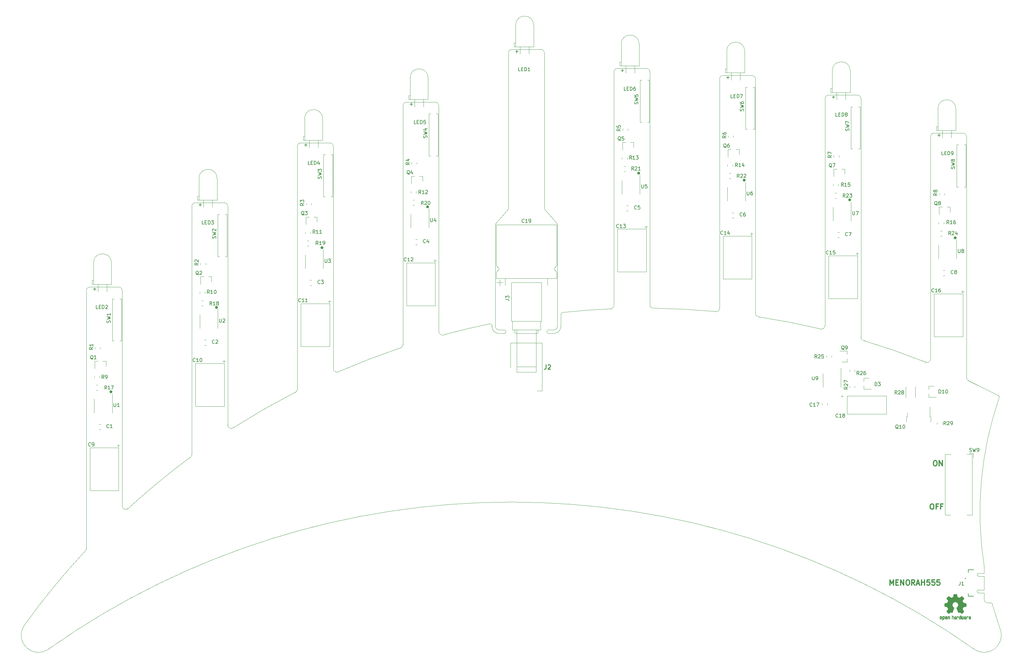
<source format=gbr>
%TF.GenerationSoftware,KiCad,Pcbnew,5.1.10-88a1d61d58~90~ubuntu20.04.1*%
%TF.CreationDate,2021-11-19T20:23:52-08:00*%
%TF.ProjectId,menorah555a,6d656e6f-7261-4683-9535-35612e6b6963,A*%
%TF.SameCoordinates,Original*%
%TF.FileFunction,Legend,Top*%
%TF.FilePolarity,Positive*%
%FSLAX46Y46*%
G04 Gerber Fmt 4.6, Leading zero omitted, Abs format (unit mm)*
G04 Created by KiCad (PCBNEW 5.1.10-88a1d61d58~90~ubuntu20.04.1) date 2021-11-19 20:23:52*
%MOMM*%
%LPD*%
G01*
G04 APERTURE LIST*
%ADD10C,0.300000*%
%TA.AperFunction,Profile*%
%ADD11C,0.050000*%
%TD*%
%ADD12C,0.150000*%
%ADD13C,0.400000*%
%ADD14C,0.120000*%
%ADD15C,0.010000*%
%ADD16C,0.100000*%
%ADD17C,0.200000*%
%ADD18C,0.127000*%
%ADD19C,0.254000*%
G04 APERTURE END LIST*
D10*
X316571428Y-170378571D02*
X316857142Y-170378571D01*
X317000000Y-170450000D01*
X317142857Y-170592857D01*
X317214285Y-170878571D01*
X317214285Y-171378571D01*
X317142857Y-171664285D01*
X317000000Y-171807142D01*
X316857142Y-171878571D01*
X316571428Y-171878571D01*
X316428571Y-171807142D01*
X316285714Y-171664285D01*
X316214285Y-171378571D01*
X316214285Y-170878571D01*
X316285714Y-170592857D01*
X316428571Y-170450000D01*
X316571428Y-170378571D01*
X317857142Y-171878571D02*
X317857142Y-170378571D01*
X318714285Y-171878571D01*
X318714285Y-170378571D01*
X315671428Y-182678571D02*
X315957142Y-182678571D01*
X316100000Y-182750000D01*
X316242857Y-182892857D01*
X316314285Y-183178571D01*
X316314285Y-183678571D01*
X316242857Y-183964285D01*
X316100000Y-184107142D01*
X315957142Y-184178571D01*
X315671428Y-184178571D01*
X315528571Y-184107142D01*
X315385714Y-183964285D01*
X315314285Y-183678571D01*
X315314285Y-183178571D01*
X315385714Y-182892857D01*
X315528571Y-182750000D01*
X315671428Y-182678571D01*
X317457142Y-183392857D02*
X316957142Y-183392857D01*
X316957142Y-184178571D02*
X316957142Y-182678571D01*
X317671428Y-182678571D01*
X318742857Y-183392857D02*
X318242857Y-183392857D01*
X318242857Y-184178571D02*
X318242857Y-182678571D01*
X318957142Y-182678571D01*
X303828571Y-205778571D02*
X303828571Y-204278571D01*
X304328571Y-205350000D01*
X304828571Y-204278571D01*
X304828571Y-205778571D01*
X305542857Y-204992857D02*
X306042857Y-204992857D01*
X306257142Y-205778571D02*
X305542857Y-205778571D01*
X305542857Y-204278571D01*
X306257142Y-204278571D01*
X306900000Y-205778571D02*
X306900000Y-204278571D01*
X307757142Y-205778571D01*
X307757142Y-204278571D01*
X308757142Y-204278571D02*
X309042857Y-204278571D01*
X309185714Y-204350000D01*
X309328571Y-204492857D01*
X309400000Y-204778571D01*
X309400000Y-205278571D01*
X309328571Y-205564285D01*
X309185714Y-205707142D01*
X309042857Y-205778571D01*
X308757142Y-205778571D01*
X308614285Y-205707142D01*
X308471428Y-205564285D01*
X308400000Y-205278571D01*
X308400000Y-204778571D01*
X308471428Y-204492857D01*
X308614285Y-204350000D01*
X308757142Y-204278571D01*
X310900000Y-205778571D02*
X310400000Y-205064285D01*
X310042857Y-205778571D02*
X310042857Y-204278571D01*
X310614285Y-204278571D01*
X310757142Y-204350000D01*
X310828571Y-204421428D01*
X310900000Y-204564285D01*
X310900000Y-204778571D01*
X310828571Y-204921428D01*
X310757142Y-204992857D01*
X310614285Y-205064285D01*
X310042857Y-205064285D01*
X311471428Y-205350000D02*
X312185714Y-205350000D01*
X311328571Y-205778571D02*
X311828571Y-204278571D01*
X312328571Y-205778571D01*
X312828571Y-205778571D02*
X312828571Y-204278571D01*
X312828571Y-204992857D02*
X313685714Y-204992857D01*
X313685714Y-205778571D02*
X313685714Y-204278571D01*
X315114285Y-204278571D02*
X314400000Y-204278571D01*
X314328571Y-204992857D01*
X314400000Y-204921428D01*
X314542857Y-204850000D01*
X314900000Y-204850000D01*
X315042857Y-204921428D01*
X315114285Y-204992857D01*
X315185714Y-205135714D01*
X315185714Y-205492857D01*
X315114285Y-205635714D01*
X315042857Y-205707142D01*
X314900000Y-205778571D01*
X314542857Y-205778571D01*
X314400000Y-205707142D01*
X314328571Y-205635714D01*
X316542857Y-204278571D02*
X315828571Y-204278571D01*
X315757142Y-204992857D01*
X315828571Y-204921428D01*
X315971428Y-204850000D01*
X316328571Y-204850000D01*
X316471428Y-204921428D01*
X316542857Y-204992857D01*
X316614285Y-205135714D01*
X316614285Y-205492857D01*
X316542857Y-205635714D01*
X316471428Y-205707142D01*
X316328571Y-205778571D01*
X315971428Y-205778571D01*
X315828571Y-205707142D01*
X315757142Y-205635714D01*
X317971428Y-204278571D02*
X317257142Y-204278571D01*
X317185714Y-204992857D01*
X317257142Y-204921428D01*
X317400000Y-204850000D01*
X317757142Y-204850000D01*
X317900000Y-204921428D01*
X317971428Y-204992857D01*
X318042857Y-205135714D01*
X318042857Y-205492857D01*
X317971428Y-205635714D01*
X317900000Y-205707142D01*
X317757142Y-205778571D01*
X317400000Y-205778571D01*
X317257142Y-205707142D01*
X317185714Y-205635714D01*
D11*
X197600000Y-133200000D02*
X203400000Y-133200000D01*
X197600000Y-134200000D02*
X203400000Y-134200000D01*
X192700000Y-134200000D02*
X194200000Y-134200000D01*
X206800000Y-134200000D02*
X208300000Y-134200000D01*
X192700000Y-133200000D02*
X194200000Y-133200000D01*
X197600000Y-134200000D02*
G75*
G02*
X197600000Y-133200000I0J500000D01*
G01*
X203400000Y-133200000D02*
G75*
G02*
X203400000Y-134200000I0J-500000D01*
G01*
X206800000Y-134200000D02*
G75*
G02*
X206800000Y-133200000I0J500000D01*
G01*
X194200000Y-133200000D02*
G75*
G02*
X194200000Y-134200000I0J-500000D01*
G01*
X330600000Y-208000000D02*
X330600000Y-209800000D01*
X330600000Y-203250000D02*
X330600000Y-207149000D01*
X329030000Y-203249000D02*
G75*
G02*
X329030000Y-202399000I0J425000D01*
G01*
X329030000Y-203249000D02*
X330600000Y-203249000D01*
X329030000Y-202399000D02*
X330600000Y-202399000D01*
X329030000Y-207999000D02*
G75*
G02*
X329030000Y-207149000I0J425000D01*
G01*
X329030000Y-207149000D02*
X330600000Y-207149000D01*
X329030000Y-207999000D02*
X330600000Y-207999000D01*
X334473216Y-151784307D02*
X334841394Y-151986459D01*
X326209269Y-147680505D02*
X326340000Y-147740000D01*
X334473217Y-151784307D02*
G75*
G03*
X326340000Y-147740000I-100603217J-192115693D01*
G01*
X313693401Y-142252243D02*
X313977382Y-142376308D01*
X296341181Y-136225926D02*
X296540000Y-136280000D01*
X313693401Y-142252243D02*
G75*
G03*
X296540000Y-136280000I-79823401J-201647757D01*
G01*
X283817199Y-132845881D02*
X284141181Y-132935926D01*
X266392088Y-129478148D02*
X266730000Y-129520000D01*
X283817199Y-132845881D02*
G75*
G03*
X266730000Y-129520000I-49947199J-211054119D01*
G01*
X253945960Y-127939407D02*
X254312844Y-127986195D01*
X236634899Y-127029391D02*
X236940000Y-127030000D01*
X253945960Y-127939408D02*
G75*
G03*
X236940000Y-127030000I-20075960J-215960592D01*
G01*
X224310641Y-127212249D02*
X224573648Y-127204808D01*
X211100000Y-128200000D02*
X210713176Y-128247596D01*
X224310641Y-127212249D02*
G75*
G03*
X211100000Y-128200000I9559359J-216687751D01*
G01*
X210713176Y-128247596D02*
G75*
G03*
X210300000Y-128740000I86824J-492404D01*
G01*
X189818328Y-131513618D02*
X190070590Y-131457037D01*
X190070590Y-131457037D02*
G75*
G02*
X190700000Y-131940000I129410J-482963D01*
G01*
X177300000Y-134500000D02*
X176925568Y-134605519D01*
X189818328Y-131513619D02*
G75*
G03*
X177300000Y-134500000I44051672J-212386381D01*
G01*
X147100000Y-145100000D02*
X147022618Y-145136308D01*
X164658819Y-138335926D02*
X164398003Y-138414929D01*
X164398003Y-138414928D02*
G75*
G03*
X147100000Y-145100000I69471997J-205485072D01*
G01*
X117400000Y-160900000D02*
X117229320Y-161007146D01*
X134929919Y-150858048D02*
X134801847Y-150922131D01*
X134801848Y-150922131D02*
G75*
G03*
X117400000Y-160900000I99088152J-192977869D01*
G01*
X104841866Y-169519312D02*
X104929919Y-169458048D01*
X75069131Y-196113145D02*
X74841689Y-196355905D01*
X87600000Y-183700000D02*
X87294658Y-183979340D01*
X313977382Y-142376308D02*
G75*
G03*
X315400000Y-141470000I422618J906308D01*
G01*
X284141181Y-132935926D02*
G75*
G03*
X285400000Y-131970000I258819J965926D01*
G01*
X254312844Y-127986195D02*
G75*
G03*
X255400000Y-126990000I87156J996195D01*
G01*
X224573648Y-127204808D02*
G75*
G03*
X225400000Y-126220000I-173648J984808D01*
G01*
X164658819Y-138335926D02*
G75*
G03*
X165400000Y-137370000I-258819J965926D01*
G01*
X134929919Y-150858048D02*
G75*
G03*
X135400000Y-150010000I-529919J848048D01*
G01*
X326209269Y-147680505D02*
G75*
G02*
X325600000Y-146760000I390731J920505D01*
G01*
X296341181Y-136225926D02*
G75*
G02*
X295600000Y-135260000I258819J965926D01*
G01*
X266392088Y-129478148D02*
G75*
G02*
X265600000Y-128500000I207912J978148D01*
G01*
X236634899Y-127029391D02*
G75*
G02*
X235600000Y-126030000I-34899J999391D01*
G01*
X176925568Y-134605519D02*
G75*
G02*
X175600000Y-133660000I-325568J945519D01*
G01*
X147022618Y-145136308D02*
G75*
G02*
X145600000Y-144230000I-422618J906308D01*
G01*
X117229320Y-161007146D02*
G75*
G02*
X115600000Y-160230000I-629320J777146D01*
G01*
X104929919Y-169458048D02*
G75*
G03*
X105400000Y-168610000I-529919J848048D01*
G01*
X87294658Y-183979340D02*
G75*
G02*
X85600000Y-183260000I-694658J719340D01*
G01*
X75069131Y-196113145D02*
G75*
G03*
X75400000Y-195370000I-669131J743145D01*
G01*
X74841689Y-196355905D02*
G75*
G03*
X57824000Y-217136000I158968311J-147544095D01*
G01*
X210300000Y-132200000D02*
X210300000Y-128740000D01*
X190700000Y-132200000D02*
X190700000Y-131940000D01*
X210300000Y-132200000D02*
G75*
G02*
X208300000Y-134200000I-2000000J0D01*
G01*
X192700000Y-134200000D02*
G75*
G02*
X190700000Y-132200000I0J2000000D01*
G01*
X209300000Y-132200000D02*
G75*
G02*
X208300000Y-133200000I-1000000J0D01*
G01*
X192700000Y-133200000D02*
G75*
G02*
X191700000Y-132200000I0J1000000D01*
G01*
X330600000Y-209800000D02*
G75*
G03*
X331600000Y-210800000I1000000J0D01*
G01*
X332889778Y-211022354D02*
X332963500Y-211270827D01*
X332889778Y-211022354D02*
G75*
G03*
X332600000Y-210800000I-289778J-77646D01*
G01*
X331600000Y-210800000D02*
X332600000Y-210800000D01*
X332963500Y-211270827D02*
G75*
G03*
X335030000Y-217906000I96036500J26270827D01*
G01*
X334963541Y-152291394D02*
X334868155Y-152553185D01*
X330600000Y-202399000D02*
X330600000Y-200200000D01*
X334963541Y-152291394D02*
G75*
G03*
X334841394Y-151986459I-213541J91394D01*
G01*
X327511852Y-223813089D02*
X327603497Y-223876946D01*
X64764915Y-223901327D02*
X64850309Y-223837228D01*
X64764915Y-223901326D02*
G75*
G02*
X57824000Y-217136000I-2964915J3901326D01*
G01*
X327603497Y-223876946D02*
G75*
G03*
X335030000Y-217906000I2996503J3876946D01*
G01*
X334868155Y-152553185D02*
G75*
G03*
X330600000Y-200200000I94131845J-32446815D01*
G01*
X104841866Y-169519312D02*
G75*
G03*
X87600000Y-183700000I128968134J-174380688D01*
G01*
X327511852Y-223813090D02*
G75*
G03*
X64850000Y-223840000I-131311852J-186186910D01*
G01*
X285400000Y-67400000D02*
G75*
G02*
X286400000Y-66400000I1000000J0D01*
G01*
D12*
X228200000Y-59400000D02*
X227400000Y-59400000D01*
X257800000Y-61000000D02*
X257800000Y-61800000D01*
D11*
X325600000Y-78200000D02*
X325600000Y-146760000D01*
X235600000Y-59800000D02*
X235600000Y-126030000D01*
D13*
X322600000Y-107000000D02*
G75*
G03*
X322600000Y-107000000I-200000J0D01*
G01*
X292600000Y-96200000D02*
G75*
G03*
X292600000Y-96200000I-200000J0D01*
G01*
D12*
X287800000Y-66600000D02*
X287800000Y-67400000D01*
D11*
X234600000Y-58800000D02*
G75*
G02*
X235600000Y-59800000I0J-1000000D01*
G01*
X226400000Y-58800000D02*
X234600000Y-58800000D01*
X225400000Y-59800000D02*
G75*
G02*
X226400000Y-58800000I1000000J0D01*
G01*
D13*
X232600000Y-88600000D02*
G75*
G03*
X232600000Y-88600000I-200000J0D01*
G01*
D11*
X225400000Y-126220000D02*
X225400000Y-59800000D01*
X286400000Y-66400000D02*
X294600000Y-66400000D01*
X315400000Y-78200000D02*
G75*
G02*
X316400000Y-77200000I1000000J0D01*
G01*
X315400000Y-141470000D02*
X315400000Y-78200000D01*
X264600000Y-60800000D02*
G75*
G02*
X265600000Y-61800000I0J-1000000D01*
G01*
D12*
X227800000Y-59000000D02*
X227800000Y-59800000D01*
D11*
X316400000Y-77200000D02*
X324600000Y-77200000D01*
X265600000Y-61800000D02*
X265600000Y-128500000D01*
D13*
X262600000Y-90600000D02*
G75*
G03*
X262600000Y-90600000I-200000J0D01*
G01*
D11*
X295600000Y-67400000D02*
X295600000Y-135260000D01*
X324600000Y-77200000D02*
G75*
G02*
X325600000Y-78200000I0J-1000000D01*
G01*
X255400000Y-126990000D02*
X255400000Y-61800000D01*
X285400000Y-131970000D02*
X285400000Y-67400000D01*
D12*
X258200000Y-61400000D02*
X257400000Y-61400000D01*
D11*
X256400000Y-60800000D02*
X264600000Y-60800000D01*
D12*
X288200000Y-67000000D02*
X287400000Y-67000000D01*
X317800000Y-77400000D02*
X317800000Y-78200000D01*
X318200000Y-77800000D02*
X317400000Y-77800000D01*
D11*
X294600000Y-66400000D02*
G75*
G02*
X295600000Y-67400000I0J-1000000D01*
G01*
X255400000Y-61800000D02*
G75*
G02*
X256400000Y-60800000I1000000J0D01*
G01*
X165400000Y-69400000D02*
G75*
G02*
X166400000Y-68400000I1000000J0D01*
G01*
D13*
X172600000Y-98200000D02*
G75*
G03*
X172600000Y-98200000I-200000J0D01*
G01*
D12*
X167800000Y-68600000D02*
X167800000Y-69400000D01*
D11*
X166400000Y-68400000D02*
X174600000Y-68400000D01*
X175600000Y-69400000D02*
X175600000Y-133660000D01*
X165400000Y-137370000D02*
X165400000Y-69400000D01*
D12*
X168200000Y-69000000D02*
X167400000Y-69000000D01*
D11*
X174600000Y-68400000D02*
G75*
G02*
X175600000Y-69400000I0J-1000000D01*
G01*
D12*
X138200000Y-80600000D02*
X137400000Y-80600000D01*
D11*
X145600000Y-81000000D02*
X145600000Y-144230000D01*
X144600000Y-80000000D02*
G75*
G02*
X145600000Y-81000000I0J-1000000D01*
G01*
X136400000Y-80000000D02*
X144600000Y-80000000D01*
X135400000Y-81000000D02*
G75*
G02*
X136400000Y-80000000I1000000J0D01*
G01*
D13*
X142600000Y-109800000D02*
G75*
G03*
X142600000Y-109800000I-200000J0D01*
G01*
D11*
X135400000Y-150010000D02*
X135400000Y-81000000D01*
D12*
X137800000Y-80200000D02*
X137800000Y-81000000D01*
X108200000Y-97600000D02*
X107400000Y-97600000D01*
D11*
X115600000Y-98000000D02*
X115600000Y-160230000D01*
X114600000Y-97000000D02*
G75*
G02*
X115600000Y-98000000I0J-1000000D01*
G01*
X106400000Y-97000000D02*
X114600000Y-97000000D01*
X105400000Y-98000000D02*
G75*
G02*
X106400000Y-97000000I1000000J0D01*
G01*
D13*
X112600000Y-126800000D02*
G75*
G03*
X112600000Y-126800000I-200000J0D01*
G01*
D11*
X105400000Y-168610000D02*
X105400000Y-98000000D01*
D12*
X107800000Y-97200000D02*
X107800000Y-98000000D01*
D11*
X205600000Y-98800000D02*
X209300000Y-103000000D01*
X205600000Y-54400000D02*
X205600000Y-98800000D01*
X195400000Y-98800000D02*
X191700000Y-103000000D01*
X195400000Y-54400000D02*
X195400000Y-98800000D01*
D12*
X198200000Y-54000000D02*
X197400000Y-54000000D01*
D11*
X204600000Y-53400000D02*
G75*
G02*
X205600000Y-54400000I0J-1000000D01*
G01*
X196400000Y-53400000D02*
X204600000Y-53400000D01*
X195400000Y-54400000D02*
G75*
G02*
X196400000Y-53400000I1000000J0D01*
G01*
D12*
X197800000Y-53600000D02*
X197800000Y-54400000D01*
D11*
X209300000Y-103000000D02*
X209300000Y-132200000D01*
X206800000Y-133200000D02*
X208300000Y-133200000D01*
X191700000Y-103000000D02*
X191700000Y-132200000D01*
D13*
X82600000Y-150800000D02*
G75*
G03*
X82600000Y-150800000I-200000J0D01*
G01*
D12*
X78200000Y-121600000D02*
X77400000Y-121600000D01*
X77800000Y-121200000D02*
X77800000Y-122000000D01*
D11*
X84600000Y-121000000D02*
G75*
G02*
X85600000Y-122000000I0J-1000000D01*
G01*
X75400000Y-122000000D02*
G75*
G02*
X76400000Y-121000000I1000000J0D01*
G01*
X75400000Y-195370000D02*
X75400000Y-122000000D01*
X85600000Y-122000000D02*
X85600000Y-183260000D01*
X76400000Y-121000000D02*
X84600000Y-121000000D01*
D14*
%TO.C,C19*%
X206500000Y-120460000D02*
X206500000Y-118520000D01*
X194500000Y-120460000D02*
X194500000Y-118520000D01*
X209120000Y-114920000D02*
X209120000Y-103280000D01*
X208220000Y-115820000D02*
X209120000Y-114920000D01*
X209120000Y-116720000D02*
X208220000Y-115820000D01*
X209120000Y-118520000D02*
X209120000Y-116720000D01*
X191880000Y-114920000D02*
X191880000Y-103280000D01*
X192780000Y-115820000D02*
X191880000Y-114920000D01*
X191880000Y-116720000D02*
X192780000Y-115820000D01*
X191880000Y-118520000D02*
X191880000Y-116720000D01*
X191880000Y-103280000D02*
X209120000Y-103280000D01*
X191880000Y-118520000D02*
X209120000Y-118520000D01*
X192000000Y-119720000D02*
X193800000Y-119720000D01*
X192900000Y-120620000D02*
X192900000Y-118820000D01*
%TO.C,Q10*%
X315430000Y-159390000D02*
X315430000Y-157890000D01*
X315430000Y-157890000D02*
X315160000Y-157890000D01*
X315160000Y-157890000D02*
X315160000Y-155060000D01*
X308530000Y-159390000D02*
X308530000Y-157890000D01*
X308530000Y-157890000D02*
X308800000Y-157890000D01*
X308800000Y-157890000D02*
X308800000Y-156790000D01*
%TO.C,R26*%
X292385000Y-144542936D02*
X292385000Y-144997064D01*
X293855000Y-144542936D02*
X293855000Y-144997064D01*
%TO.C,LED6*%
X232560000Y-58050000D02*
X232560000Y-51890000D01*
X227440000Y-58050000D02*
X227440000Y-51890000D01*
X232560000Y-58050000D02*
X227440000Y-58050000D01*
X227040000Y-58050000D02*
X227040000Y-56930000D01*
X227040000Y-56930000D02*
X227440000Y-56930000D01*
X227440000Y-58050000D02*
X227040000Y-58050000D01*
X231270000Y-60120000D02*
X231270000Y-58050000D01*
X231270000Y-58050000D02*
X231270000Y-58050000D01*
X228730000Y-58050000D02*
X228730000Y-58050000D01*
X228730000Y-58050000D02*
X228730000Y-60120000D01*
X227440000Y-51890000D02*
G75*
G02*
X232560000Y-51890000I2560000J0D01*
G01*
%TO.C,C6*%
X258938748Y-101335000D02*
X259461252Y-101335000D01*
X258938748Y-99865000D02*
X259461252Y-99865000D01*
%TO.C,R5*%
X227865000Y-75972936D02*
X227865000Y-76427064D01*
X229335000Y-75972936D02*
X229335000Y-76427064D01*
%TO.C,Q8*%
X320980000Y-98240000D02*
X320980000Y-99700000D01*
X317820000Y-98240000D02*
X317820000Y-100400000D01*
X317820000Y-98240000D02*
X318750000Y-98240000D01*
X320980000Y-98240000D02*
X320050000Y-98240000D01*
%TO.C,R8*%
X317865000Y-94372936D02*
X317865000Y-94827064D01*
X319335000Y-94372936D02*
X319335000Y-94827064D01*
%TO.C,SW8*%
X324900000Y-92525000D02*
X325400000Y-92525000D01*
X325400000Y-92525000D02*
X325400000Y-80525000D01*
X325400000Y-80525000D02*
X324900000Y-80525000D01*
X323300000Y-80525000D02*
X322800000Y-80525000D01*
X322800000Y-80525000D02*
X322800000Y-92525000D01*
X322800000Y-92525000D02*
X323300000Y-92525000D01*
%TO.C,R6*%
X257865000Y-77972936D02*
X257865000Y-78427064D01*
X259335000Y-77972936D02*
X259335000Y-78427064D01*
%TO.C,R15*%
X289135000Y-92227064D02*
X289135000Y-91772936D01*
X287665000Y-92227064D02*
X287665000Y-91772936D01*
%TO.C,LED9*%
X322560000Y-76450000D02*
X322560000Y-70290000D01*
X317440000Y-76450000D02*
X317440000Y-70290000D01*
X322560000Y-76450000D02*
X317440000Y-76450000D01*
X317040000Y-76450000D02*
X317040000Y-75330000D01*
X317040000Y-75330000D02*
X317440000Y-75330000D01*
X317440000Y-76450000D02*
X317040000Y-76450000D01*
X321270000Y-78520000D02*
X321270000Y-76450000D01*
X321270000Y-76450000D02*
X321270000Y-76450000D01*
X318730000Y-76450000D02*
X318730000Y-76450000D01*
X318730000Y-76450000D02*
X318730000Y-78520000D01*
X317440000Y-70290000D02*
G75*
G02*
X322560000Y-70290000I2560000J0D01*
G01*
%TO.C,U8*%
X322760000Y-111000000D02*
X322760000Y-107550000D01*
X322760000Y-111000000D02*
X322760000Y-112950000D01*
X317640000Y-111000000D02*
X317640000Y-109050000D01*
X317640000Y-111000000D02*
X317640000Y-112950000D01*
%TO.C,SW7*%
X294900000Y-81725000D02*
X295400000Y-81725000D01*
X295400000Y-81725000D02*
X295400000Y-69725000D01*
X295400000Y-69725000D02*
X294900000Y-69725000D01*
X293300000Y-69725000D02*
X292800000Y-69725000D01*
X292800000Y-69725000D02*
X292800000Y-81725000D01*
X292800000Y-81725000D02*
X293300000Y-81725000D01*
%TO.C,U7*%
X292760000Y-100200000D02*
X292760000Y-96750000D01*
X292760000Y-100200000D02*
X292760000Y-102150000D01*
X287640000Y-100200000D02*
X287640000Y-98250000D01*
X287640000Y-100200000D02*
X287640000Y-102150000D01*
%TO.C,R21*%
X228627064Y-86665000D02*
X228172936Y-86665000D01*
X228627064Y-88135000D02*
X228172936Y-88135000D01*
%TO.C,C5*%
X228938748Y-99335000D02*
X229461252Y-99335000D01*
X228938748Y-97865000D02*
X229461252Y-97865000D01*
%TO.C,Q6*%
X260980000Y-81840000D02*
X260980000Y-83300000D01*
X257820000Y-81840000D02*
X257820000Y-84000000D01*
X257820000Y-81840000D02*
X258750000Y-81840000D01*
X260980000Y-81840000D02*
X260050000Y-81840000D01*
%TO.C,C8*%
X318938748Y-117735000D02*
X319461252Y-117735000D01*
X318938748Y-116265000D02*
X319461252Y-116265000D01*
%TO.C,LED7*%
X262560000Y-60050000D02*
X262560000Y-53890000D01*
X257440000Y-60050000D02*
X257440000Y-53890000D01*
X262560000Y-60050000D02*
X257440000Y-60050000D01*
X257040000Y-60050000D02*
X257040000Y-58930000D01*
X257040000Y-58930000D02*
X257440000Y-58930000D01*
X257440000Y-60050000D02*
X257040000Y-60050000D01*
X261270000Y-62120000D02*
X261270000Y-60050000D01*
X261270000Y-60050000D02*
X261270000Y-60050000D01*
X258730000Y-60050000D02*
X258730000Y-60050000D01*
X258730000Y-60050000D02*
X258730000Y-62120000D01*
X257440000Y-53890000D02*
G75*
G02*
X262560000Y-53890000I2560000J0D01*
G01*
%TO.C,R14*%
X259135000Y-86627064D02*
X259135000Y-86172936D01*
X257665000Y-86627064D02*
X257665000Y-86172936D01*
%TO.C,SW6*%
X264900000Y-76125000D02*
X265400000Y-76125000D01*
X265400000Y-76125000D02*
X265400000Y-64125000D01*
X265400000Y-64125000D02*
X264900000Y-64125000D01*
X263300000Y-64125000D02*
X262800000Y-64125000D01*
X262800000Y-64125000D02*
X262800000Y-76125000D01*
X262800000Y-76125000D02*
X263300000Y-76125000D01*
%TO.C,LED8*%
X292560000Y-65650000D02*
X292560000Y-59490000D01*
X287440000Y-65650000D02*
X287440000Y-59490000D01*
X292560000Y-65650000D02*
X287440000Y-65650000D01*
X287040000Y-65650000D02*
X287040000Y-64530000D01*
X287040000Y-64530000D02*
X287440000Y-64530000D01*
X287440000Y-65650000D02*
X287040000Y-65650000D01*
X291270000Y-67720000D02*
X291270000Y-65650000D01*
X291270000Y-65650000D02*
X291270000Y-65650000D01*
X288730000Y-65650000D02*
X288730000Y-65650000D01*
X288730000Y-65650000D02*
X288730000Y-67720000D01*
X287440000Y-59490000D02*
G75*
G02*
X292560000Y-59490000I2560000J0D01*
G01*
%TO.C,U5*%
X232760000Y-92600000D02*
X232760000Y-89150000D01*
X232760000Y-92600000D02*
X232760000Y-94550000D01*
X227640000Y-92600000D02*
X227640000Y-90650000D01*
X227640000Y-92600000D02*
X227640000Y-94550000D01*
%TO.C,Q5*%
X230980000Y-79840000D02*
X230980000Y-81300000D01*
X227820000Y-79840000D02*
X227820000Y-82000000D01*
X227820000Y-79840000D02*
X228750000Y-79840000D01*
X230980000Y-79840000D02*
X230050000Y-79840000D01*
%TO.C,R24*%
X318627064Y-105065000D02*
X318172936Y-105065000D01*
X318627064Y-106535000D02*
X318172936Y-106535000D01*
%TO.C,C7*%
X288938748Y-106935000D02*
X289461252Y-106935000D01*
X288938748Y-105465000D02*
X289461252Y-105465000D01*
%TO.C,C13*%
X234509698Y-104315000D02*
X234509698Y-103515000D01*
X234909698Y-103915000D02*
X234109698Y-103915000D01*
X234600000Y-104500000D02*
X226400000Y-104500000D01*
X234600000Y-104500000D02*
X234600000Y-116700000D01*
X226400000Y-104500000D02*
X226400000Y-116700000D01*
X234600000Y-116700000D02*
X226400000Y-116700000D01*
%TO.C,U6*%
X262760000Y-94600000D02*
X262760000Y-91150000D01*
X262760000Y-94600000D02*
X262760000Y-96550000D01*
X257640000Y-94600000D02*
X257640000Y-92650000D01*
X257640000Y-94600000D02*
X257640000Y-96550000D01*
%TO.C,R13*%
X229135000Y-84627064D02*
X229135000Y-84172936D01*
X227665000Y-84627064D02*
X227665000Y-84172936D01*
%TO.C,C16*%
X324509698Y-122715000D02*
X324509698Y-121915000D01*
X324909698Y-122315000D02*
X324109698Y-122315000D01*
X324600000Y-122900000D02*
X316400000Y-122900000D01*
X324600000Y-122900000D02*
X324600000Y-135100000D01*
X316400000Y-122900000D02*
X316400000Y-135100000D01*
X324600000Y-135100000D02*
X316400000Y-135100000D01*
%TO.C,C14*%
X264509698Y-106315000D02*
X264509698Y-105515000D01*
X264909698Y-105915000D02*
X264109698Y-105915000D01*
X264600000Y-106500000D02*
X256400000Y-106500000D01*
X264600000Y-106500000D02*
X264600000Y-118700000D01*
X256400000Y-106500000D02*
X256400000Y-118700000D01*
X264600000Y-118700000D02*
X256400000Y-118700000D01*
%TO.C,R22*%
X258627064Y-88665000D02*
X258172936Y-88665000D01*
X258627064Y-90135000D02*
X258172936Y-90135000D01*
%TO.C,C15*%
X294509698Y-111915000D02*
X294509698Y-111115000D01*
X294909698Y-111515000D02*
X294109698Y-111515000D01*
X294600000Y-112100000D02*
X286400000Y-112100000D01*
X294600000Y-112100000D02*
X294600000Y-124300000D01*
X286400000Y-112100000D02*
X286400000Y-124300000D01*
X294600000Y-124300000D02*
X286400000Y-124300000D01*
%TO.C,R23*%
X288627064Y-94265000D02*
X288172936Y-94265000D01*
X288627064Y-95735000D02*
X288172936Y-95735000D01*
%TO.C,Q7*%
X290980000Y-87440000D02*
X290980000Y-88900000D01*
X287820000Y-87440000D02*
X287820000Y-89600000D01*
X287820000Y-87440000D02*
X288750000Y-87440000D01*
X290980000Y-87440000D02*
X290050000Y-87440000D01*
%TO.C,R16*%
X319135000Y-103027064D02*
X319135000Y-102572936D01*
X317665000Y-103027064D02*
X317665000Y-102572936D01*
%TO.C,R7*%
X287865000Y-83572936D02*
X287865000Y-84027064D01*
X289335000Y-83572936D02*
X289335000Y-84027064D01*
%TO.C,SW5*%
X234900000Y-74125000D02*
X235400000Y-74125000D01*
X235400000Y-74125000D02*
X235400000Y-62125000D01*
X235400000Y-62125000D02*
X234900000Y-62125000D01*
X233300000Y-62125000D02*
X232800000Y-62125000D01*
X232800000Y-62125000D02*
X232800000Y-74125000D01*
X232800000Y-74125000D02*
X233300000Y-74125000D01*
%TO.C,R12*%
X169135000Y-94227064D02*
X169135000Y-93772936D01*
X167665000Y-94227064D02*
X167665000Y-93772936D01*
%TO.C,SW4*%
X174900000Y-83725000D02*
X175400000Y-83725000D01*
X175400000Y-83725000D02*
X175400000Y-71725000D01*
X175400000Y-71725000D02*
X174900000Y-71725000D01*
X173300000Y-71725000D02*
X172800000Y-71725000D01*
X172800000Y-71725000D02*
X172800000Y-83725000D01*
X172800000Y-83725000D02*
X173300000Y-83725000D01*
%TO.C,U4*%
X172760000Y-102200000D02*
X172760000Y-98750000D01*
X172760000Y-102200000D02*
X172760000Y-104150000D01*
X167640000Y-102200000D02*
X167640000Y-100250000D01*
X167640000Y-102200000D02*
X167640000Y-104150000D01*
%TO.C,LED5*%
X172560000Y-67650000D02*
X172560000Y-61490000D01*
X167440000Y-67650000D02*
X167440000Y-61490000D01*
X172560000Y-67650000D02*
X167440000Y-67650000D01*
X167040000Y-67650000D02*
X167040000Y-66530000D01*
X167040000Y-66530000D02*
X167440000Y-66530000D01*
X167440000Y-67650000D02*
X167040000Y-67650000D01*
X171270000Y-69720000D02*
X171270000Y-67650000D01*
X171270000Y-67650000D02*
X171270000Y-67650000D01*
X168730000Y-67650000D02*
X168730000Y-67650000D01*
X168730000Y-67650000D02*
X168730000Y-69720000D01*
X167440000Y-61490000D02*
G75*
G02*
X172560000Y-61490000I2560000J0D01*
G01*
%TO.C,C4*%
X168938748Y-108935000D02*
X169461252Y-108935000D01*
X168938748Y-107465000D02*
X169461252Y-107465000D01*
%TO.C,C12*%
X174509698Y-113915000D02*
X174509698Y-113115000D01*
X174909698Y-113515000D02*
X174109698Y-113515000D01*
X174600000Y-114100000D02*
X166400000Y-114100000D01*
X174600000Y-114100000D02*
X174600000Y-126300000D01*
X166400000Y-114100000D02*
X166400000Y-126300000D01*
X174600000Y-126300000D02*
X166400000Y-126300000D01*
%TO.C,R20*%
X168627064Y-96265000D02*
X168172936Y-96265000D01*
X168627064Y-97735000D02*
X168172936Y-97735000D01*
%TO.C,Q4*%
X170980000Y-89440000D02*
X170980000Y-90900000D01*
X167820000Y-89440000D02*
X167820000Y-91600000D01*
X167820000Y-89440000D02*
X168750000Y-89440000D01*
X170980000Y-89440000D02*
X170050000Y-89440000D01*
%TO.C,R4*%
X167865000Y-85572936D02*
X167865000Y-86027064D01*
X169335000Y-85572936D02*
X169335000Y-86027064D01*
%TO.C,LED4*%
X142560000Y-79250000D02*
X142560000Y-73090000D01*
X137440000Y-79250000D02*
X137440000Y-73090000D01*
X142560000Y-79250000D02*
X137440000Y-79250000D01*
X137040000Y-79250000D02*
X137040000Y-78130000D01*
X137040000Y-78130000D02*
X137440000Y-78130000D01*
X137440000Y-79250000D02*
X137040000Y-79250000D01*
X141270000Y-81320000D02*
X141270000Y-79250000D01*
X141270000Y-79250000D02*
X141270000Y-79250000D01*
X138730000Y-79250000D02*
X138730000Y-79250000D01*
X138730000Y-79250000D02*
X138730000Y-81320000D01*
X137440000Y-73090000D02*
G75*
G02*
X142560000Y-73090000I2560000J0D01*
G01*
%TO.C,R3*%
X137865000Y-97172936D02*
X137865000Y-97627064D01*
X139335000Y-97172936D02*
X139335000Y-97627064D01*
%TO.C,R19*%
X138627064Y-107865000D02*
X138172936Y-107865000D01*
X138627064Y-109335000D02*
X138172936Y-109335000D01*
%TO.C,C3*%
X138938748Y-120535000D02*
X139461252Y-120535000D01*
X138938748Y-119065000D02*
X139461252Y-119065000D01*
%TO.C,U3*%
X142760000Y-113800000D02*
X142760000Y-110350000D01*
X142760000Y-113800000D02*
X142760000Y-115750000D01*
X137640000Y-113800000D02*
X137640000Y-111850000D01*
X137640000Y-113800000D02*
X137640000Y-115750000D01*
%TO.C,Q3*%
X140980000Y-101040000D02*
X140980000Y-102500000D01*
X137820000Y-101040000D02*
X137820000Y-103200000D01*
X137820000Y-101040000D02*
X138750000Y-101040000D01*
X140980000Y-101040000D02*
X140050000Y-101040000D01*
%TO.C,C11*%
X144509698Y-125515000D02*
X144509698Y-124715000D01*
X144909698Y-125115000D02*
X144109698Y-125115000D01*
X144600000Y-125700000D02*
X136400000Y-125700000D01*
X144600000Y-125700000D02*
X144600000Y-137900000D01*
X136400000Y-125700000D02*
X136400000Y-137900000D01*
X144600000Y-137900000D02*
X136400000Y-137900000D01*
%TO.C,R11*%
X139135000Y-105827064D02*
X139135000Y-105372936D01*
X137665000Y-105827064D02*
X137665000Y-105372936D01*
%TO.C,SW3*%
X144900000Y-95325000D02*
X145400000Y-95325000D01*
X145400000Y-95325000D02*
X145400000Y-83325000D01*
X145400000Y-83325000D02*
X144900000Y-83325000D01*
X143300000Y-83325000D02*
X142800000Y-83325000D01*
X142800000Y-83325000D02*
X142800000Y-95325000D01*
X142800000Y-95325000D02*
X143300000Y-95325000D01*
%TO.C,LED3*%
X112560000Y-96250000D02*
X112560000Y-90090000D01*
X107440000Y-96250000D02*
X107440000Y-90090000D01*
X112560000Y-96250000D02*
X107440000Y-96250000D01*
X107040000Y-96250000D02*
X107040000Y-95130000D01*
X107040000Y-95130000D02*
X107440000Y-95130000D01*
X107440000Y-96250000D02*
X107040000Y-96250000D01*
X111270000Y-98320000D02*
X111270000Y-96250000D01*
X111270000Y-96250000D02*
X111270000Y-96250000D01*
X108730000Y-96250000D02*
X108730000Y-96250000D01*
X108730000Y-96250000D02*
X108730000Y-98320000D01*
X107440000Y-90090000D02*
G75*
G02*
X112560000Y-90090000I2560000J0D01*
G01*
%TO.C,R2*%
X107865000Y-114172936D02*
X107865000Y-114627064D01*
X109335000Y-114172936D02*
X109335000Y-114627064D01*
%TO.C,R18*%
X108627064Y-124865000D02*
X108172936Y-124865000D01*
X108627064Y-126335000D02*
X108172936Y-126335000D01*
%TO.C,C2*%
X108938748Y-137535000D02*
X109461252Y-137535000D01*
X108938748Y-136065000D02*
X109461252Y-136065000D01*
%TO.C,U2*%
X112760000Y-130800000D02*
X112760000Y-127350000D01*
X112760000Y-130800000D02*
X112760000Y-132750000D01*
X107640000Y-130800000D02*
X107640000Y-128850000D01*
X107640000Y-130800000D02*
X107640000Y-132750000D01*
%TO.C,Q2*%
X110980000Y-118040000D02*
X110980000Y-119500000D01*
X107820000Y-118040000D02*
X107820000Y-120200000D01*
X107820000Y-118040000D02*
X108750000Y-118040000D01*
X110980000Y-118040000D02*
X110050000Y-118040000D01*
%TO.C,C10*%
X114509698Y-142515000D02*
X114509698Y-141715000D01*
X114909698Y-142115000D02*
X114109698Y-142115000D01*
X114600000Y-142700000D02*
X106400000Y-142700000D01*
X114600000Y-142700000D02*
X114600000Y-154900000D01*
X106400000Y-142700000D02*
X106400000Y-154900000D01*
X114600000Y-154900000D02*
X106400000Y-154900000D01*
%TO.C,R10*%
X109135000Y-122827064D02*
X109135000Y-122372936D01*
X107665000Y-122827064D02*
X107665000Y-122372936D01*
%TO.C,SW2*%
X114900000Y-112325000D02*
X115400000Y-112325000D01*
X115400000Y-112325000D02*
X115400000Y-100325000D01*
X115400000Y-100325000D02*
X114900000Y-100325000D01*
X113300000Y-100325000D02*
X112800000Y-100325000D01*
X112800000Y-100325000D02*
X112800000Y-112325000D01*
X112800000Y-112325000D02*
X113300000Y-112325000D01*
%TO.C,LED1*%
X202560000Y-52650000D02*
X202560000Y-46490000D01*
X197440000Y-52650000D02*
X197440000Y-46490000D01*
X202560000Y-52650000D02*
X197440000Y-52650000D01*
X197040000Y-52650000D02*
X197040000Y-51530000D01*
X197040000Y-51530000D02*
X197440000Y-51530000D01*
X197440000Y-52650000D02*
X197040000Y-52650000D01*
X201270000Y-54720000D02*
X201270000Y-52650000D01*
X201270000Y-52650000D02*
X201270000Y-52650000D01*
X198730000Y-52650000D02*
X198730000Y-52650000D01*
X198730000Y-52650000D02*
X198730000Y-54720000D01*
X197440000Y-46490000D02*
G75*
G02*
X202560000Y-46490000I2560000J0D01*
G01*
%TO.C,LED2*%
X82560000Y-120250000D02*
X82560000Y-114090000D01*
X77440000Y-120250000D02*
X77440000Y-114090000D01*
X82560000Y-120250000D02*
X77440000Y-120250000D01*
X77040000Y-120250000D02*
X77040000Y-119130000D01*
X77040000Y-119130000D02*
X77440000Y-119130000D01*
X77440000Y-120250000D02*
X77040000Y-120250000D01*
X81270000Y-122320000D02*
X81270000Y-120250000D01*
X81270000Y-120250000D02*
X81270000Y-120250000D01*
X78730000Y-120250000D02*
X78730000Y-120250000D01*
X78730000Y-120250000D02*
X78730000Y-122320000D01*
X77440000Y-114090000D02*
G75*
G02*
X82560000Y-114090000I2560000J0D01*
G01*
%TO.C,C18*%
X290445000Y-152015225D02*
X289945000Y-152015225D01*
X290195000Y-151765225D02*
X290195000Y-152265225D01*
X291620000Y-151970000D02*
X291620000Y-157170000D01*
X302820000Y-151970000D02*
X291620000Y-151970000D01*
X302820000Y-157170000D02*
X291620000Y-157170000D01*
X302820000Y-151970000D02*
X302820000Y-157170000D01*
%TO.C,C9*%
X84509698Y-166515000D02*
X84509698Y-165715000D01*
X84909698Y-166115000D02*
X84109698Y-166115000D01*
X84600000Y-166700000D02*
X76400000Y-166700000D01*
X84600000Y-166700000D02*
X84600000Y-178900000D01*
X76400000Y-166700000D02*
X76400000Y-178900000D01*
X84600000Y-178900000D02*
X76400000Y-178900000D01*
%TO.C,U9*%
X289880000Y-147570000D02*
X289880000Y-144120000D01*
X289880000Y-147570000D02*
X289880000Y-149520000D01*
X284760000Y-147570000D02*
X284760000Y-145620000D01*
X284760000Y-147570000D02*
X284760000Y-149520000D01*
%TO.C,U1*%
X82760000Y-154800000D02*
X82760000Y-151350000D01*
X82760000Y-154800000D02*
X82760000Y-156750000D01*
X77640000Y-154800000D02*
X77640000Y-152850000D01*
X77640000Y-154800000D02*
X77640000Y-156750000D01*
%TO.C,SW1*%
X84900000Y-136325000D02*
X85400000Y-136325000D01*
X85400000Y-136325000D02*
X85400000Y-124325000D01*
X85400000Y-124325000D02*
X84900000Y-124325000D01*
X83300000Y-124325000D02*
X82800000Y-124325000D01*
X82800000Y-124325000D02*
X82800000Y-136325000D01*
X82800000Y-136325000D02*
X83300000Y-136325000D01*
%TO.C,SW9*%
X321100000Y-185800000D02*
X319550000Y-185800000D01*
X325700000Y-185800000D02*
X327250000Y-185800000D01*
X325700000Y-168600000D02*
X327250000Y-168600000D01*
X319550000Y-185800000D02*
X319550000Y-168600000D01*
X327250000Y-185800000D02*
X327250000Y-168600000D01*
X321100000Y-168600000D02*
X319550000Y-168600000D01*
X327550000Y-169500000D02*
X327550000Y-168300000D01*
X327550000Y-168300000D02*
X326350000Y-168300000D01*
%TO.C,R29*%
X318715000Y-159987064D02*
X318715000Y-159532936D01*
X317245000Y-159987064D02*
X317245000Y-159532936D01*
%TO.C,R28*%
X308330000Y-149302936D02*
X308330000Y-152357064D01*
X311050000Y-149302936D02*
X311050000Y-152357064D01*
%TO.C,R25*%
X285785000Y-140542936D02*
X285785000Y-140997064D01*
X287255000Y-140542936D02*
X287255000Y-140997064D01*
%TO.C,R27*%
X293855000Y-149597064D02*
X293855000Y-149142936D01*
X292385000Y-149597064D02*
X292385000Y-149142936D01*
%TO.C,R1*%
X77865000Y-138172936D02*
X77865000Y-138627064D01*
X79335000Y-138172936D02*
X79335000Y-138627064D01*
%TO.C,R9*%
X79135000Y-146827064D02*
X79135000Y-146372936D01*
X77665000Y-146827064D02*
X77665000Y-146372936D01*
%TO.C,R17*%
X78627064Y-148865000D02*
X78172936Y-148865000D01*
X78627064Y-150335000D02*
X78172936Y-150335000D01*
%TO.C,Q1*%
X80980000Y-142040000D02*
X80980000Y-143500000D01*
X77820000Y-142040000D02*
X77820000Y-144200000D01*
X77820000Y-142040000D02*
X78750000Y-142040000D01*
X80980000Y-142040000D02*
X80050000Y-142040000D01*
%TO.C,Q9*%
X291680000Y-142350000D02*
X290220000Y-142350000D01*
X291680000Y-139190000D02*
X289520000Y-139190000D01*
X291680000Y-139190000D02*
X291680000Y-140120000D01*
X291680000Y-142350000D02*
X291680000Y-141420000D01*
D15*
%TO.C,LOGO2*%
G36*
X322539878Y-208317776D02*
G01*
X322645612Y-208318355D01*
X322722132Y-208319922D01*
X322774372Y-208322972D01*
X322807263Y-208327996D01*
X322825737Y-208335489D01*
X322834727Y-208345944D01*
X322839163Y-208359853D01*
X322839594Y-208361654D01*
X322846333Y-208394145D01*
X322858808Y-208458252D01*
X322875719Y-208547151D01*
X322895771Y-208654019D01*
X322917664Y-208772033D01*
X322918429Y-208776178D01*
X322940359Y-208891831D01*
X322960877Y-208994014D01*
X322978659Y-209076598D01*
X322992381Y-209133456D01*
X323000718Y-209158458D01*
X323001116Y-209158901D01*
X323025677Y-209171110D01*
X323076315Y-209191456D01*
X323142095Y-209215545D01*
X323142461Y-209215674D01*
X323225317Y-209246818D01*
X323323000Y-209286491D01*
X323415077Y-209326381D01*
X323419434Y-209328353D01*
X323569407Y-209396420D01*
X323901498Y-209169639D01*
X324003374Y-209100504D01*
X324095657Y-209038697D01*
X324173003Y-208987733D01*
X324230064Y-208951127D01*
X324261495Y-208932394D01*
X324264479Y-208931004D01*
X324287321Y-208937190D01*
X324329982Y-208967035D01*
X324394128Y-209021947D01*
X324481421Y-209103334D01*
X324570535Y-209189922D01*
X324656441Y-209275247D01*
X324733327Y-209353108D01*
X324796564Y-209418697D01*
X324841523Y-209467205D01*
X324863576Y-209493825D01*
X324864396Y-209495195D01*
X324866834Y-209513463D01*
X324857650Y-209543295D01*
X324834574Y-209588721D01*
X324795337Y-209653770D01*
X324737670Y-209742470D01*
X324660795Y-209856657D01*
X324592570Y-209957162D01*
X324531582Y-210047303D01*
X324481356Y-210121849D01*
X324445416Y-210175565D01*
X324427287Y-210203218D01*
X324426146Y-210205095D01*
X324428359Y-210231590D01*
X324445138Y-210283086D01*
X324473142Y-210349851D01*
X324483122Y-210371172D01*
X324526672Y-210466159D01*
X324573134Y-210573937D01*
X324610877Y-210667192D01*
X324638073Y-210736406D01*
X324659675Y-210789006D01*
X324672158Y-210816497D01*
X324673709Y-210818616D01*
X324696668Y-210822124D01*
X324750786Y-210831738D01*
X324828868Y-210846089D01*
X324923719Y-210863807D01*
X325028143Y-210883525D01*
X325134944Y-210903874D01*
X325236926Y-210923486D01*
X325326894Y-210940991D01*
X325397653Y-210955022D01*
X325442006Y-210964209D01*
X325452885Y-210966807D01*
X325464122Y-210973218D01*
X325472605Y-210987697D01*
X325478714Y-211015133D01*
X325482832Y-211060411D01*
X325485341Y-211128420D01*
X325486621Y-211224047D01*
X325487054Y-211352180D01*
X325487077Y-211404701D01*
X325487077Y-211831845D01*
X325384500Y-211852091D01*
X325327431Y-211863070D01*
X325242269Y-211879095D01*
X325139372Y-211898233D01*
X325029096Y-211918551D01*
X324998615Y-211924132D01*
X324896855Y-211943917D01*
X324808205Y-211963373D01*
X324740108Y-211980697D01*
X324700004Y-211994088D01*
X324693323Y-211998079D01*
X324676919Y-212026342D01*
X324653399Y-212081109D01*
X324627316Y-212151588D01*
X324622142Y-212166769D01*
X324587956Y-212260896D01*
X324545523Y-212367101D01*
X324503997Y-212462473D01*
X324503792Y-212462916D01*
X324434640Y-212612525D01*
X324889512Y-213281617D01*
X324597500Y-213574116D01*
X324509180Y-213661170D01*
X324428625Y-213737909D01*
X324360360Y-213800237D01*
X324308908Y-213844056D01*
X324278794Y-213865270D01*
X324274474Y-213866616D01*
X324249111Y-213856016D01*
X324197358Y-213826547D01*
X324124868Y-213781705D01*
X324037294Y-213724984D01*
X323942612Y-213661462D01*
X323846516Y-213596668D01*
X323760837Y-213540287D01*
X323691016Y-213495788D01*
X323642494Y-213466639D01*
X323620782Y-213456308D01*
X323594293Y-213465050D01*
X323544062Y-213488087D01*
X323480451Y-213520631D01*
X323473708Y-213524249D01*
X323388046Y-213567210D01*
X323329306Y-213588279D01*
X323292772Y-213588503D01*
X323273731Y-213568928D01*
X323273620Y-213568654D01*
X323264102Y-213545472D01*
X323241403Y-213490441D01*
X323207282Y-213407822D01*
X323163500Y-213301872D01*
X323111816Y-213176852D01*
X323053992Y-213037020D01*
X322997991Y-212901637D01*
X322936447Y-212752234D01*
X322879939Y-212613832D01*
X322830161Y-212490673D01*
X322788806Y-212387002D01*
X322757568Y-212307059D01*
X322738141Y-212255088D01*
X322732154Y-212235692D01*
X322747168Y-212213443D01*
X322786439Y-212177982D01*
X322838807Y-212138887D01*
X322987941Y-212015245D01*
X323104511Y-211873522D01*
X323187118Y-211716704D01*
X323234366Y-211547775D01*
X323244857Y-211369722D01*
X323237231Y-211287539D01*
X323195682Y-211117031D01*
X323124123Y-210966459D01*
X323026995Y-210837309D01*
X322908734Y-210731064D01*
X322773780Y-210649210D01*
X322626571Y-210593232D01*
X322471544Y-210564615D01*
X322313139Y-210564844D01*
X322155794Y-210595405D01*
X322003946Y-210657782D01*
X321862035Y-210753460D01*
X321802803Y-210807572D01*
X321689203Y-210946520D01*
X321610106Y-211098361D01*
X321564986Y-211258667D01*
X321553316Y-211423012D01*
X321574569Y-211586971D01*
X321628220Y-211746118D01*
X321713740Y-211896025D01*
X321830605Y-212032267D01*
X321961193Y-212138887D01*
X322015588Y-212179642D01*
X322054014Y-212214718D01*
X322067846Y-212235726D01*
X322060603Y-212258635D01*
X322040005Y-212313365D01*
X322007746Y-212395672D01*
X321965521Y-212501315D01*
X321915023Y-212626050D01*
X321857948Y-212765636D01*
X321801854Y-212901670D01*
X321739967Y-213051201D01*
X321682644Y-213189767D01*
X321631644Y-213313107D01*
X321588727Y-213416964D01*
X321555653Y-213497080D01*
X321534181Y-213549195D01*
X321526225Y-213568654D01*
X321507429Y-213588423D01*
X321471074Y-213588365D01*
X321412479Y-213567441D01*
X321326968Y-213524613D01*
X321326292Y-213524249D01*
X321261907Y-213491012D01*
X321209861Y-213466802D01*
X321180512Y-213456404D01*
X321179217Y-213456308D01*
X321157124Y-213466855D01*
X321108348Y-213496184D01*
X321038331Y-213540827D01*
X320952514Y-213597314D01*
X320857388Y-213661462D01*
X320760540Y-213726411D01*
X320673253Y-213782896D01*
X320601181Y-213827421D01*
X320549977Y-213856490D01*
X320525526Y-213866616D01*
X320503010Y-213853307D01*
X320457742Y-213816112D01*
X320394244Y-213759128D01*
X320317039Y-213686449D01*
X320230651Y-213602171D01*
X320202399Y-213574016D01*
X319910287Y-213281416D01*
X320132631Y-212955104D01*
X320200202Y-212854897D01*
X320259507Y-212764963D01*
X320307217Y-212690510D01*
X320340007Y-212636751D01*
X320354548Y-212608894D01*
X320354974Y-212606912D01*
X320347308Y-212580655D01*
X320326689Y-212527837D01*
X320296685Y-212457310D01*
X320275625Y-212410093D01*
X320236248Y-212319694D01*
X320199165Y-212228366D01*
X320170415Y-212151200D01*
X320162605Y-212127692D01*
X320140417Y-212064916D01*
X320118727Y-212016411D01*
X320106813Y-211998079D01*
X320080523Y-211986859D01*
X320023142Y-211970954D01*
X319942118Y-211952167D01*
X319844895Y-211932299D01*
X319801385Y-211924132D01*
X319690896Y-211903829D01*
X319584916Y-211884170D01*
X319493801Y-211867088D01*
X319427908Y-211854518D01*
X319415500Y-211852091D01*
X319312923Y-211831845D01*
X319312923Y-211404701D01*
X319313153Y-211264246D01*
X319314099Y-211157979D01*
X319316141Y-211081013D01*
X319319662Y-211028460D01*
X319325043Y-210995433D01*
X319332666Y-210977045D01*
X319342912Y-210968408D01*
X319347115Y-210966807D01*
X319372470Y-210961127D01*
X319428484Y-210949795D01*
X319507964Y-210934179D01*
X319603712Y-210915647D01*
X319708533Y-210895569D01*
X319815232Y-210875312D01*
X319916613Y-210856246D01*
X320005479Y-210839739D01*
X320074637Y-210827159D01*
X320116889Y-210819875D01*
X320126290Y-210818616D01*
X320134807Y-210801763D01*
X320153660Y-210756870D01*
X320179324Y-210692430D01*
X320189123Y-210667192D01*
X320228648Y-210569686D01*
X320275192Y-210461959D01*
X320316877Y-210371172D01*
X320347550Y-210301753D01*
X320367956Y-210244710D01*
X320374768Y-210209777D01*
X320373682Y-210205095D01*
X320359285Y-210182991D01*
X320326412Y-210133831D01*
X320278590Y-210062848D01*
X320219348Y-209975278D01*
X320152215Y-209876357D01*
X320138941Y-209856830D01*
X320061046Y-209741140D01*
X320003787Y-209653044D01*
X319964881Y-209588486D01*
X319942044Y-209543411D01*
X319932994Y-209513763D01*
X319935448Y-209495485D01*
X319935511Y-209495369D01*
X319954827Y-209471361D01*
X319997551Y-209424947D01*
X320059051Y-209360937D01*
X320134698Y-209284145D01*
X320219861Y-209199382D01*
X320229465Y-209189922D01*
X320336790Y-209085989D01*
X320419615Y-209009675D01*
X320479605Y-208959571D01*
X320518423Y-208934270D01*
X320535520Y-208931004D01*
X320560473Y-208945250D01*
X320612255Y-208978156D01*
X320685520Y-209026208D01*
X320774920Y-209085890D01*
X320875111Y-209153688D01*
X320898501Y-209169639D01*
X321230593Y-209396420D01*
X321380565Y-209328353D01*
X321471770Y-209288685D01*
X321569669Y-209248791D01*
X321653831Y-209216983D01*
X321657538Y-209215674D01*
X321723369Y-209191576D01*
X321774116Y-209171200D01*
X321798842Y-209158936D01*
X321798884Y-209158901D01*
X321806729Y-209136734D01*
X321820066Y-209082217D01*
X321837570Y-209001480D01*
X321857917Y-208900650D01*
X321879782Y-208785856D01*
X321881571Y-208776178D01*
X321903504Y-208657904D01*
X321923640Y-208550542D01*
X321940680Y-208460917D01*
X321953328Y-208395851D01*
X321960284Y-208362168D01*
X321960406Y-208361654D01*
X321964639Y-208347325D01*
X321972871Y-208336507D01*
X321990033Y-208328706D01*
X322021058Y-208323429D01*
X322070878Y-208320182D01*
X322144424Y-208318472D01*
X322246629Y-208317807D01*
X322382425Y-208317693D01*
X322400000Y-208317692D01*
X322539878Y-208317776D01*
G37*
X322539878Y-208317776D02*
X322645612Y-208318355D01*
X322722132Y-208319922D01*
X322774372Y-208322972D01*
X322807263Y-208327996D01*
X322825737Y-208335489D01*
X322834727Y-208345944D01*
X322839163Y-208359853D01*
X322839594Y-208361654D01*
X322846333Y-208394145D01*
X322858808Y-208458252D01*
X322875719Y-208547151D01*
X322895771Y-208654019D01*
X322917664Y-208772033D01*
X322918429Y-208776178D01*
X322940359Y-208891831D01*
X322960877Y-208994014D01*
X322978659Y-209076598D01*
X322992381Y-209133456D01*
X323000718Y-209158458D01*
X323001116Y-209158901D01*
X323025677Y-209171110D01*
X323076315Y-209191456D01*
X323142095Y-209215545D01*
X323142461Y-209215674D01*
X323225317Y-209246818D01*
X323323000Y-209286491D01*
X323415077Y-209326381D01*
X323419434Y-209328353D01*
X323569407Y-209396420D01*
X323901498Y-209169639D01*
X324003374Y-209100504D01*
X324095657Y-209038697D01*
X324173003Y-208987733D01*
X324230064Y-208951127D01*
X324261495Y-208932394D01*
X324264479Y-208931004D01*
X324287321Y-208937190D01*
X324329982Y-208967035D01*
X324394128Y-209021947D01*
X324481421Y-209103334D01*
X324570535Y-209189922D01*
X324656441Y-209275247D01*
X324733327Y-209353108D01*
X324796564Y-209418697D01*
X324841523Y-209467205D01*
X324863576Y-209493825D01*
X324864396Y-209495195D01*
X324866834Y-209513463D01*
X324857650Y-209543295D01*
X324834574Y-209588721D01*
X324795337Y-209653770D01*
X324737670Y-209742470D01*
X324660795Y-209856657D01*
X324592570Y-209957162D01*
X324531582Y-210047303D01*
X324481356Y-210121849D01*
X324445416Y-210175565D01*
X324427287Y-210203218D01*
X324426146Y-210205095D01*
X324428359Y-210231590D01*
X324445138Y-210283086D01*
X324473142Y-210349851D01*
X324483122Y-210371172D01*
X324526672Y-210466159D01*
X324573134Y-210573937D01*
X324610877Y-210667192D01*
X324638073Y-210736406D01*
X324659675Y-210789006D01*
X324672158Y-210816497D01*
X324673709Y-210818616D01*
X324696668Y-210822124D01*
X324750786Y-210831738D01*
X324828868Y-210846089D01*
X324923719Y-210863807D01*
X325028143Y-210883525D01*
X325134944Y-210903874D01*
X325236926Y-210923486D01*
X325326894Y-210940991D01*
X325397653Y-210955022D01*
X325442006Y-210964209D01*
X325452885Y-210966807D01*
X325464122Y-210973218D01*
X325472605Y-210987697D01*
X325478714Y-211015133D01*
X325482832Y-211060411D01*
X325485341Y-211128420D01*
X325486621Y-211224047D01*
X325487054Y-211352180D01*
X325487077Y-211404701D01*
X325487077Y-211831845D01*
X325384500Y-211852091D01*
X325327431Y-211863070D01*
X325242269Y-211879095D01*
X325139372Y-211898233D01*
X325029096Y-211918551D01*
X324998615Y-211924132D01*
X324896855Y-211943917D01*
X324808205Y-211963373D01*
X324740108Y-211980697D01*
X324700004Y-211994088D01*
X324693323Y-211998079D01*
X324676919Y-212026342D01*
X324653399Y-212081109D01*
X324627316Y-212151588D01*
X324622142Y-212166769D01*
X324587956Y-212260896D01*
X324545523Y-212367101D01*
X324503997Y-212462473D01*
X324503792Y-212462916D01*
X324434640Y-212612525D01*
X324889512Y-213281617D01*
X324597500Y-213574116D01*
X324509180Y-213661170D01*
X324428625Y-213737909D01*
X324360360Y-213800237D01*
X324308908Y-213844056D01*
X324278794Y-213865270D01*
X324274474Y-213866616D01*
X324249111Y-213856016D01*
X324197358Y-213826547D01*
X324124868Y-213781705D01*
X324037294Y-213724984D01*
X323942612Y-213661462D01*
X323846516Y-213596668D01*
X323760837Y-213540287D01*
X323691016Y-213495788D01*
X323642494Y-213466639D01*
X323620782Y-213456308D01*
X323594293Y-213465050D01*
X323544062Y-213488087D01*
X323480451Y-213520631D01*
X323473708Y-213524249D01*
X323388046Y-213567210D01*
X323329306Y-213588279D01*
X323292772Y-213588503D01*
X323273731Y-213568928D01*
X323273620Y-213568654D01*
X323264102Y-213545472D01*
X323241403Y-213490441D01*
X323207282Y-213407822D01*
X323163500Y-213301872D01*
X323111816Y-213176852D01*
X323053992Y-213037020D01*
X322997991Y-212901637D01*
X322936447Y-212752234D01*
X322879939Y-212613832D01*
X322830161Y-212490673D01*
X322788806Y-212387002D01*
X322757568Y-212307059D01*
X322738141Y-212255088D01*
X322732154Y-212235692D01*
X322747168Y-212213443D01*
X322786439Y-212177982D01*
X322838807Y-212138887D01*
X322987941Y-212015245D01*
X323104511Y-211873522D01*
X323187118Y-211716704D01*
X323234366Y-211547775D01*
X323244857Y-211369722D01*
X323237231Y-211287539D01*
X323195682Y-211117031D01*
X323124123Y-210966459D01*
X323026995Y-210837309D01*
X322908734Y-210731064D01*
X322773780Y-210649210D01*
X322626571Y-210593232D01*
X322471544Y-210564615D01*
X322313139Y-210564844D01*
X322155794Y-210595405D01*
X322003946Y-210657782D01*
X321862035Y-210753460D01*
X321802803Y-210807572D01*
X321689203Y-210946520D01*
X321610106Y-211098361D01*
X321564986Y-211258667D01*
X321553316Y-211423012D01*
X321574569Y-211586971D01*
X321628220Y-211746118D01*
X321713740Y-211896025D01*
X321830605Y-212032267D01*
X321961193Y-212138887D01*
X322015588Y-212179642D01*
X322054014Y-212214718D01*
X322067846Y-212235726D01*
X322060603Y-212258635D01*
X322040005Y-212313365D01*
X322007746Y-212395672D01*
X321965521Y-212501315D01*
X321915023Y-212626050D01*
X321857948Y-212765636D01*
X321801854Y-212901670D01*
X321739967Y-213051201D01*
X321682644Y-213189767D01*
X321631644Y-213313107D01*
X321588727Y-213416964D01*
X321555653Y-213497080D01*
X321534181Y-213549195D01*
X321526225Y-213568654D01*
X321507429Y-213588423D01*
X321471074Y-213588365D01*
X321412479Y-213567441D01*
X321326968Y-213524613D01*
X321326292Y-213524249D01*
X321261907Y-213491012D01*
X321209861Y-213466802D01*
X321180512Y-213456404D01*
X321179217Y-213456308D01*
X321157124Y-213466855D01*
X321108348Y-213496184D01*
X321038331Y-213540827D01*
X320952514Y-213597314D01*
X320857388Y-213661462D01*
X320760540Y-213726411D01*
X320673253Y-213782896D01*
X320601181Y-213827421D01*
X320549977Y-213856490D01*
X320525526Y-213866616D01*
X320503010Y-213853307D01*
X320457742Y-213816112D01*
X320394244Y-213759128D01*
X320317039Y-213686449D01*
X320230651Y-213602171D01*
X320202399Y-213574016D01*
X319910287Y-213281416D01*
X320132631Y-212955104D01*
X320200202Y-212854897D01*
X320259507Y-212764963D01*
X320307217Y-212690510D01*
X320340007Y-212636751D01*
X320354548Y-212608894D01*
X320354974Y-212606912D01*
X320347308Y-212580655D01*
X320326689Y-212527837D01*
X320296685Y-212457310D01*
X320275625Y-212410093D01*
X320236248Y-212319694D01*
X320199165Y-212228366D01*
X320170415Y-212151200D01*
X320162605Y-212127692D01*
X320140417Y-212064916D01*
X320118727Y-212016411D01*
X320106813Y-211998079D01*
X320080523Y-211986859D01*
X320023142Y-211970954D01*
X319942118Y-211952167D01*
X319844895Y-211932299D01*
X319801385Y-211924132D01*
X319690896Y-211903829D01*
X319584916Y-211884170D01*
X319493801Y-211867088D01*
X319427908Y-211854518D01*
X319415500Y-211852091D01*
X319312923Y-211831845D01*
X319312923Y-211404701D01*
X319313153Y-211264246D01*
X319314099Y-211157979D01*
X319316141Y-211081013D01*
X319319662Y-211028460D01*
X319325043Y-210995433D01*
X319332666Y-210977045D01*
X319342912Y-210968408D01*
X319347115Y-210966807D01*
X319372470Y-210961127D01*
X319428484Y-210949795D01*
X319507964Y-210934179D01*
X319603712Y-210915647D01*
X319708533Y-210895569D01*
X319815232Y-210875312D01*
X319916613Y-210856246D01*
X320005479Y-210839739D01*
X320074637Y-210827159D01*
X320116889Y-210819875D01*
X320126290Y-210818616D01*
X320134807Y-210801763D01*
X320153660Y-210756870D01*
X320179324Y-210692430D01*
X320189123Y-210667192D01*
X320228648Y-210569686D01*
X320275192Y-210461959D01*
X320316877Y-210371172D01*
X320347550Y-210301753D01*
X320367956Y-210244710D01*
X320374768Y-210209777D01*
X320373682Y-210205095D01*
X320359285Y-210182991D01*
X320326412Y-210133831D01*
X320278590Y-210062848D01*
X320219348Y-209975278D01*
X320152215Y-209876357D01*
X320138941Y-209856830D01*
X320061046Y-209741140D01*
X320003787Y-209653044D01*
X319964881Y-209588486D01*
X319942044Y-209543411D01*
X319932994Y-209513763D01*
X319935448Y-209495485D01*
X319935511Y-209495369D01*
X319954827Y-209471361D01*
X319997551Y-209424947D01*
X320059051Y-209360937D01*
X320134698Y-209284145D01*
X320219861Y-209199382D01*
X320229465Y-209189922D01*
X320336790Y-209085989D01*
X320419615Y-209009675D01*
X320479605Y-208959571D01*
X320518423Y-208934270D01*
X320535520Y-208931004D01*
X320560473Y-208945250D01*
X320612255Y-208978156D01*
X320685520Y-209026208D01*
X320774920Y-209085890D01*
X320875111Y-209153688D01*
X320898501Y-209169639D01*
X321230593Y-209396420D01*
X321380565Y-209328353D01*
X321471770Y-209288685D01*
X321569669Y-209248791D01*
X321653831Y-209216983D01*
X321657538Y-209215674D01*
X321723369Y-209191576D01*
X321774116Y-209171200D01*
X321798842Y-209158936D01*
X321798884Y-209158901D01*
X321806729Y-209136734D01*
X321820066Y-209082217D01*
X321837570Y-209001480D01*
X321857917Y-208900650D01*
X321879782Y-208785856D01*
X321881571Y-208776178D01*
X321903504Y-208657904D01*
X321923640Y-208550542D01*
X321940680Y-208460917D01*
X321953328Y-208395851D01*
X321960284Y-208362168D01*
X321960406Y-208361654D01*
X321964639Y-208347325D01*
X321972871Y-208336507D01*
X321990033Y-208328706D01*
X322021058Y-208323429D01*
X322070878Y-208320182D01*
X322144424Y-208318472D01*
X322246629Y-208317807D01*
X322382425Y-208317693D01*
X322400000Y-208317692D01*
X322539878Y-208317776D01*
G36*
X326645224Y-214677838D02*
G01*
X326722528Y-214728361D01*
X326759814Y-214773590D01*
X326789353Y-214855663D01*
X326791699Y-214920607D01*
X326786385Y-215007445D01*
X326586115Y-215095103D01*
X326488739Y-215139887D01*
X326425113Y-215175913D01*
X326392029Y-215207117D01*
X326386280Y-215237436D01*
X326404658Y-215270805D01*
X326424923Y-215292923D01*
X326483889Y-215328393D01*
X326548024Y-215330879D01*
X326606926Y-215303235D01*
X326650197Y-215248320D01*
X326657936Y-215228928D01*
X326695006Y-215168364D01*
X326737654Y-215142552D01*
X326796154Y-215120471D01*
X326796154Y-215204184D01*
X326790982Y-215261150D01*
X326770723Y-215309189D01*
X326728262Y-215364346D01*
X326721951Y-215371514D01*
X326674720Y-215420585D01*
X326634121Y-215446920D01*
X326583328Y-215459035D01*
X326541220Y-215463003D01*
X326465902Y-215463991D01*
X326412286Y-215451466D01*
X326378838Y-215432869D01*
X326326268Y-215391975D01*
X326289879Y-215347748D01*
X326266850Y-215292126D01*
X326254359Y-215217047D01*
X326249587Y-215114449D01*
X326249206Y-215062376D01*
X326250501Y-214999948D01*
X326368471Y-214999948D01*
X326369839Y-215033438D01*
X326373249Y-215038923D01*
X326395753Y-215031472D01*
X326444182Y-215011753D01*
X326508908Y-214983718D01*
X326522443Y-214977692D01*
X326604244Y-214936096D01*
X326649312Y-214899538D01*
X326659217Y-214865296D01*
X326635526Y-214830648D01*
X326615960Y-214815339D01*
X326545360Y-214784721D01*
X326479280Y-214789780D01*
X326423959Y-214827151D01*
X326385636Y-214893473D01*
X326373349Y-214946116D01*
X326368471Y-214999948D01*
X326250501Y-214999948D01*
X326251730Y-214940720D01*
X326261032Y-214850710D01*
X326279460Y-214785167D01*
X326309360Y-214736912D01*
X326353080Y-214698767D01*
X326372141Y-214686440D01*
X326458726Y-214654336D01*
X326553522Y-214652316D01*
X326645224Y-214677838D01*
G37*
X326645224Y-214677838D02*
X326722528Y-214728361D01*
X326759814Y-214773590D01*
X326789353Y-214855663D01*
X326791699Y-214920607D01*
X326786385Y-215007445D01*
X326586115Y-215095103D01*
X326488739Y-215139887D01*
X326425113Y-215175913D01*
X326392029Y-215207117D01*
X326386280Y-215237436D01*
X326404658Y-215270805D01*
X326424923Y-215292923D01*
X326483889Y-215328393D01*
X326548024Y-215330879D01*
X326606926Y-215303235D01*
X326650197Y-215248320D01*
X326657936Y-215228928D01*
X326695006Y-215168364D01*
X326737654Y-215142552D01*
X326796154Y-215120471D01*
X326796154Y-215204184D01*
X326790982Y-215261150D01*
X326770723Y-215309189D01*
X326728262Y-215364346D01*
X326721951Y-215371514D01*
X326674720Y-215420585D01*
X326634121Y-215446920D01*
X326583328Y-215459035D01*
X326541220Y-215463003D01*
X326465902Y-215463991D01*
X326412286Y-215451466D01*
X326378838Y-215432869D01*
X326326268Y-215391975D01*
X326289879Y-215347748D01*
X326266850Y-215292126D01*
X326254359Y-215217047D01*
X326249587Y-215114449D01*
X326249206Y-215062376D01*
X326250501Y-214999948D01*
X326368471Y-214999948D01*
X326369839Y-215033438D01*
X326373249Y-215038923D01*
X326395753Y-215031472D01*
X326444182Y-215011753D01*
X326508908Y-214983718D01*
X326522443Y-214977692D01*
X326604244Y-214936096D01*
X326649312Y-214899538D01*
X326659217Y-214865296D01*
X326635526Y-214830648D01*
X326615960Y-214815339D01*
X326545360Y-214784721D01*
X326479280Y-214789780D01*
X326423959Y-214827151D01*
X326385636Y-214893473D01*
X326373349Y-214946116D01*
X326368471Y-214999948D01*
X326250501Y-214999948D01*
X326251730Y-214940720D01*
X326261032Y-214850710D01*
X326279460Y-214785167D01*
X326309360Y-214736912D01*
X326353080Y-214698767D01*
X326372141Y-214686440D01*
X326458726Y-214654336D01*
X326553522Y-214652316D01*
X326645224Y-214677838D01*
G36*
X325970807Y-214666782D02*
G01*
X325994161Y-214676988D01*
X326049902Y-214721134D01*
X326097569Y-214784967D01*
X326127048Y-214853087D01*
X326131846Y-214886670D01*
X326115760Y-214933556D01*
X326080475Y-214958365D01*
X326042644Y-214973387D01*
X326025321Y-214976155D01*
X326016886Y-214956066D01*
X326000230Y-214912351D01*
X325992923Y-214892598D01*
X325951948Y-214824271D01*
X325892622Y-214790191D01*
X325816552Y-214791239D01*
X325810918Y-214792581D01*
X325770305Y-214811836D01*
X325740448Y-214849375D01*
X325720055Y-214909809D01*
X325707836Y-214997751D01*
X325702500Y-215117813D01*
X325702000Y-215181698D01*
X325701752Y-215282403D01*
X325700126Y-215351054D01*
X325695801Y-215394673D01*
X325687454Y-215420282D01*
X325673765Y-215434903D01*
X325653411Y-215445558D01*
X325652234Y-215446095D01*
X325613038Y-215462667D01*
X325593619Y-215468769D01*
X325590635Y-215450319D01*
X325588081Y-215399323D01*
X325586140Y-215322308D01*
X325584997Y-215225805D01*
X325584769Y-215155184D01*
X325585932Y-215018525D01*
X325590479Y-214914851D01*
X325599999Y-214838108D01*
X325616081Y-214782246D01*
X325640313Y-214741212D01*
X325674286Y-214708954D01*
X325707833Y-214686440D01*
X325788499Y-214656476D01*
X325882381Y-214649718D01*
X325970807Y-214666782D01*
G37*
X325970807Y-214666782D02*
X325994161Y-214676988D01*
X326049902Y-214721134D01*
X326097569Y-214784967D01*
X326127048Y-214853087D01*
X326131846Y-214886670D01*
X326115760Y-214933556D01*
X326080475Y-214958365D01*
X326042644Y-214973387D01*
X326025321Y-214976155D01*
X326016886Y-214956066D01*
X326000230Y-214912351D01*
X325992923Y-214892598D01*
X325951948Y-214824271D01*
X325892622Y-214790191D01*
X325816552Y-214791239D01*
X325810918Y-214792581D01*
X325770305Y-214811836D01*
X325740448Y-214849375D01*
X325720055Y-214909809D01*
X325707836Y-214997751D01*
X325702500Y-215117813D01*
X325702000Y-215181698D01*
X325701752Y-215282403D01*
X325700126Y-215351054D01*
X325695801Y-215394673D01*
X325687454Y-215420282D01*
X325673765Y-215434903D01*
X325653411Y-215445558D01*
X325652234Y-215446095D01*
X325613038Y-215462667D01*
X325593619Y-215468769D01*
X325590635Y-215450319D01*
X325588081Y-215399323D01*
X325586140Y-215322308D01*
X325584997Y-215225805D01*
X325584769Y-215155184D01*
X325585932Y-215018525D01*
X325590479Y-214914851D01*
X325599999Y-214838108D01*
X325616081Y-214782246D01*
X325640313Y-214741212D01*
X325674286Y-214708954D01*
X325707833Y-214686440D01*
X325788499Y-214656476D01*
X325882381Y-214649718D01*
X325970807Y-214666782D01*
G36*
X325287333Y-214663528D02*
G01*
X325343590Y-214689117D01*
X325387747Y-214720124D01*
X325420101Y-214754795D01*
X325442438Y-214799520D01*
X325456546Y-214860692D01*
X325464211Y-214944701D01*
X325467220Y-215057940D01*
X325467538Y-215132509D01*
X325467538Y-215423420D01*
X325417773Y-215446095D01*
X325378576Y-215462667D01*
X325359157Y-215468769D01*
X325355442Y-215450610D01*
X325352495Y-215401648D01*
X325350691Y-215330153D01*
X325350308Y-215273385D01*
X325348661Y-215191371D01*
X325344222Y-215126309D01*
X325337740Y-215086467D01*
X325332590Y-215078000D01*
X325297977Y-215086646D01*
X325243640Y-215108823D01*
X325180722Y-215138886D01*
X325120368Y-215171192D01*
X325073721Y-215200098D01*
X325051926Y-215219961D01*
X325051839Y-215220175D01*
X325053714Y-215256935D01*
X325070525Y-215292026D01*
X325100039Y-215320528D01*
X325143116Y-215330061D01*
X325179932Y-215328950D01*
X325232074Y-215328133D01*
X325259444Y-215340349D01*
X325275882Y-215372624D01*
X325277955Y-215378710D01*
X325285081Y-215424739D01*
X325266024Y-215452687D01*
X325216353Y-215466007D01*
X325162697Y-215468470D01*
X325066142Y-215450210D01*
X325016159Y-215424131D01*
X324954429Y-215362868D01*
X324921690Y-215287670D01*
X324918753Y-215208211D01*
X324946424Y-215134167D01*
X324988047Y-215087769D01*
X325029604Y-215061793D01*
X325094922Y-215028907D01*
X325171038Y-214995557D01*
X325183726Y-214990461D01*
X325267333Y-214953565D01*
X325315530Y-214921046D01*
X325331030Y-214888718D01*
X325316550Y-214852394D01*
X325291692Y-214824000D01*
X325232939Y-214789039D01*
X325168293Y-214786417D01*
X325109008Y-214813358D01*
X325066339Y-214867088D01*
X325060739Y-214880950D01*
X325028133Y-214931936D01*
X324980530Y-214969787D01*
X324920461Y-215000850D01*
X324920461Y-214912768D01*
X324923997Y-214858951D01*
X324939156Y-214816534D01*
X324972768Y-214771279D01*
X325005035Y-214736420D01*
X325055209Y-214687062D01*
X325094193Y-214660547D01*
X325136064Y-214649911D01*
X325183460Y-214648154D01*
X325287333Y-214663528D01*
G37*
X325287333Y-214663528D02*
X325343590Y-214689117D01*
X325387747Y-214720124D01*
X325420101Y-214754795D01*
X325442438Y-214799520D01*
X325456546Y-214860692D01*
X325464211Y-214944701D01*
X325467220Y-215057940D01*
X325467538Y-215132509D01*
X325467538Y-215423420D01*
X325417773Y-215446095D01*
X325378576Y-215462667D01*
X325359157Y-215468769D01*
X325355442Y-215450610D01*
X325352495Y-215401648D01*
X325350691Y-215330153D01*
X325350308Y-215273385D01*
X325348661Y-215191371D01*
X325344222Y-215126309D01*
X325337740Y-215086467D01*
X325332590Y-215078000D01*
X325297977Y-215086646D01*
X325243640Y-215108823D01*
X325180722Y-215138886D01*
X325120368Y-215171192D01*
X325073721Y-215200098D01*
X325051926Y-215219961D01*
X325051839Y-215220175D01*
X325053714Y-215256935D01*
X325070525Y-215292026D01*
X325100039Y-215320528D01*
X325143116Y-215330061D01*
X325179932Y-215328950D01*
X325232074Y-215328133D01*
X325259444Y-215340349D01*
X325275882Y-215372624D01*
X325277955Y-215378710D01*
X325285081Y-215424739D01*
X325266024Y-215452687D01*
X325216353Y-215466007D01*
X325162697Y-215468470D01*
X325066142Y-215450210D01*
X325016159Y-215424131D01*
X324954429Y-215362868D01*
X324921690Y-215287670D01*
X324918753Y-215208211D01*
X324946424Y-215134167D01*
X324988047Y-215087769D01*
X325029604Y-215061793D01*
X325094922Y-215028907D01*
X325171038Y-214995557D01*
X325183726Y-214990461D01*
X325267333Y-214953565D01*
X325315530Y-214921046D01*
X325331030Y-214888718D01*
X325316550Y-214852394D01*
X325291692Y-214824000D01*
X325232939Y-214789039D01*
X325168293Y-214786417D01*
X325109008Y-214813358D01*
X325066339Y-214867088D01*
X325060739Y-214880950D01*
X325028133Y-214931936D01*
X324980530Y-214969787D01*
X324920461Y-215000850D01*
X324920461Y-214912768D01*
X324923997Y-214858951D01*
X324939156Y-214816534D01*
X324972768Y-214771279D01*
X325005035Y-214736420D01*
X325055209Y-214687062D01*
X325094193Y-214660547D01*
X325136064Y-214649911D01*
X325183460Y-214648154D01*
X325287333Y-214663528D01*
G36*
X324795929Y-214666662D02*
G01*
X324798911Y-214718068D01*
X324801247Y-214796192D01*
X324802749Y-214894857D01*
X324803231Y-214998343D01*
X324803231Y-215348533D01*
X324741401Y-215410363D01*
X324698793Y-215448462D01*
X324661390Y-215463895D01*
X324610270Y-215462918D01*
X324589978Y-215460433D01*
X324526554Y-215453200D01*
X324474095Y-215449055D01*
X324461308Y-215448672D01*
X324418199Y-215451176D01*
X324356544Y-215457462D01*
X324332638Y-215460433D01*
X324273922Y-215465028D01*
X324234464Y-215455046D01*
X324195338Y-215424228D01*
X324181215Y-215410363D01*
X324119385Y-215348533D01*
X324119385Y-214693503D01*
X324169150Y-214670829D01*
X324212002Y-214654034D01*
X324237073Y-214648154D01*
X324243501Y-214666736D01*
X324249509Y-214718655D01*
X324254697Y-214798172D01*
X324258664Y-214899546D01*
X324260577Y-214985192D01*
X324265923Y-215322231D01*
X324312560Y-215328825D01*
X324354976Y-215324214D01*
X324375760Y-215309287D01*
X324381570Y-215281377D01*
X324386530Y-215221925D01*
X324390246Y-215138466D01*
X324392324Y-215038532D01*
X324392624Y-214987104D01*
X324392923Y-214691054D01*
X324454454Y-214669604D01*
X324498004Y-214655020D01*
X324521694Y-214648219D01*
X324522377Y-214648154D01*
X324524754Y-214666642D01*
X324527366Y-214717906D01*
X324529995Y-214795649D01*
X324532421Y-214893574D01*
X324534115Y-214985192D01*
X324539461Y-215322231D01*
X324656692Y-215322231D01*
X324662072Y-215014746D01*
X324667451Y-214707261D01*
X324724601Y-214677707D01*
X324766797Y-214657413D01*
X324791770Y-214648204D01*
X324792491Y-214648154D01*
X324795929Y-214666662D01*
G37*
X324795929Y-214666662D02*
X324798911Y-214718068D01*
X324801247Y-214796192D01*
X324802749Y-214894857D01*
X324803231Y-214998343D01*
X324803231Y-215348533D01*
X324741401Y-215410363D01*
X324698793Y-215448462D01*
X324661390Y-215463895D01*
X324610270Y-215462918D01*
X324589978Y-215460433D01*
X324526554Y-215453200D01*
X324474095Y-215449055D01*
X324461308Y-215448672D01*
X324418199Y-215451176D01*
X324356544Y-215457462D01*
X324332638Y-215460433D01*
X324273922Y-215465028D01*
X324234464Y-215455046D01*
X324195338Y-215424228D01*
X324181215Y-215410363D01*
X324119385Y-215348533D01*
X324119385Y-214693503D01*
X324169150Y-214670829D01*
X324212002Y-214654034D01*
X324237073Y-214648154D01*
X324243501Y-214666736D01*
X324249509Y-214718655D01*
X324254697Y-214798172D01*
X324258664Y-214899546D01*
X324260577Y-214985192D01*
X324265923Y-215322231D01*
X324312560Y-215328825D01*
X324354976Y-215324214D01*
X324375760Y-215309287D01*
X324381570Y-215281377D01*
X324386530Y-215221925D01*
X324390246Y-215138466D01*
X324392324Y-215038532D01*
X324392624Y-214987104D01*
X324392923Y-214691054D01*
X324454454Y-214669604D01*
X324498004Y-214655020D01*
X324521694Y-214648219D01*
X324522377Y-214648154D01*
X324524754Y-214666642D01*
X324527366Y-214717906D01*
X324529995Y-214795649D01*
X324532421Y-214893574D01*
X324534115Y-214985192D01*
X324539461Y-215322231D01*
X324656692Y-215322231D01*
X324662072Y-215014746D01*
X324667451Y-214707261D01*
X324724601Y-214677707D01*
X324766797Y-214657413D01*
X324791770Y-214648204D01*
X324792491Y-214648154D01*
X324795929Y-214666662D01*
G36*
X324002081Y-214810289D02*
G01*
X324001833Y-214956320D01*
X324000872Y-215068655D01*
X323998794Y-215152678D01*
X323995193Y-215213769D01*
X323989665Y-215257309D01*
X323981804Y-215288679D01*
X323971207Y-215313262D01*
X323963182Y-215327294D01*
X323896728Y-215403388D01*
X323812470Y-215451084D01*
X323719249Y-215468199D01*
X323625900Y-215452546D01*
X323570312Y-215424418D01*
X323511957Y-215375760D01*
X323472186Y-215316333D01*
X323448190Y-215238507D01*
X323437161Y-215134652D01*
X323435599Y-215058462D01*
X323435809Y-215052986D01*
X323572308Y-215052986D01*
X323573141Y-215140355D01*
X323576961Y-215198192D01*
X323585746Y-215236029D01*
X323601474Y-215263398D01*
X323620266Y-215284042D01*
X323683375Y-215323890D01*
X323751137Y-215327295D01*
X323815179Y-215294025D01*
X323820164Y-215289517D01*
X323841439Y-215266067D01*
X323854779Y-215238166D01*
X323862001Y-215196641D01*
X323864923Y-215132316D01*
X323865385Y-215061200D01*
X323864383Y-214971858D01*
X323860238Y-214912258D01*
X323851236Y-214873089D01*
X323835667Y-214845040D01*
X323822902Y-214830144D01*
X323763600Y-214792575D01*
X323695301Y-214788057D01*
X323630110Y-214816753D01*
X323617528Y-214827406D01*
X323596111Y-214851063D01*
X323582744Y-214879251D01*
X323575566Y-214921245D01*
X323572719Y-214986319D01*
X323572308Y-215052986D01*
X323435809Y-215052986D01*
X323440322Y-214935765D01*
X323456362Y-214843577D01*
X323486528Y-214774269D01*
X323533629Y-214720211D01*
X323570312Y-214692505D01*
X323636990Y-214662572D01*
X323714272Y-214648678D01*
X323786110Y-214652397D01*
X323826308Y-214667400D01*
X323842082Y-214671670D01*
X323852550Y-214655750D01*
X323859856Y-214613089D01*
X323865385Y-214548106D01*
X323871437Y-214475732D01*
X323879844Y-214432187D01*
X323895141Y-214407287D01*
X323921864Y-214390845D01*
X323938654Y-214383564D01*
X324002154Y-214356963D01*
X324002081Y-214810289D01*
G37*
X324002081Y-214810289D02*
X324001833Y-214956320D01*
X324000872Y-215068655D01*
X323998794Y-215152678D01*
X323995193Y-215213769D01*
X323989665Y-215257309D01*
X323981804Y-215288679D01*
X323971207Y-215313262D01*
X323963182Y-215327294D01*
X323896728Y-215403388D01*
X323812470Y-215451084D01*
X323719249Y-215468199D01*
X323625900Y-215452546D01*
X323570312Y-215424418D01*
X323511957Y-215375760D01*
X323472186Y-215316333D01*
X323448190Y-215238507D01*
X323437161Y-215134652D01*
X323435599Y-215058462D01*
X323435809Y-215052986D01*
X323572308Y-215052986D01*
X323573141Y-215140355D01*
X323576961Y-215198192D01*
X323585746Y-215236029D01*
X323601474Y-215263398D01*
X323620266Y-215284042D01*
X323683375Y-215323890D01*
X323751137Y-215327295D01*
X323815179Y-215294025D01*
X323820164Y-215289517D01*
X323841439Y-215266067D01*
X323854779Y-215238166D01*
X323862001Y-215196641D01*
X323864923Y-215132316D01*
X323865385Y-215061200D01*
X323864383Y-214971858D01*
X323860238Y-214912258D01*
X323851236Y-214873089D01*
X323835667Y-214845040D01*
X323822902Y-214830144D01*
X323763600Y-214792575D01*
X323695301Y-214788057D01*
X323630110Y-214816753D01*
X323617528Y-214827406D01*
X323596111Y-214851063D01*
X323582744Y-214879251D01*
X323575566Y-214921245D01*
X323572719Y-214986319D01*
X323572308Y-215052986D01*
X323435809Y-215052986D01*
X323440322Y-214935765D01*
X323456362Y-214843577D01*
X323486528Y-214774269D01*
X323533629Y-214720211D01*
X323570312Y-214692505D01*
X323636990Y-214662572D01*
X323714272Y-214648678D01*
X323786110Y-214652397D01*
X323826308Y-214667400D01*
X323842082Y-214671670D01*
X323852550Y-214655750D01*
X323859856Y-214613089D01*
X323865385Y-214548106D01*
X323871437Y-214475732D01*
X323879844Y-214432187D01*
X323895141Y-214407287D01*
X323921864Y-214390845D01*
X323938654Y-214383564D01*
X324002154Y-214356963D01*
X324002081Y-214810289D01*
G36*
X323113362Y-214654670D02*
G01*
X323202117Y-214687421D01*
X323274022Y-214745350D01*
X323302144Y-214786128D01*
X323332802Y-214860954D01*
X323332165Y-214915058D01*
X323299987Y-214951446D01*
X323288081Y-214957633D01*
X323236675Y-214976925D01*
X323210422Y-214971982D01*
X323201530Y-214939587D01*
X323201077Y-214921692D01*
X323184797Y-214855859D01*
X323142365Y-214809807D01*
X323083388Y-214787564D01*
X323017475Y-214793161D01*
X322963895Y-214822229D01*
X322945798Y-214838810D01*
X322932971Y-214858925D01*
X322924306Y-214889332D01*
X322918696Y-214936788D01*
X322915035Y-215008050D01*
X322912215Y-215109875D01*
X322911484Y-215142115D01*
X322908820Y-215252410D01*
X322905792Y-215330036D01*
X322901250Y-215381396D01*
X322894046Y-215412890D01*
X322883033Y-215430920D01*
X322867060Y-215441888D01*
X322856834Y-215446733D01*
X322813406Y-215463301D01*
X322787842Y-215468769D01*
X322779395Y-215450507D01*
X322774239Y-215395296D01*
X322772346Y-215302499D01*
X322773689Y-215171478D01*
X322774107Y-215151269D01*
X322777058Y-215031733D01*
X322780548Y-214944449D01*
X322785514Y-214882591D01*
X322792893Y-214839336D01*
X322803624Y-214807860D01*
X322818645Y-214781339D01*
X322826502Y-214769975D01*
X322871553Y-214719692D01*
X322921940Y-214680581D01*
X322928108Y-214677167D01*
X323018458Y-214650212D01*
X323113362Y-214654670D01*
G37*
X323113362Y-214654670D02*
X323202117Y-214687421D01*
X323274022Y-214745350D01*
X323302144Y-214786128D01*
X323332802Y-214860954D01*
X323332165Y-214915058D01*
X323299987Y-214951446D01*
X323288081Y-214957633D01*
X323236675Y-214976925D01*
X323210422Y-214971982D01*
X323201530Y-214939587D01*
X323201077Y-214921692D01*
X323184797Y-214855859D01*
X323142365Y-214809807D01*
X323083388Y-214787564D01*
X323017475Y-214793161D01*
X322963895Y-214822229D01*
X322945798Y-214838810D01*
X322932971Y-214858925D01*
X322924306Y-214889332D01*
X322918696Y-214936788D01*
X322915035Y-215008050D01*
X322912215Y-215109875D01*
X322911484Y-215142115D01*
X322908820Y-215252410D01*
X322905792Y-215330036D01*
X322901250Y-215381396D01*
X322894046Y-215412890D01*
X322883033Y-215430920D01*
X322867060Y-215441888D01*
X322856834Y-215446733D01*
X322813406Y-215463301D01*
X322787842Y-215468769D01*
X322779395Y-215450507D01*
X322774239Y-215395296D01*
X322772346Y-215302499D01*
X322773689Y-215171478D01*
X322774107Y-215151269D01*
X322777058Y-215031733D01*
X322780548Y-214944449D01*
X322785514Y-214882591D01*
X322792893Y-214839336D01*
X322803624Y-214807860D01*
X322818645Y-214781339D01*
X322826502Y-214769975D01*
X322871553Y-214719692D01*
X322921940Y-214680581D01*
X322928108Y-214677167D01*
X323018458Y-214650212D01*
X323113362Y-214654670D01*
G36*
X322453501Y-214656303D02*
G01*
X322530060Y-214684733D01*
X322530936Y-214685279D01*
X322578285Y-214720127D01*
X322613241Y-214760852D01*
X322637825Y-214813925D01*
X322654062Y-214885814D01*
X322663975Y-214982992D01*
X322669586Y-215111928D01*
X322670077Y-215130298D01*
X322677141Y-215407287D01*
X322617695Y-215438028D01*
X322574681Y-215458802D01*
X322548710Y-215468646D01*
X322547509Y-215468769D01*
X322543014Y-215450606D01*
X322539444Y-215401612D01*
X322537248Y-215330031D01*
X322536769Y-215272068D01*
X322536758Y-215178170D01*
X322532466Y-215119203D01*
X322517503Y-215091079D01*
X322485482Y-215089706D01*
X322430014Y-215110998D01*
X322346269Y-215150136D01*
X322284689Y-215182643D01*
X322253017Y-215210845D01*
X322243706Y-215241582D01*
X322243692Y-215243104D01*
X322259057Y-215296054D01*
X322304547Y-215324660D01*
X322374166Y-215328803D01*
X322424313Y-215328084D01*
X322450754Y-215342527D01*
X322467243Y-215377218D01*
X322476733Y-215421416D01*
X322463057Y-215446493D01*
X322457907Y-215450082D01*
X322409425Y-215464496D01*
X322341531Y-215466537D01*
X322271612Y-215456983D01*
X322222068Y-215439522D01*
X322153570Y-215381364D01*
X322114634Y-215300408D01*
X322106923Y-215237160D01*
X322112807Y-215180111D01*
X322134101Y-215133542D01*
X322176265Y-215092181D01*
X322244759Y-215050755D01*
X322345044Y-215003993D01*
X322351154Y-215001350D01*
X322441490Y-214959617D01*
X322497235Y-214925391D01*
X322521129Y-214894635D01*
X322515913Y-214863311D01*
X322484328Y-214827383D01*
X322474883Y-214819116D01*
X322411617Y-214787058D01*
X322346064Y-214788407D01*
X322288972Y-214819838D01*
X322251093Y-214878024D01*
X322247574Y-214889446D01*
X322213300Y-214944837D01*
X322169809Y-214971518D01*
X322106923Y-214997960D01*
X322106923Y-214929548D01*
X322126052Y-214830110D01*
X322182831Y-214738902D01*
X322212378Y-214708389D01*
X322279542Y-214669228D01*
X322364956Y-214651500D01*
X322453501Y-214656303D01*
G37*
X322453501Y-214656303D02*
X322530060Y-214684733D01*
X322530936Y-214685279D01*
X322578285Y-214720127D01*
X322613241Y-214760852D01*
X322637825Y-214813925D01*
X322654062Y-214885814D01*
X322663975Y-214982992D01*
X322669586Y-215111928D01*
X322670077Y-215130298D01*
X322677141Y-215407287D01*
X322617695Y-215438028D01*
X322574681Y-215458802D01*
X322548710Y-215468646D01*
X322547509Y-215468769D01*
X322543014Y-215450606D01*
X322539444Y-215401612D01*
X322537248Y-215330031D01*
X322536769Y-215272068D01*
X322536758Y-215178170D01*
X322532466Y-215119203D01*
X322517503Y-215091079D01*
X322485482Y-215089706D01*
X322430014Y-215110998D01*
X322346269Y-215150136D01*
X322284689Y-215182643D01*
X322253017Y-215210845D01*
X322243706Y-215241582D01*
X322243692Y-215243104D01*
X322259057Y-215296054D01*
X322304547Y-215324660D01*
X322374166Y-215328803D01*
X322424313Y-215328084D01*
X322450754Y-215342527D01*
X322467243Y-215377218D01*
X322476733Y-215421416D01*
X322463057Y-215446493D01*
X322457907Y-215450082D01*
X322409425Y-215464496D01*
X322341531Y-215466537D01*
X322271612Y-215456983D01*
X322222068Y-215439522D01*
X322153570Y-215381364D01*
X322114634Y-215300408D01*
X322106923Y-215237160D01*
X322112807Y-215180111D01*
X322134101Y-215133542D01*
X322176265Y-215092181D01*
X322244759Y-215050755D01*
X322345044Y-215003993D01*
X322351154Y-215001350D01*
X322441490Y-214959617D01*
X322497235Y-214925391D01*
X322521129Y-214894635D01*
X322515913Y-214863311D01*
X322484328Y-214827383D01*
X322474883Y-214819116D01*
X322411617Y-214787058D01*
X322346064Y-214788407D01*
X322288972Y-214819838D01*
X322251093Y-214878024D01*
X322247574Y-214889446D01*
X322213300Y-214944837D01*
X322169809Y-214971518D01*
X322106923Y-214997960D01*
X322106923Y-214929548D01*
X322126052Y-214830110D01*
X322182831Y-214738902D01*
X322212378Y-214708389D01*
X322279542Y-214669228D01*
X322364956Y-214651500D01*
X322453501Y-214656303D01*
G36*
X321559846Y-214522120D02*
G01*
X321565572Y-214601980D01*
X321572149Y-214649039D01*
X321581262Y-214669566D01*
X321594598Y-214669829D01*
X321598923Y-214667378D01*
X321656444Y-214649636D01*
X321731268Y-214650672D01*
X321807339Y-214668910D01*
X321854918Y-214692505D01*
X321903702Y-214730198D01*
X321939364Y-214772855D01*
X321963845Y-214827057D01*
X321979087Y-214899384D01*
X321987030Y-214996419D01*
X321989616Y-215124742D01*
X321989662Y-215149358D01*
X321989692Y-215425870D01*
X321928161Y-215447320D01*
X321884459Y-215461912D01*
X321860482Y-215468706D01*
X321859777Y-215468769D01*
X321857415Y-215450345D01*
X321855406Y-215399526D01*
X321853901Y-215322993D01*
X321853053Y-215227430D01*
X321852923Y-215169329D01*
X321852651Y-215054771D01*
X321851252Y-214972667D01*
X321847849Y-214916393D01*
X321841567Y-214879326D01*
X321831529Y-214854844D01*
X321816861Y-214836325D01*
X321807702Y-214827406D01*
X321744789Y-214791466D01*
X321676136Y-214788775D01*
X321613848Y-214819170D01*
X321602329Y-214830144D01*
X321585433Y-214850779D01*
X321573714Y-214875256D01*
X321566233Y-214910647D01*
X321562054Y-214964026D01*
X321560237Y-215042466D01*
X321559846Y-215150617D01*
X321559846Y-215425870D01*
X321498315Y-215447320D01*
X321454613Y-215461912D01*
X321430636Y-215468706D01*
X321429930Y-215468769D01*
X321428126Y-215450069D01*
X321426500Y-215397322D01*
X321425117Y-215315557D01*
X321424042Y-215209805D01*
X321423340Y-215085094D01*
X321423077Y-214946455D01*
X321423077Y-214411806D01*
X321550077Y-214358236D01*
X321559846Y-214522120D01*
G37*
X321559846Y-214522120D02*
X321565572Y-214601980D01*
X321572149Y-214649039D01*
X321581262Y-214669566D01*
X321594598Y-214669829D01*
X321598923Y-214667378D01*
X321656444Y-214649636D01*
X321731268Y-214650672D01*
X321807339Y-214668910D01*
X321854918Y-214692505D01*
X321903702Y-214730198D01*
X321939364Y-214772855D01*
X321963845Y-214827057D01*
X321979087Y-214899384D01*
X321987030Y-214996419D01*
X321989616Y-215124742D01*
X321989662Y-215149358D01*
X321989692Y-215425870D01*
X321928161Y-215447320D01*
X321884459Y-215461912D01*
X321860482Y-215468706D01*
X321859777Y-215468769D01*
X321857415Y-215450345D01*
X321855406Y-215399526D01*
X321853901Y-215322993D01*
X321853053Y-215227430D01*
X321852923Y-215169329D01*
X321852651Y-215054771D01*
X321851252Y-214972667D01*
X321847849Y-214916393D01*
X321841567Y-214879326D01*
X321831529Y-214854844D01*
X321816861Y-214836325D01*
X321807702Y-214827406D01*
X321744789Y-214791466D01*
X321676136Y-214788775D01*
X321613848Y-214819170D01*
X321602329Y-214830144D01*
X321585433Y-214850779D01*
X321573714Y-214875256D01*
X321566233Y-214910647D01*
X321562054Y-214964026D01*
X321560237Y-215042466D01*
X321559846Y-215150617D01*
X321559846Y-215425870D01*
X321498315Y-215447320D01*
X321454613Y-215461912D01*
X321430636Y-215468706D01*
X321429930Y-215468769D01*
X321428126Y-215450069D01*
X321426500Y-215397322D01*
X321425117Y-215315557D01*
X321424042Y-215209805D01*
X321423340Y-215085094D01*
X321423077Y-214946455D01*
X321423077Y-214411806D01*
X321550077Y-214358236D01*
X321559846Y-214522120D01*
G36*
X319934254Y-214629745D02*
G01*
X320011286Y-214681567D01*
X320070816Y-214756412D01*
X320106378Y-214851654D01*
X320113571Y-214921756D01*
X320112754Y-214951009D01*
X320105914Y-214973407D01*
X320087112Y-214993474D01*
X320050408Y-215015733D01*
X319989862Y-215044709D01*
X319899534Y-215084927D01*
X319899077Y-215085129D01*
X319815933Y-215123210D01*
X319747753Y-215157025D01*
X319701505Y-215182933D01*
X319684158Y-215197295D01*
X319684154Y-215197411D01*
X319699443Y-215228685D01*
X319735196Y-215263157D01*
X319776242Y-215287990D01*
X319797037Y-215292923D01*
X319853770Y-215275862D01*
X319902627Y-215233133D01*
X319926465Y-215186155D01*
X319949397Y-215151522D01*
X319994318Y-215112081D01*
X320047123Y-215078009D01*
X320093710Y-215059480D01*
X320103452Y-215058462D01*
X320114418Y-215075215D01*
X320115079Y-215118039D01*
X320107020Y-215175781D01*
X320091827Y-215237289D01*
X320071086Y-215291409D01*
X320070038Y-215293510D01*
X320007621Y-215380660D01*
X319926726Y-215439939D01*
X319834856Y-215469034D01*
X319739513Y-215465634D01*
X319648198Y-215427428D01*
X319644138Y-215424741D01*
X319572306Y-215359642D01*
X319525073Y-215274705D01*
X319498934Y-215163021D01*
X319495426Y-215131643D01*
X319489213Y-214983536D01*
X319496661Y-214914468D01*
X319684154Y-214914468D01*
X319686590Y-214957552D01*
X319699914Y-214970126D01*
X319733132Y-214960719D01*
X319785494Y-214938483D01*
X319844024Y-214910610D01*
X319845479Y-214909872D01*
X319895089Y-214883777D01*
X319915000Y-214866363D01*
X319910090Y-214848107D01*
X319889416Y-214824120D01*
X319836819Y-214789406D01*
X319780177Y-214786856D01*
X319729369Y-214812119D01*
X319694276Y-214860847D01*
X319684154Y-214914468D01*
X319496661Y-214914468D01*
X319501992Y-214865036D01*
X319534778Y-214771055D01*
X319580421Y-214705215D01*
X319662802Y-214638681D01*
X319753546Y-214605676D01*
X319846185Y-214603573D01*
X319934254Y-214629745D01*
G37*
X319934254Y-214629745D02*
X320011286Y-214681567D01*
X320070816Y-214756412D01*
X320106378Y-214851654D01*
X320113571Y-214921756D01*
X320112754Y-214951009D01*
X320105914Y-214973407D01*
X320087112Y-214993474D01*
X320050408Y-215015733D01*
X319989862Y-215044709D01*
X319899534Y-215084927D01*
X319899077Y-215085129D01*
X319815933Y-215123210D01*
X319747753Y-215157025D01*
X319701505Y-215182933D01*
X319684158Y-215197295D01*
X319684154Y-215197411D01*
X319699443Y-215228685D01*
X319735196Y-215263157D01*
X319776242Y-215287990D01*
X319797037Y-215292923D01*
X319853770Y-215275862D01*
X319902627Y-215233133D01*
X319926465Y-215186155D01*
X319949397Y-215151522D01*
X319994318Y-215112081D01*
X320047123Y-215078009D01*
X320093710Y-215059480D01*
X320103452Y-215058462D01*
X320114418Y-215075215D01*
X320115079Y-215118039D01*
X320107020Y-215175781D01*
X320091827Y-215237289D01*
X320071086Y-215291409D01*
X320070038Y-215293510D01*
X320007621Y-215380660D01*
X319926726Y-215439939D01*
X319834856Y-215469034D01*
X319739513Y-215465634D01*
X319648198Y-215427428D01*
X319644138Y-215424741D01*
X319572306Y-215359642D01*
X319525073Y-215274705D01*
X319498934Y-215163021D01*
X319495426Y-215131643D01*
X319489213Y-214983536D01*
X319496661Y-214914468D01*
X319684154Y-214914468D01*
X319686590Y-214957552D01*
X319699914Y-214970126D01*
X319733132Y-214960719D01*
X319785494Y-214938483D01*
X319844024Y-214910610D01*
X319845479Y-214909872D01*
X319895089Y-214883777D01*
X319915000Y-214866363D01*
X319910090Y-214848107D01*
X319889416Y-214824120D01*
X319836819Y-214789406D01*
X319780177Y-214786856D01*
X319729369Y-214812119D01*
X319694276Y-214860847D01*
X319684154Y-214914468D01*
X319496661Y-214914468D01*
X319501992Y-214865036D01*
X319534778Y-214771055D01*
X319580421Y-214705215D01*
X319662802Y-214638681D01*
X319753546Y-214605676D01*
X319846185Y-214603573D01*
X319934254Y-214629745D01*
G36*
X318416886Y-214617256D02*
G01*
X318508464Y-214665409D01*
X318576049Y-214742905D01*
X318600057Y-214792727D01*
X318618738Y-214867533D01*
X318628301Y-214962052D01*
X318629208Y-215065210D01*
X318621921Y-215165935D01*
X318606903Y-215253153D01*
X318584615Y-215315791D01*
X318577765Y-215326579D01*
X318496632Y-215407105D01*
X318400266Y-215455336D01*
X318295701Y-215469450D01*
X318189968Y-215447629D01*
X318160543Y-215434547D01*
X318103241Y-215394231D01*
X318052950Y-215340775D01*
X318048197Y-215333995D01*
X318028878Y-215301321D01*
X318016108Y-215266394D01*
X318008564Y-215220414D01*
X318004924Y-215154584D01*
X318003865Y-215060105D01*
X318003846Y-215038923D01*
X318003894Y-215032182D01*
X318199231Y-215032182D01*
X318200368Y-215121349D01*
X318204841Y-215180520D01*
X318214246Y-215218741D01*
X318230176Y-215245053D01*
X318238308Y-215253846D01*
X318285058Y-215287261D01*
X318330447Y-215285737D01*
X318376340Y-215256752D01*
X318403712Y-215225809D01*
X318419923Y-215180643D01*
X318429026Y-215109420D01*
X318429651Y-215101114D01*
X318431204Y-214972037D01*
X318414965Y-214876172D01*
X318381152Y-214814107D01*
X318329984Y-214786432D01*
X318311720Y-214784923D01*
X318263760Y-214792513D01*
X318230953Y-214818808D01*
X318210895Y-214869095D01*
X318201178Y-214948664D01*
X318199231Y-215032182D01*
X318003894Y-215032182D01*
X318004574Y-214938249D01*
X318007629Y-214867906D01*
X318014322Y-214819163D01*
X318025960Y-214783288D01*
X318043853Y-214751548D01*
X318047808Y-214745648D01*
X318114267Y-214666104D01*
X318186685Y-214619929D01*
X318274849Y-214601599D01*
X318304787Y-214600703D01*
X318416886Y-214617256D01*
G37*
X318416886Y-214617256D02*
X318508464Y-214665409D01*
X318576049Y-214742905D01*
X318600057Y-214792727D01*
X318618738Y-214867533D01*
X318628301Y-214962052D01*
X318629208Y-215065210D01*
X318621921Y-215165935D01*
X318606903Y-215253153D01*
X318584615Y-215315791D01*
X318577765Y-215326579D01*
X318496632Y-215407105D01*
X318400266Y-215455336D01*
X318295701Y-215469450D01*
X318189968Y-215447629D01*
X318160543Y-215434547D01*
X318103241Y-215394231D01*
X318052950Y-215340775D01*
X318048197Y-215333995D01*
X318028878Y-215301321D01*
X318016108Y-215266394D01*
X318008564Y-215220414D01*
X318004924Y-215154584D01*
X318003865Y-215060105D01*
X318003846Y-215038923D01*
X318003894Y-215032182D01*
X318199231Y-215032182D01*
X318200368Y-215121349D01*
X318204841Y-215180520D01*
X318214246Y-215218741D01*
X318230176Y-215245053D01*
X318238308Y-215253846D01*
X318285058Y-215287261D01*
X318330447Y-215285737D01*
X318376340Y-215256752D01*
X318403712Y-215225809D01*
X318419923Y-215180643D01*
X318429026Y-215109420D01*
X318429651Y-215101114D01*
X318431204Y-214972037D01*
X318414965Y-214876172D01*
X318381152Y-214814107D01*
X318329984Y-214786432D01*
X318311720Y-214784923D01*
X318263760Y-214792513D01*
X318230953Y-214818808D01*
X318210895Y-214869095D01*
X318201178Y-214948664D01*
X318199231Y-215032182D01*
X318003894Y-215032182D01*
X318004574Y-214938249D01*
X318007629Y-214867906D01*
X318014322Y-214819163D01*
X318025960Y-214783288D01*
X318043853Y-214751548D01*
X318047808Y-214745648D01*
X318114267Y-214666104D01*
X318186685Y-214619929D01*
X318274849Y-214601599D01*
X318304787Y-214600703D01*
X318416886Y-214617256D01*
G36*
X320671664Y-214625089D02*
G01*
X320734367Y-214661358D01*
X320777961Y-214697358D01*
X320809845Y-214735075D01*
X320831810Y-214781199D01*
X320845649Y-214842421D01*
X320853153Y-214925431D01*
X320856117Y-215036919D01*
X320856461Y-215117062D01*
X320856461Y-215412065D01*
X320690385Y-215486515D01*
X320680615Y-215163402D01*
X320676579Y-215042729D01*
X320672344Y-214955141D01*
X320667097Y-214894650D01*
X320660025Y-214855268D01*
X320650311Y-214831007D01*
X320637144Y-214815880D01*
X320632919Y-214812606D01*
X320568909Y-214787034D01*
X320504208Y-214797153D01*
X320465692Y-214824000D01*
X320450025Y-214843024D01*
X320439180Y-214867988D01*
X320432288Y-214905834D01*
X320428479Y-214963502D01*
X320426883Y-215047935D01*
X320426615Y-215135928D01*
X320426563Y-215246323D01*
X320424672Y-215324463D01*
X320418345Y-215377165D01*
X320404983Y-215411242D01*
X320381985Y-215433511D01*
X320346754Y-215450787D01*
X320299697Y-215468738D01*
X320248303Y-215488278D01*
X320254421Y-215141485D01*
X320256884Y-215016468D01*
X320259767Y-214924082D01*
X320263898Y-214857881D01*
X320270107Y-214811420D01*
X320279226Y-214778256D01*
X320292083Y-214751944D01*
X320307584Y-214728729D01*
X320382371Y-214654569D01*
X320473628Y-214611684D01*
X320572883Y-214601412D01*
X320671664Y-214625089D01*
G37*
X320671664Y-214625089D02*
X320734367Y-214661358D01*
X320777961Y-214697358D01*
X320809845Y-214735075D01*
X320831810Y-214781199D01*
X320845649Y-214842421D01*
X320853153Y-214925431D01*
X320856117Y-215036919D01*
X320856461Y-215117062D01*
X320856461Y-215412065D01*
X320690385Y-215486515D01*
X320680615Y-215163402D01*
X320676579Y-215042729D01*
X320672344Y-214955141D01*
X320667097Y-214894650D01*
X320660025Y-214855268D01*
X320650311Y-214831007D01*
X320637144Y-214815880D01*
X320632919Y-214812606D01*
X320568909Y-214787034D01*
X320504208Y-214797153D01*
X320465692Y-214824000D01*
X320450025Y-214843024D01*
X320439180Y-214867988D01*
X320432288Y-214905834D01*
X320428479Y-214963502D01*
X320426883Y-215047935D01*
X320426615Y-215135928D01*
X320426563Y-215246323D01*
X320424672Y-215324463D01*
X320418345Y-215377165D01*
X320404983Y-215411242D01*
X320381985Y-215433511D01*
X320346754Y-215450787D01*
X320299697Y-215468738D01*
X320248303Y-215488278D01*
X320254421Y-215141485D01*
X320256884Y-215016468D01*
X320259767Y-214924082D01*
X320263898Y-214857881D01*
X320270107Y-214811420D01*
X320279226Y-214778256D01*
X320292083Y-214751944D01*
X320307584Y-214728729D01*
X320382371Y-214654569D01*
X320473628Y-214611684D01*
X320572883Y-214601412D01*
X320671664Y-214625089D01*
G36*
X319168886Y-214614505D02*
G01*
X319243539Y-214651727D01*
X319309431Y-214720261D01*
X319327577Y-214745648D01*
X319347345Y-214778866D01*
X319360172Y-214814945D01*
X319367510Y-214863098D01*
X319370813Y-214932536D01*
X319371538Y-215024206D01*
X319368263Y-215149830D01*
X319356877Y-215244154D01*
X319335041Y-215314523D01*
X319300419Y-215368286D01*
X319250670Y-215412788D01*
X319247014Y-215415423D01*
X319197985Y-215442377D01*
X319138945Y-215455712D01*
X319063859Y-215459000D01*
X318941795Y-215459000D01*
X318941744Y-215577497D01*
X318940608Y-215643492D01*
X318933686Y-215682202D01*
X318915598Y-215705419D01*
X318880962Y-215724933D01*
X318872645Y-215728920D01*
X318833720Y-215747603D01*
X318803583Y-215759403D01*
X318781174Y-215760422D01*
X318765433Y-215746761D01*
X318755302Y-215714522D01*
X318749723Y-215659804D01*
X318747635Y-215578711D01*
X318747981Y-215467344D01*
X318749700Y-215321802D01*
X318750237Y-215278269D01*
X318752172Y-215128205D01*
X318753904Y-215030042D01*
X318941692Y-215030042D01*
X318942748Y-215113364D01*
X318947438Y-215167880D01*
X318958051Y-215203837D01*
X318976872Y-215231482D01*
X318989650Y-215244965D01*
X319041890Y-215284417D01*
X319088142Y-215287628D01*
X319135867Y-215255049D01*
X319137077Y-215253846D01*
X319156494Y-215228668D01*
X319168307Y-215194447D01*
X319174265Y-215141748D01*
X319176120Y-215061131D01*
X319176154Y-215043271D01*
X319171670Y-214932175D01*
X319157074Y-214855161D01*
X319130650Y-214808147D01*
X319090683Y-214787050D01*
X319067584Y-214784923D01*
X319012762Y-214794900D01*
X318975158Y-214827752D01*
X318952523Y-214887857D01*
X318942606Y-214979598D01*
X318941692Y-215030042D01*
X318753904Y-215030042D01*
X318754222Y-215012060D01*
X318756873Y-214924679D01*
X318760606Y-214860905D01*
X318765907Y-214815582D01*
X318773258Y-214783555D01*
X318783143Y-214759668D01*
X318796046Y-214738764D01*
X318801579Y-214730898D01*
X318874969Y-214656595D01*
X318967760Y-214614467D01*
X319075096Y-214602722D01*
X319168886Y-214614505D01*
G37*
X319168886Y-214614505D02*
X319243539Y-214651727D01*
X319309431Y-214720261D01*
X319327577Y-214745648D01*
X319347345Y-214778866D01*
X319360172Y-214814945D01*
X319367510Y-214863098D01*
X319370813Y-214932536D01*
X319371538Y-215024206D01*
X319368263Y-215149830D01*
X319356877Y-215244154D01*
X319335041Y-215314523D01*
X319300419Y-215368286D01*
X319250670Y-215412788D01*
X319247014Y-215415423D01*
X319197985Y-215442377D01*
X319138945Y-215455712D01*
X319063859Y-215459000D01*
X318941795Y-215459000D01*
X318941744Y-215577497D01*
X318940608Y-215643492D01*
X318933686Y-215682202D01*
X318915598Y-215705419D01*
X318880962Y-215724933D01*
X318872645Y-215728920D01*
X318833720Y-215747603D01*
X318803583Y-215759403D01*
X318781174Y-215760422D01*
X318765433Y-215746761D01*
X318755302Y-215714522D01*
X318749723Y-215659804D01*
X318747635Y-215578711D01*
X318747981Y-215467344D01*
X318749700Y-215321802D01*
X318750237Y-215278269D01*
X318752172Y-215128205D01*
X318753904Y-215030042D01*
X318941692Y-215030042D01*
X318942748Y-215113364D01*
X318947438Y-215167880D01*
X318958051Y-215203837D01*
X318976872Y-215231482D01*
X318989650Y-215244965D01*
X319041890Y-215284417D01*
X319088142Y-215287628D01*
X319135867Y-215255049D01*
X319137077Y-215253846D01*
X319156494Y-215228668D01*
X319168307Y-215194447D01*
X319174265Y-215141748D01*
X319176120Y-215061131D01*
X319176154Y-215043271D01*
X319171670Y-214932175D01*
X319157074Y-214855161D01*
X319130650Y-214808147D01*
X319090683Y-214787050D01*
X319067584Y-214784923D01*
X319012762Y-214794900D01*
X318975158Y-214827752D01*
X318952523Y-214887857D01*
X318942606Y-214979598D01*
X318941692Y-215030042D01*
X318753904Y-215030042D01*
X318754222Y-215012060D01*
X318756873Y-214924679D01*
X318760606Y-214860905D01*
X318765907Y-214815582D01*
X318773258Y-214783555D01*
X318783143Y-214759668D01*
X318796046Y-214738764D01*
X318801579Y-214730898D01*
X318874969Y-214656595D01*
X318967760Y-214614467D01*
X319075096Y-214602722D01*
X319168886Y-214614505D01*
D16*
%TO.C,J2*%
X196000000Y-136900000D02*
X205000000Y-136900000D01*
X196000000Y-136900000D02*
X196000000Y-144000000D01*
X205000000Y-150500000D02*
X205000000Y-136900000D01*
X203500000Y-150500000D02*
X205000000Y-150500000D01*
D14*
%TO.C,J3*%
X197750000Y-143700000D02*
X203250000Y-143700000D01*
X203250000Y-145200000D02*
X203250000Y-133200000D01*
X197750000Y-145200000D02*
X203250000Y-145200000D01*
X204800000Y-130700000D02*
X204800000Y-119700000D01*
X196200000Y-130700000D02*
X196200000Y-119700000D01*
X196200000Y-119700000D02*
X204800000Y-119700000D01*
X196500000Y-130700000D02*
X196500000Y-133200000D01*
X196200000Y-130700000D02*
X204800000Y-130700000D01*
X204500000Y-130700000D02*
X204500000Y-133200000D01*
X196500000Y-133200000D02*
X204500000Y-133200000D01*
X197750000Y-145200000D02*
X197750000Y-133200000D01*
D17*
%TO.C,J1*%
X325350000Y-203900000D02*
G75*
G03*
X325350000Y-203900000I-100000J0D01*
G01*
D18*
X326100000Y-201450000D02*
X327650000Y-201450000D01*
X326100000Y-202200000D02*
X326100000Y-201450000D01*
X326100000Y-208950000D02*
X327650000Y-208950000D01*
X326100000Y-208200000D02*
X326100000Y-208950000D01*
D14*
%TO.C,D3*%
X296360000Y-146877500D02*
X297820000Y-146877500D01*
X296360000Y-150037500D02*
X298520000Y-150037500D01*
X296360000Y-150037500D02*
X296360000Y-149107500D01*
X296360000Y-146877500D02*
X296360000Y-147807500D01*
%TO.C,C17*%
X284585000Y-154058748D02*
X284585000Y-154581252D01*
X286055000Y-154058748D02*
X286055000Y-154581252D01*
%TO.C,C1*%
X78938748Y-161535000D02*
X79461252Y-161535000D01*
X78938748Y-160065000D02*
X79461252Y-160065000D01*
%TO.C,D10*%
X314820000Y-149180000D02*
X314820000Y-150110000D01*
X314820000Y-152340000D02*
X314820000Y-151410000D01*
X314820000Y-152340000D02*
X316980000Y-152340000D01*
X314820000Y-149180000D02*
X316280000Y-149180000D01*
%TD*%
%TO.C,C19*%
D12*
X199857142Y-102557142D02*
X199809523Y-102604761D01*
X199666666Y-102652380D01*
X199571428Y-102652380D01*
X199428571Y-102604761D01*
X199333333Y-102509523D01*
X199285714Y-102414285D01*
X199238095Y-102223809D01*
X199238095Y-102080952D01*
X199285714Y-101890476D01*
X199333333Y-101795238D01*
X199428571Y-101700000D01*
X199571428Y-101652380D01*
X199666666Y-101652380D01*
X199809523Y-101700000D01*
X199857142Y-101747619D01*
X200809523Y-102652380D02*
X200238095Y-102652380D01*
X200523809Y-102652380D02*
X200523809Y-101652380D01*
X200428571Y-101795238D01*
X200333333Y-101890476D01*
X200238095Y-101938095D01*
X201285714Y-102652380D02*
X201476190Y-102652380D01*
X201571428Y-102604761D01*
X201619047Y-102557142D01*
X201714285Y-102414285D01*
X201761904Y-102223809D01*
X201761904Y-101842857D01*
X201714285Y-101747619D01*
X201666666Y-101700000D01*
X201571428Y-101652380D01*
X201380952Y-101652380D01*
X201285714Y-101700000D01*
X201238095Y-101747619D01*
X201190476Y-101842857D01*
X201190476Y-102080952D01*
X201238095Y-102176190D01*
X201285714Y-102223809D01*
X201380952Y-102271428D01*
X201571428Y-102271428D01*
X201666666Y-102223809D01*
X201714285Y-102176190D01*
X201761904Y-102080952D01*
%TO.C,Q10*%
X306208571Y-161307619D02*
X306113333Y-161260000D01*
X306018095Y-161164761D01*
X305875238Y-161021904D01*
X305780000Y-160974285D01*
X305684761Y-160974285D01*
X305732380Y-161212380D02*
X305637142Y-161164761D01*
X305541904Y-161069523D01*
X305494285Y-160879047D01*
X305494285Y-160545714D01*
X305541904Y-160355238D01*
X305637142Y-160260000D01*
X305732380Y-160212380D01*
X305922857Y-160212380D01*
X306018095Y-160260000D01*
X306113333Y-160355238D01*
X306160952Y-160545714D01*
X306160952Y-160879047D01*
X306113333Y-161069523D01*
X306018095Y-161164761D01*
X305922857Y-161212380D01*
X305732380Y-161212380D01*
X307113333Y-161212380D02*
X306541904Y-161212380D01*
X306827619Y-161212380D02*
X306827619Y-160212380D01*
X306732380Y-160355238D01*
X306637142Y-160450476D01*
X306541904Y-160498095D01*
X307732380Y-160212380D02*
X307827619Y-160212380D01*
X307922857Y-160260000D01*
X307970476Y-160307619D01*
X308018095Y-160402857D01*
X308065714Y-160593333D01*
X308065714Y-160831428D01*
X308018095Y-161021904D01*
X307970476Y-161117142D01*
X307922857Y-161164761D01*
X307827619Y-161212380D01*
X307732380Y-161212380D01*
X307637142Y-161164761D01*
X307589523Y-161117142D01*
X307541904Y-161021904D01*
X307494285Y-160831428D01*
X307494285Y-160593333D01*
X307541904Y-160402857D01*
X307589523Y-160307619D01*
X307637142Y-160260000D01*
X307732380Y-160212380D01*
%TO.C,R26*%
X295057142Y-145952380D02*
X294723809Y-145476190D01*
X294485714Y-145952380D02*
X294485714Y-144952380D01*
X294866666Y-144952380D01*
X294961904Y-145000000D01*
X295009523Y-145047619D01*
X295057142Y-145142857D01*
X295057142Y-145285714D01*
X295009523Y-145380952D01*
X294961904Y-145428571D01*
X294866666Y-145476190D01*
X294485714Y-145476190D01*
X295438095Y-145047619D02*
X295485714Y-145000000D01*
X295580952Y-144952380D01*
X295819047Y-144952380D01*
X295914285Y-145000000D01*
X295961904Y-145047619D01*
X296009523Y-145142857D01*
X296009523Y-145238095D01*
X295961904Y-145380952D01*
X295390476Y-145952380D01*
X296009523Y-145952380D01*
X296866666Y-144952380D02*
X296676190Y-144952380D01*
X296580952Y-145000000D01*
X296533333Y-145047619D01*
X296438095Y-145190476D01*
X296390476Y-145380952D01*
X296390476Y-145761904D01*
X296438095Y-145857142D01*
X296485714Y-145904761D01*
X296580952Y-145952380D01*
X296771428Y-145952380D01*
X296866666Y-145904761D01*
X296914285Y-145857142D01*
X296961904Y-145761904D01*
X296961904Y-145523809D01*
X296914285Y-145428571D01*
X296866666Y-145380952D01*
X296771428Y-145333333D01*
X296580952Y-145333333D01*
X296485714Y-145380952D01*
X296438095Y-145428571D01*
X296390476Y-145523809D01*
%TO.C,LED6*%
X228770952Y-65072380D02*
X228294761Y-65072380D01*
X228294761Y-64072380D01*
X229104285Y-64548571D02*
X229437619Y-64548571D01*
X229580476Y-65072380D02*
X229104285Y-65072380D01*
X229104285Y-64072380D01*
X229580476Y-64072380D01*
X230009047Y-65072380D02*
X230009047Y-64072380D01*
X230247142Y-64072380D01*
X230390000Y-64120000D01*
X230485238Y-64215238D01*
X230532857Y-64310476D01*
X230580476Y-64500952D01*
X230580476Y-64643809D01*
X230532857Y-64834285D01*
X230485238Y-64929523D01*
X230390000Y-65024761D01*
X230247142Y-65072380D01*
X230009047Y-65072380D01*
X231437619Y-64072380D02*
X231247142Y-64072380D01*
X231151904Y-64120000D01*
X231104285Y-64167619D01*
X231009047Y-64310476D01*
X230961428Y-64500952D01*
X230961428Y-64881904D01*
X231009047Y-64977142D01*
X231056666Y-65024761D01*
X231151904Y-65072380D01*
X231342380Y-65072380D01*
X231437619Y-65024761D01*
X231485238Y-64977142D01*
X231532857Y-64881904D01*
X231532857Y-64643809D01*
X231485238Y-64548571D01*
X231437619Y-64500952D01*
X231342380Y-64453333D01*
X231151904Y-64453333D01*
X231056666Y-64500952D01*
X231009047Y-64548571D01*
X230961428Y-64643809D01*
%TO.C,C6*%
X261833333Y-100757142D02*
X261785714Y-100804761D01*
X261642857Y-100852380D01*
X261547619Y-100852380D01*
X261404761Y-100804761D01*
X261309523Y-100709523D01*
X261261904Y-100614285D01*
X261214285Y-100423809D01*
X261214285Y-100280952D01*
X261261904Y-100090476D01*
X261309523Y-99995238D01*
X261404761Y-99900000D01*
X261547619Y-99852380D01*
X261642857Y-99852380D01*
X261785714Y-99900000D01*
X261833333Y-99947619D01*
X262690476Y-99852380D02*
X262500000Y-99852380D01*
X262404761Y-99900000D01*
X262357142Y-99947619D01*
X262261904Y-100090476D01*
X262214285Y-100280952D01*
X262214285Y-100661904D01*
X262261904Y-100757142D01*
X262309523Y-100804761D01*
X262404761Y-100852380D01*
X262595238Y-100852380D01*
X262690476Y-100804761D01*
X262738095Y-100757142D01*
X262785714Y-100661904D01*
X262785714Y-100423809D01*
X262738095Y-100328571D01*
X262690476Y-100280952D01*
X262595238Y-100233333D01*
X262404761Y-100233333D01*
X262309523Y-100280952D01*
X262261904Y-100328571D01*
X262214285Y-100423809D01*
%TO.C,R5*%
X227252380Y-75966666D02*
X226776190Y-76300000D01*
X227252380Y-76538095D02*
X226252380Y-76538095D01*
X226252380Y-76157142D01*
X226300000Y-76061904D01*
X226347619Y-76014285D01*
X226442857Y-75966666D01*
X226585714Y-75966666D01*
X226680952Y-76014285D01*
X226728571Y-76061904D01*
X226776190Y-76157142D01*
X226776190Y-76538095D01*
X226252380Y-75061904D02*
X226252380Y-75538095D01*
X226728571Y-75585714D01*
X226680952Y-75538095D01*
X226633333Y-75442857D01*
X226633333Y-75204761D01*
X226680952Y-75109523D01*
X226728571Y-75061904D01*
X226823809Y-75014285D01*
X227061904Y-75014285D01*
X227157142Y-75061904D01*
X227204761Y-75109523D01*
X227252380Y-75204761D01*
X227252380Y-75442857D01*
X227204761Y-75538095D01*
X227157142Y-75585714D01*
%TO.C,Q8*%
X317304761Y-97747619D02*
X317209523Y-97700000D01*
X317114285Y-97604761D01*
X316971428Y-97461904D01*
X316876190Y-97414285D01*
X316780952Y-97414285D01*
X316828571Y-97652380D02*
X316733333Y-97604761D01*
X316638095Y-97509523D01*
X316590476Y-97319047D01*
X316590476Y-96985714D01*
X316638095Y-96795238D01*
X316733333Y-96700000D01*
X316828571Y-96652380D01*
X317019047Y-96652380D01*
X317114285Y-96700000D01*
X317209523Y-96795238D01*
X317257142Y-96985714D01*
X317257142Y-97319047D01*
X317209523Y-97509523D01*
X317114285Y-97604761D01*
X317019047Y-97652380D01*
X316828571Y-97652380D01*
X317828571Y-97080952D02*
X317733333Y-97033333D01*
X317685714Y-96985714D01*
X317638095Y-96890476D01*
X317638095Y-96842857D01*
X317685714Y-96747619D01*
X317733333Y-96700000D01*
X317828571Y-96652380D01*
X318019047Y-96652380D01*
X318114285Y-96700000D01*
X318161904Y-96747619D01*
X318209523Y-96842857D01*
X318209523Y-96890476D01*
X318161904Y-96985714D01*
X318114285Y-97033333D01*
X318019047Y-97080952D01*
X317828571Y-97080952D01*
X317733333Y-97128571D01*
X317685714Y-97176190D01*
X317638095Y-97271428D01*
X317638095Y-97461904D01*
X317685714Y-97557142D01*
X317733333Y-97604761D01*
X317828571Y-97652380D01*
X318019047Y-97652380D01*
X318114285Y-97604761D01*
X318161904Y-97557142D01*
X318209523Y-97461904D01*
X318209523Y-97271428D01*
X318161904Y-97176190D01*
X318114285Y-97128571D01*
X318019047Y-97080952D01*
%TO.C,R8*%
X317252380Y-94366666D02*
X316776190Y-94700000D01*
X317252380Y-94938095D02*
X316252380Y-94938095D01*
X316252380Y-94557142D01*
X316300000Y-94461904D01*
X316347619Y-94414285D01*
X316442857Y-94366666D01*
X316585714Y-94366666D01*
X316680952Y-94414285D01*
X316728571Y-94461904D01*
X316776190Y-94557142D01*
X316776190Y-94938095D01*
X316680952Y-93795238D02*
X316633333Y-93890476D01*
X316585714Y-93938095D01*
X316490476Y-93985714D01*
X316442857Y-93985714D01*
X316347619Y-93938095D01*
X316300000Y-93890476D01*
X316252380Y-93795238D01*
X316252380Y-93604761D01*
X316300000Y-93509523D01*
X316347619Y-93461904D01*
X316442857Y-93414285D01*
X316490476Y-93414285D01*
X316585714Y-93461904D01*
X316633333Y-93509523D01*
X316680952Y-93604761D01*
X316680952Y-93795238D01*
X316728571Y-93890476D01*
X316776190Y-93938095D01*
X316871428Y-93985714D01*
X317061904Y-93985714D01*
X317157142Y-93938095D01*
X317204761Y-93890476D01*
X317252380Y-93795238D01*
X317252380Y-93604761D01*
X317204761Y-93509523D01*
X317157142Y-93461904D01*
X317061904Y-93414285D01*
X316871428Y-93414285D01*
X316776190Y-93461904D01*
X316728571Y-93509523D01*
X316680952Y-93604761D01*
%TO.C,SW8*%
X322204761Y-87333333D02*
X322252380Y-87190476D01*
X322252380Y-86952380D01*
X322204761Y-86857142D01*
X322157142Y-86809523D01*
X322061904Y-86761904D01*
X321966666Y-86761904D01*
X321871428Y-86809523D01*
X321823809Y-86857142D01*
X321776190Y-86952380D01*
X321728571Y-87142857D01*
X321680952Y-87238095D01*
X321633333Y-87285714D01*
X321538095Y-87333333D01*
X321442857Y-87333333D01*
X321347619Y-87285714D01*
X321300000Y-87238095D01*
X321252380Y-87142857D01*
X321252380Y-86904761D01*
X321300000Y-86761904D01*
X321252380Y-86428571D02*
X322252380Y-86190476D01*
X321538095Y-86000000D01*
X322252380Y-85809523D01*
X321252380Y-85571428D01*
X321680952Y-85047619D02*
X321633333Y-85142857D01*
X321585714Y-85190476D01*
X321490476Y-85238095D01*
X321442857Y-85238095D01*
X321347619Y-85190476D01*
X321300000Y-85142857D01*
X321252380Y-85047619D01*
X321252380Y-84857142D01*
X321300000Y-84761904D01*
X321347619Y-84714285D01*
X321442857Y-84666666D01*
X321490476Y-84666666D01*
X321585714Y-84714285D01*
X321633333Y-84761904D01*
X321680952Y-84857142D01*
X321680952Y-85047619D01*
X321728571Y-85142857D01*
X321776190Y-85190476D01*
X321871428Y-85238095D01*
X322061904Y-85238095D01*
X322157142Y-85190476D01*
X322204761Y-85142857D01*
X322252380Y-85047619D01*
X322252380Y-84857142D01*
X322204761Y-84761904D01*
X322157142Y-84714285D01*
X322061904Y-84666666D01*
X321871428Y-84666666D01*
X321776190Y-84714285D01*
X321728571Y-84761904D01*
X321680952Y-84857142D01*
%TO.C,R6*%
X257252380Y-77966666D02*
X256776190Y-78300000D01*
X257252380Y-78538095D02*
X256252380Y-78538095D01*
X256252380Y-78157142D01*
X256300000Y-78061904D01*
X256347619Y-78014285D01*
X256442857Y-77966666D01*
X256585714Y-77966666D01*
X256680952Y-78014285D01*
X256728571Y-78061904D01*
X256776190Y-78157142D01*
X256776190Y-78538095D01*
X256252380Y-77109523D02*
X256252380Y-77300000D01*
X256300000Y-77395238D01*
X256347619Y-77442857D01*
X256490476Y-77538095D01*
X256680952Y-77585714D01*
X257061904Y-77585714D01*
X257157142Y-77538095D01*
X257204761Y-77490476D01*
X257252380Y-77395238D01*
X257252380Y-77204761D01*
X257204761Y-77109523D01*
X257157142Y-77061904D01*
X257061904Y-77014285D01*
X256823809Y-77014285D01*
X256728571Y-77061904D01*
X256680952Y-77109523D01*
X256633333Y-77204761D01*
X256633333Y-77395238D01*
X256680952Y-77490476D01*
X256728571Y-77538095D01*
X256823809Y-77585714D01*
%TO.C,R15*%
X290607023Y-92352380D02*
X290273690Y-91876190D01*
X290035595Y-92352380D02*
X290035595Y-91352380D01*
X290416547Y-91352380D01*
X290511785Y-91400000D01*
X290559404Y-91447619D01*
X290607023Y-91542857D01*
X290607023Y-91685714D01*
X290559404Y-91780952D01*
X290511785Y-91828571D01*
X290416547Y-91876190D01*
X290035595Y-91876190D01*
X291559404Y-92352380D02*
X290987976Y-92352380D01*
X291273690Y-92352380D02*
X291273690Y-91352380D01*
X291178452Y-91495238D01*
X291083214Y-91590476D01*
X290987976Y-91638095D01*
X292464166Y-91352380D02*
X291987976Y-91352380D01*
X291940357Y-91828571D01*
X291987976Y-91780952D01*
X292083214Y-91733333D01*
X292321309Y-91733333D01*
X292416547Y-91780952D01*
X292464166Y-91828571D01*
X292511785Y-91923809D01*
X292511785Y-92161904D01*
X292464166Y-92257142D01*
X292416547Y-92304761D01*
X292321309Y-92352380D01*
X292083214Y-92352380D01*
X291987976Y-92304761D01*
X291940357Y-92257142D01*
%TO.C,LED9*%
X319060952Y-83422380D02*
X318584761Y-83422380D01*
X318584761Y-82422380D01*
X319394285Y-82898571D02*
X319727619Y-82898571D01*
X319870476Y-83422380D02*
X319394285Y-83422380D01*
X319394285Y-82422380D01*
X319870476Y-82422380D01*
X320299047Y-83422380D02*
X320299047Y-82422380D01*
X320537142Y-82422380D01*
X320680000Y-82470000D01*
X320775238Y-82565238D01*
X320822857Y-82660476D01*
X320870476Y-82850952D01*
X320870476Y-82993809D01*
X320822857Y-83184285D01*
X320775238Y-83279523D01*
X320680000Y-83374761D01*
X320537142Y-83422380D01*
X320299047Y-83422380D01*
X321346666Y-83422380D02*
X321537142Y-83422380D01*
X321632380Y-83374761D01*
X321680000Y-83327142D01*
X321775238Y-83184285D01*
X321822857Y-82993809D01*
X321822857Y-82612857D01*
X321775238Y-82517619D01*
X321727619Y-82470000D01*
X321632380Y-82422380D01*
X321441904Y-82422380D01*
X321346666Y-82470000D01*
X321299047Y-82517619D01*
X321251428Y-82612857D01*
X321251428Y-82850952D01*
X321299047Y-82946190D01*
X321346666Y-82993809D01*
X321441904Y-83041428D01*
X321632380Y-83041428D01*
X321727619Y-82993809D01*
X321775238Y-82946190D01*
X321822857Y-82850952D01*
%TO.C,U8*%
X323238095Y-110252380D02*
X323238095Y-111061904D01*
X323285714Y-111157142D01*
X323333333Y-111204761D01*
X323428571Y-111252380D01*
X323619047Y-111252380D01*
X323714285Y-111204761D01*
X323761904Y-111157142D01*
X323809523Y-111061904D01*
X323809523Y-110252380D01*
X324428571Y-110680952D02*
X324333333Y-110633333D01*
X324285714Y-110585714D01*
X324238095Y-110490476D01*
X324238095Y-110442857D01*
X324285714Y-110347619D01*
X324333333Y-110300000D01*
X324428571Y-110252380D01*
X324619047Y-110252380D01*
X324714285Y-110300000D01*
X324761904Y-110347619D01*
X324809523Y-110442857D01*
X324809523Y-110490476D01*
X324761904Y-110585714D01*
X324714285Y-110633333D01*
X324619047Y-110680952D01*
X324428571Y-110680952D01*
X324333333Y-110728571D01*
X324285714Y-110776190D01*
X324238095Y-110871428D01*
X324238095Y-111061904D01*
X324285714Y-111157142D01*
X324333333Y-111204761D01*
X324428571Y-111252380D01*
X324619047Y-111252380D01*
X324714285Y-111204761D01*
X324761904Y-111157142D01*
X324809523Y-111061904D01*
X324809523Y-110871428D01*
X324761904Y-110776190D01*
X324714285Y-110728571D01*
X324619047Y-110680952D01*
%TO.C,SW7*%
X292204761Y-76533333D02*
X292252380Y-76390476D01*
X292252380Y-76152380D01*
X292204761Y-76057142D01*
X292157142Y-76009523D01*
X292061904Y-75961904D01*
X291966666Y-75961904D01*
X291871428Y-76009523D01*
X291823809Y-76057142D01*
X291776190Y-76152380D01*
X291728571Y-76342857D01*
X291680952Y-76438095D01*
X291633333Y-76485714D01*
X291538095Y-76533333D01*
X291442857Y-76533333D01*
X291347619Y-76485714D01*
X291300000Y-76438095D01*
X291252380Y-76342857D01*
X291252380Y-76104761D01*
X291300000Y-75961904D01*
X291252380Y-75628571D02*
X292252380Y-75390476D01*
X291538095Y-75200000D01*
X292252380Y-75009523D01*
X291252380Y-74771428D01*
X291252380Y-74485714D02*
X291252380Y-73819047D01*
X292252380Y-74247619D01*
%TO.C,U7*%
X293238095Y-99452380D02*
X293238095Y-100261904D01*
X293285714Y-100357142D01*
X293333333Y-100404761D01*
X293428571Y-100452380D01*
X293619047Y-100452380D01*
X293714285Y-100404761D01*
X293761904Y-100357142D01*
X293809523Y-100261904D01*
X293809523Y-99452380D01*
X294190476Y-99452380D02*
X294857142Y-99452380D01*
X294428571Y-100452380D01*
%TO.C,R21*%
X231007023Y-87752380D02*
X230673690Y-87276190D01*
X230435595Y-87752380D02*
X230435595Y-86752380D01*
X230816547Y-86752380D01*
X230911785Y-86800000D01*
X230959404Y-86847619D01*
X231007023Y-86942857D01*
X231007023Y-87085714D01*
X230959404Y-87180952D01*
X230911785Y-87228571D01*
X230816547Y-87276190D01*
X230435595Y-87276190D01*
X231387976Y-86847619D02*
X231435595Y-86800000D01*
X231530833Y-86752380D01*
X231768928Y-86752380D01*
X231864166Y-86800000D01*
X231911785Y-86847619D01*
X231959404Y-86942857D01*
X231959404Y-87038095D01*
X231911785Y-87180952D01*
X231340357Y-87752380D01*
X231959404Y-87752380D01*
X232911785Y-87752380D02*
X232340357Y-87752380D01*
X232626071Y-87752380D02*
X232626071Y-86752380D01*
X232530833Y-86895238D01*
X232435595Y-86990476D01*
X232340357Y-87038095D01*
%TO.C,C5*%
X231833333Y-98757142D02*
X231785714Y-98804761D01*
X231642857Y-98852380D01*
X231547619Y-98852380D01*
X231404761Y-98804761D01*
X231309523Y-98709523D01*
X231261904Y-98614285D01*
X231214285Y-98423809D01*
X231214285Y-98280952D01*
X231261904Y-98090476D01*
X231309523Y-97995238D01*
X231404761Y-97900000D01*
X231547619Y-97852380D01*
X231642857Y-97852380D01*
X231785714Y-97900000D01*
X231833333Y-97947619D01*
X232738095Y-97852380D02*
X232261904Y-97852380D01*
X232214285Y-98328571D01*
X232261904Y-98280952D01*
X232357142Y-98233333D01*
X232595238Y-98233333D01*
X232690476Y-98280952D01*
X232738095Y-98328571D01*
X232785714Y-98423809D01*
X232785714Y-98661904D01*
X232738095Y-98757142D01*
X232690476Y-98804761D01*
X232595238Y-98852380D01*
X232357142Y-98852380D01*
X232261904Y-98804761D01*
X232214285Y-98757142D01*
%TO.C,Q6*%
X257304761Y-81347619D02*
X257209523Y-81300000D01*
X257114285Y-81204761D01*
X256971428Y-81061904D01*
X256876190Y-81014285D01*
X256780952Y-81014285D01*
X256828571Y-81252380D02*
X256733333Y-81204761D01*
X256638095Y-81109523D01*
X256590476Y-80919047D01*
X256590476Y-80585714D01*
X256638095Y-80395238D01*
X256733333Y-80300000D01*
X256828571Y-80252380D01*
X257019047Y-80252380D01*
X257114285Y-80300000D01*
X257209523Y-80395238D01*
X257257142Y-80585714D01*
X257257142Y-80919047D01*
X257209523Y-81109523D01*
X257114285Y-81204761D01*
X257019047Y-81252380D01*
X256828571Y-81252380D01*
X258114285Y-80252380D02*
X257923809Y-80252380D01*
X257828571Y-80300000D01*
X257780952Y-80347619D01*
X257685714Y-80490476D01*
X257638095Y-80680952D01*
X257638095Y-81061904D01*
X257685714Y-81157142D01*
X257733333Y-81204761D01*
X257828571Y-81252380D01*
X258019047Y-81252380D01*
X258114285Y-81204761D01*
X258161904Y-81157142D01*
X258209523Y-81061904D01*
X258209523Y-80823809D01*
X258161904Y-80728571D01*
X258114285Y-80680952D01*
X258019047Y-80633333D01*
X257828571Y-80633333D01*
X257733333Y-80680952D01*
X257685714Y-80728571D01*
X257638095Y-80823809D01*
%TO.C,C8*%
X321833333Y-117157142D02*
X321785714Y-117204761D01*
X321642857Y-117252380D01*
X321547619Y-117252380D01*
X321404761Y-117204761D01*
X321309523Y-117109523D01*
X321261904Y-117014285D01*
X321214285Y-116823809D01*
X321214285Y-116680952D01*
X321261904Y-116490476D01*
X321309523Y-116395238D01*
X321404761Y-116300000D01*
X321547619Y-116252380D01*
X321642857Y-116252380D01*
X321785714Y-116300000D01*
X321833333Y-116347619D01*
X322404761Y-116680952D02*
X322309523Y-116633333D01*
X322261904Y-116585714D01*
X322214285Y-116490476D01*
X322214285Y-116442857D01*
X322261904Y-116347619D01*
X322309523Y-116300000D01*
X322404761Y-116252380D01*
X322595238Y-116252380D01*
X322690476Y-116300000D01*
X322738095Y-116347619D01*
X322785714Y-116442857D01*
X322785714Y-116490476D01*
X322738095Y-116585714D01*
X322690476Y-116633333D01*
X322595238Y-116680952D01*
X322404761Y-116680952D01*
X322309523Y-116728571D01*
X322261904Y-116776190D01*
X322214285Y-116871428D01*
X322214285Y-117061904D01*
X322261904Y-117157142D01*
X322309523Y-117204761D01*
X322404761Y-117252380D01*
X322595238Y-117252380D01*
X322690476Y-117204761D01*
X322738095Y-117157142D01*
X322785714Y-117061904D01*
X322785714Y-116871428D01*
X322738095Y-116776190D01*
X322690476Y-116728571D01*
X322595238Y-116680952D01*
%TO.C,LED7*%
X259140952Y-67182380D02*
X258664761Y-67182380D01*
X258664761Y-66182380D01*
X259474285Y-66658571D02*
X259807619Y-66658571D01*
X259950476Y-67182380D02*
X259474285Y-67182380D01*
X259474285Y-66182380D01*
X259950476Y-66182380D01*
X260379047Y-67182380D02*
X260379047Y-66182380D01*
X260617142Y-66182380D01*
X260760000Y-66230000D01*
X260855238Y-66325238D01*
X260902857Y-66420476D01*
X260950476Y-66610952D01*
X260950476Y-66753809D01*
X260902857Y-66944285D01*
X260855238Y-67039523D01*
X260760000Y-67134761D01*
X260617142Y-67182380D01*
X260379047Y-67182380D01*
X261283809Y-66182380D02*
X261950476Y-66182380D01*
X261521904Y-67182380D01*
%TO.C,R14*%
X260507023Y-86752380D02*
X260173690Y-86276190D01*
X259935595Y-86752380D02*
X259935595Y-85752380D01*
X260316547Y-85752380D01*
X260411785Y-85800000D01*
X260459404Y-85847619D01*
X260507023Y-85942857D01*
X260507023Y-86085714D01*
X260459404Y-86180952D01*
X260411785Y-86228571D01*
X260316547Y-86276190D01*
X259935595Y-86276190D01*
X261459404Y-86752380D02*
X260887976Y-86752380D01*
X261173690Y-86752380D02*
X261173690Y-85752380D01*
X261078452Y-85895238D01*
X260983214Y-85990476D01*
X260887976Y-86038095D01*
X262316547Y-86085714D02*
X262316547Y-86752380D01*
X262078452Y-85704761D02*
X261840357Y-86419047D01*
X262459404Y-86419047D01*
%TO.C,SW6*%
X262204761Y-70933333D02*
X262252380Y-70790476D01*
X262252380Y-70552380D01*
X262204761Y-70457142D01*
X262157142Y-70409523D01*
X262061904Y-70361904D01*
X261966666Y-70361904D01*
X261871428Y-70409523D01*
X261823809Y-70457142D01*
X261776190Y-70552380D01*
X261728571Y-70742857D01*
X261680952Y-70838095D01*
X261633333Y-70885714D01*
X261538095Y-70933333D01*
X261442857Y-70933333D01*
X261347619Y-70885714D01*
X261300000Y-70838095D01*
X261252380Y-70742857D01*
X261252380Y-70504761D01*
X261300000Y-70361904D01*
X261252380Y-70028571D02*
X262252380Y-69790476D01*
X261538095Y-69600000D01*
X262252380Y-69409523D01*
X261252380Y-69171428D01*
X261252380Y-68361904D02*
X261252380Y-68552380D01*
X261300000Y-68647619D01*
X261347619Y-68695238D01*
X261490476Y-68790476D01*
X261680952Y-68838095D01*
X262061904Y-68838095D01*
X262157142Y-68790476D01*
X262204761Y-68742857D01*
X262252380Y-68647619D01*
X262252380Y-68457142D01*
X262204761Y-68361904D01*
X262157142Y-68314285D01*
X262061904Y-68266666D01*
X261823809Y-68266666D01*
X261728571Y-68314285D01*
X261680952Y-68361904D01*
X261633333Y-68457142D01*
X261633333Y-68647619D01*
X261680952Y-68742857D01*
X261728571Y-68790476D01*
X261823809Y-68838095D01*
%TO.C,LED8*%
X288940952Y-72432380D02*
X288464761Y-72432380D01*
X288464761Y-71432380D01*
X289274285Y-71908571D02*
X289607619Y-71908571D01*
X289750476Y-72432380D02*
X289274285Y-72432380D01*
X289274285Y-71432380D01*
X289750476Y-71432380D01*
X290179047Y-72432380D02*
X290179047Y-71432380D01*
X290417142Y-71432380D01*
X290560000Y-71480000D01*
X290655238Y-71575238D01*
X290702857Y-71670476D01*
X290750476Y-71860952D01*
X290750476Y-72003809D01*
X290702857Y-72194285D01*
X290655238Y-72289523D01*
X290560000Y-72384761D01*
X290417142Y-72432380D01*
X290179047Y-72432380D01*
X291321904Y-71860952D02*
X291226666Y-71813333D01*
X291179047Y-71765714D01*
X291131428Y-71670476D01*
X291131428Y-71622857D01*
X291179047Y-71527619D01*
X291226666Y-71480000D01*
X291321904Y-71432380D01*
X291512380Y-71432380D01*
X291607619Y-71480000D01*
X291655238Y-71527619D01*
X291702857Y-71622857D01*
X291702857Y-71670476D01*
X291655238Y-71765714D01*
X291607619Y-71813333D01*
X291512380Y-71860952D01*
X291321904Y-71860952D01*
X291226666Y-71908571D01*
X291179047Y-71956190D01*
X291131428Y-72051428D01*
X291131428Y-72241904D01*
X291179047Y-72337142D01*
X291226666Y-72384761D01*
X291321904Y-72432380D01*
X291512380Y-72432380D01*
X291607619Y-72384761D01*
X291655238Y-72337142D01*
X291702857Y-72241904D01*
X291702857Y-72051428D01*
X291655238Y-71956190D01*
X291607619Y-71908571D01*
X291512380Y-71860952D01*
%TO.C,U5*%
X233238095Y-91852380D02*
X233238095Y-92661904D01*
X233285714Y-92757142D01*
X233333333Y-92804761D01*
X233428571Y-92852380D01*
X233619047Y-92852380D01*
X233714285Y-92804761D01*
X233761904Y-92757142D01*
X233809523Y-92661904D01*
X233809523Y-91852380D01*
X234761904Y-91852380D02*
X234285714Y-91852380D01*
X234238095Y-92328571D01*
X234285714Y-92280952D01*
X234380952Y-92233333D01*
X234619047Y-92233333D01*
X234714285Y-92280952D01*
X234761904Y-92328571D01*
X234809523Y-92423809D01*
X234809523Y-92661904D01*
X234761904Y-92757142D01*
X234714285Y-92804761D01*
X234619047Y-92852380D01*
X234380952Y-92852380D01*
X234285714Y-92804761D01*
X234238095Y-92757142D01*
%TO.C,Q5*%
X227304761Y-79347619D02*
X227209523Y-79300000D01*
X227114285Y-79204761D01*
X226971428Y-79061904D01*
X226876190Y-79014285D01*
X226780952Y-79014285D01*
X226828571Y-79252380D02*
X226733333Y-79204761D01*
X226638095Y-79109523D01*
X226590476Y-78919047D01*
X226590476Y-78585714D01*
X226638095Y-78395238D01*
X226733333Y-78300000D01*
X226828571Y-78252380D01*
X227019047Y-78252380D01*
X227114285Y-78300000D01*
X227209523Y-78395238D01*
X227257142Y-78585714D01*
X227257142Y-78919047D01*
X227209523Y-79109523D01*
X227114285Y-79204761D01*
X227019047Y-79252380D01*
X226828571Y-79252380D01*
X228161904Y-78252380D02*
X227685714Y-78252380D01*
X227638095Y-78728571D01*
X227685714Y-78680952D01*
X227780952Y-78633333D01*
X228019047Y-78633333D01*
X228114285Y-78680952D01*
X228161904Y-78728571D01*
X228209523Y-78823809D01*
X228209523Y-79061904D01*
X228161904Y-79157142D01*
X228114285Y-79204761D01*
X228019047Y-79252380D01*
X227780952Y-79252380D01*
X227685714Y-79204761D01*
X227638095Y-79157142D01*
%TO.C,R24*%
X321107023Y-106152380D02*
X320773690Y-105676190D01*
X320535595Y-106152380D02*
X320535595Y-105152380D01*
X320916547Y-105152380D01*
X321011785Y-105200000D01*
X321059404Y-105247619D01*
X321107023Y-105342857D01*
X321107023Y-105485714D01*
X321059404Y-105580952D01*
X321011785Y-105628571D01*
X320916547Y-105676190D01*
X320535595Y-105676190D01*
X321487976Y-105247619D02*
X321535595Y-105200000D01*
X321630833Y-105152380D01*
X321868928Y-105152380D01*
X321964166Y-105200000D01*
X322011785Y-105247619D01*
X322059404Y-105342857D01*
X322059404Y-105438095D01*
X322011785Y-105580952D01*
X321440357Y-106152380D01*
X322059404Y-106152380D01*
X322916547Y-105485714D02*
X322916547Y-106152380D01*
X322678452Y-105104761D02*
X322440357Y-105819047D01*
X323059404Y-105819047D01*
%TO.C,C7*%
X291833333Y-106357142D02*
X291785714Y-106404761D01*
X291642857Y-106452380D01*
X291547619Y-106452380D01*
X291404761Y-106404761D01*
X291309523Y-106309523D01*
X291261904Y-106214285D01*
X291214285Y-106023809D01*
X291214285Y-105880952D01*
X291261904Y-105690476D01*
X291309523Y-105595238D01*
X291404761Y-105500000D01*
X291547619Y-105452380D01*
X291642857Y-105452380D01*
X291785714Y-105500000D01*
X291833333Y-105547619D01*
X292166666Y-105452380D02*
X292833333Y-105452380D01*
X292404761Y-106452380D01*
%TO.C,C13*%
X226757142Y-104057142D02*
X226709523Y-104104761D01*
X226566666Y-104152380D01*
X226471428Y-104152380D01*
X226328571Y-104104761D01*
X226233333Y-104009523D01*
X226185714Y-103914285D01*
X226138095Y-103723809D01*
X226138095Y-103580952D01*
X226185714Y-103390476D01*
X226233333Y-103295238D01*
X226328571Y-103200000D01*
X226471428Y-103152380D01*
X226566666Y-103152380D01*
X226709523Y-103200000D01*
X226757142Y-103247619D01*
X227709523Y-104152380D02*
X227138095Y-104152380D01*
X227423809Y-104152380D02*
X227423809Y-103152380D01*
X227328571Y-103295238D01*
X227233333Y-103390476D01*
X227138095Y-103438095D01*
X228042857Y-103152380D02*
X228661904Y-103152380D01*
X228328571Y-103533333D01*
X228471428Y-103533333D01*
X228566666Y-103580952D01*
X228614285Y-103628571D01*
X228661904Y-103723809D01*
X228661904Y-103961904D01*
X228614285Y-104057142D01*
X228566666Y-104104761D01*
X228471428Y-104152380D01*
X228185714Y-104152380D01*
X228090476Y-104104761D01*
X228042857Y-104057142D01*
%TO.C,U6*%
X263238095Y-93852380D02*
X263238095Y-94661904D01*
X263285714Y-94757142D01*
X263333333Y-94804761D01*
X263428571Y-94852380D01*
X263619047Y-94852380D01*
X263714285Y-94804761D01*
X263761904Y-94757142D01*
X263809523Y-94661904D01*
X263809523Y-93852380D01*
X264714285Y-93852380D02*
X264523809Y-93852380D01*
X264428571Y-93900000D01*
X264380952Y-93947619D01*
X264285714Y-94090476D01*
X264238095Y-94280952D01*
X264238095Y-94661904D01*
X264285714Y-94757142D01*
X264333333Y-94804761D01*
X264428571Y-94852380D01*
X264619047Y-94852380D01*
X264714285Y-94804761D01*
X264761904Y-94757142D01*
X264809523Y-94661904D01*
X264809523Y-94423809D01*
X264761904Y-94328571D01*
X264714285Y-94280952D01*
X264619047Y-94233333D01*
X264428571Y-94233333D01*
X264333333Y-94280952D01*
X264285714Y-94328571D01*
X264238095Y-94423809D01*
%TO.C,R13*%
X230407023Y-84652380D02*
X230073690Y-84176190D01*
X229835595Y-84652380D02*
X229835595Y-83652380D01*
X230216547Y-83652380D01*
X230311785Y-83700000D01*
X230359404Y-83747619D01*
X230407023Y-83842857D01*
X230407023Y-83985714D01*
X230359404Y-84080952D01*
X230311785Y-84128571D01*
X230216547Y-84176190D01*
X229835595Y-84176190D01*
X231359404Y-84652380D02*
X230787976Y-84652380D01*
X231073690Y-84652380D02*
X231073690Y-83652380D01*
X230978452Y-83795238D01*
X230883214Y-83890476D01*
X230787976Y-83938095D01*
X231692738Y-83652380D02*
X232311785Y-83652380D01*
X231978452Y-84033333D01*
X232121309Y-84033333D01*
X232216547Y-84080952D01*
X232264166Y-84128571D01*
X232311785Y-84223809D01*
X232311785Y-84461904D01*
X232264166Y-84557142D01*
X232216547Y-84604761D01*
X232121309Y-84652380D01*
X231835595Y-84652380D01*
X231740357Y-84604761D01*
X231692738Y-84557142D01*
%TO.C,C16*%
X316357142Y-122357142D02*
X316309523Y-122404761D01*
X316166666Y-122452380D01*
X316071428Y-122452380D01*
X315928571Y-122404761D01*
X315833333Y-122309523D01*
X315785714Y-122214285D01*
X315738095Y-122023809D01*
X315738095Y-121880952D01*
X315785714Y-121690476D01*
X315833333Y-121595238D01*
X315928571Y-121500000D01*
X316071428Y-121452380D01*
X316166666Y-121452380D01*
X316309523Y-121500000D01*
X316357142Y-121547619D01*
X317309523Y-122452380D02*
X316738095Y-122452380D01*
X317023809Y-122452380D02*
X317023809Y-121452380D01*
X316928571Y-121595238D01*
X316833333Y-121690476D01*
X316738095Y-121738095D01*
X318166666Y-121452380D02*
X317976190Y-121452380D01*
X317880952Y-121500000D01*
X317833333Y-121547619D01*
X317738095Y-121690476D01*
X317690476Y-121880952D01*
X317690476Y-122261904D01*
X317738095Y-122357142D01*
X317785714Y-122404761D01*
X317880952Y-122452380D01*
X318071428Y-122452380D01*
X318166666Y-122404761D01*
X318214285Y-122357142D01*
X318261904Y-122261904D01*
X318261904Y-122023809D01*
X318214285Y-121928571D01*
X318166666Y-121880952D01*
X318071428Y-121833333D01*
X317880952Y-121833333D01*
X317785714Y-121880952D01*
X317738095Y-121928571D01*
X317690476Y-122023809D01*
%TO.C,C14*%
X256357142Y-105957142D02*
X256309523Y-106004761D01*
X256166666Y-106052380D01*
X256071428Y-106052380D01*
X255928571Y-106004761D01*
X255833333Y-105909523D01*
X255785714Y-105814285D01*
X255738095Y-105623809D01*
X255738095Y-105480952D01*
X255785714Y-105290476D01*
X255833333Y-105195238D01*
X255928571Y-105100000D01*
X256071428Y-105052380D01*
X256166666Y-105052380D01*
X256309523Y-105100000D01*
X256357142Y-105147619D01*
X257309523Y-106052380D02*
X256738095Y-106052380D01*
X257023809Y-106052380D02*
X257023809Y-105052380D01*
X256928571Y-105195238D01*
X256833333Y-105290476D01*
X256738095Y-105338095D01*
X258166666Y-105385714D02*
X258166666Y-106052380D01*
X257928571Y-105004761D02*
X257690476Y-105719047D01*
X258309523Y-105719047D01*
%TO.C,R22*%
X261007023Y-89852380D02*
X260673690Y-89376190D01*
X260435595Y-89852380D02*
X260435595Y-88852380D01*
X260816547Y-88852380D01*
X260911785Y-88900000D01*
X260959404Y-88947619D01*
X261007023Y-89042857D01*
X261007023Y-89185714D01*
X260959404Y-89280952D01*
X260911785Y-89328571D01*
X260816547Y-89376190D01*
X260435595Y-89376190D01*
X261387976Y-88947619D02*
X261435595Y-88900000D01*
X261530833Y-88852380D01*
X261768928Y-88852380D01*
X261864166Y-88900000D01*
X261911785Y-88947619D01*
X261959404Y-89042857D01*
X261959404Y-89138095D01*
X261911785Y-89280952D01*
X261340357Y-89852380D01*
X261959404Y-89852380D01*
X262340357Y-88947619D02*
X262387976Y-88900000D01*
X262483214Y-88852380D01*
X262721309Y-88852380D01*
X262816547Y-88900000D01*
X262864166Y-88947619D01*
X262911785Y-89042857D01*
X262911785Y-89138095D01*
X262864166Y-89280952D01*
X262292738Y-89852380D01*
X262911785Y-89852380D01*
%TO.C,C15*%
X286357142Y-111557142D02*
X286309523Y-111604761D01*
X286166666Y-111652380D01*
X286071428Y-111652380D01*
X285928571Y-111604761D01*
X285833333Y-111509523D01*
X285785714Y-111414285D01*
X285738095Y-111223809D01*
X285738095Y-111080952D01*
X285785714Y-110890476D01*
X285833333Y-110795238D01*
X285928571Y-110700000D01*
X286071428Y-110652380D01*
X286166666Y-110652380D01*
X286309523Y-110700000D01*
X286357142Y-110747619D01*
X287309523Y-111652380D02*
X286738095Y-111652380D01*
X287023809Y-111652380D02*
X287023809Y-110652380D01*
X286928571Y-110795238D01*
X286833333Y-110890476D01*
X286738095Y-110938095D01*
X288214285Y-110652380D02*
X287738095Y-110652380D01*
X287690476Y-111128571D01*
X287738095Y-111080952D01*
X287833333Y-111033333D01*
X288071428Y-111033333D01*
X288166666Y-111080952D01*
X288214285Y-111128571D01*
X288261904Y-111223809D01*
X288261904Y-111461904D01*
X288214285Y-111557142D01*
X288166666Y-111604761D01*
X288071428Y-111652380D01*
X287833333Y-111652380D01*
X287738095Y-111604761D01*
X287690476Y-111557142D01*
%TO.C,R23*%
X291107023Y-95452380D02*
X290773690Y-94976190D01*
X290535595Y-95452380D02*
X290535595Y-94452380D01*
X290916547Y-94452380D01*
X291011785Y-94500000D01*
X291059404Y-94547619D01*
X291107023Y-94642857D01*
X291107023Y-94785714D01*
X291059404Y-94880952D01*
X291011785Y-94928571D01*
X290916547Y-94976190D01*
X290535595Y-94976190D01*
X291487976Y-94547619D02*
X291535595Y-94500000D01*
X291630833Y-94452380D01*
X291868928Y-94452380D01*
X291964166Y-94500000D01*
X292011785Y-94547619D01*
X292059404Y-94642857D01*
X292059404Y-94738095D01*
X292011785Y-94880952D01*
X291440357Y-95452380D01*
X292059404Y-95452380D01*
X292392738Y-94452380D02*
X293011785Y-94452380D01*
X292678452Y-94833333D01*
X292821309Y-94833333D01*
X292916547Y-94880952D01*
X292964166Y-94928571D01*
X293011785Y-95023809D01*
X293011785Y-95261904D01*
X292964166Y-95357142D01*
X292916547Y-95404761D01*
X292821309Y-95452380D01*
X292535595Y-95452380D01*
X292440357Y-95404761D01*
X292392738Y-95357142D01*
%TO.C,Q7*%
X287304761Y-86947619D02*
X287209523Y-86900000D01*
X287114285Y-86804761D01*
X286971428Y-86661904D01*
X286876190Y-86614285D01*
X286780952Y-86614285D01*
X286828571Y-86852380D02*
X286733333Y-86804761D01*
X286638095Y-86709523D01*
X286590476Y-86519047D01*
X286590476Y-86185714D01*
X286638095Y-85995238D01*
X286733333Y-85900000D01*
X286828571Y-85852380D01*
X287019047Y-85852380D01*
X287114285Y-85900000D01*
X287209523Y-85995238D01*
X287257142Y-86185714D01*
X287257142Y-86519047D01*
X287209523Y-86709523D01*
X287114285Y-86804761D01*
X287019047Y-86852380D01*
X286828571Y-86852380D01*
X287590476Y-85852380D02*
X288257142Y-85852380D01*
X287828571Y-86852380D01*
%TO.C,R16*%
X320607023Y-103052380D02*
X320273690Y-102576190D01*
X320035595Y-103052380D02*
X320035595Y-102052380D01*
X320416547Y-102052380D01*
X320511785Y-102100000D01*
X320559404Y-102147619D01*
X320607023Y-102242857D01*
X320607023Y-102385714D01*
X320559404Y-102480952D01*
X320511785Y-102528571D01*
X320416547Y-102576190D01*
X320035595Y-102576190D01*
X321559404Y-103052380D02*
X320987976Y-103052380D01*
X321273690Y-103052380D02*
X321273690Y-102052380D01*
X321178452Y-102195238D01*
X321083214Y-102290476D01*
X320987976Y-102338095D01*
X322416547Y-102052380D02*
X322226071Y-102052380D01*
X322130833Y-102100000D01*
X322083214Y-102147619D01*
X321987976Y-102290476D01*
X321940357Y-102480952D01*
X321940357Y-102861904D01*
X321987976Y-102957142D01*
X322035595Y-103004761D01*
X322130833Y-103052380D01*
X322321309Y-103052380D01*
X322416547Y-103004761D01*
X322464166Y-102957142D01*
X322511785Y-102861904D01*
X322511785Y-102623809D01*
X322464166Y-102528571D01*
X322416547Y-102480952D01*
X322321309Y-102433333D01*
X322130833Y-102433333D01*
X322035595Y-102480952D01*
X321987976Y-102528571D01*
X321940357Y-102623809D01*
%TO.C,R7*%
X287252380Y-83566666D02*
X286776190Y-83900000D01*
X287252380Y-84138095D02*
X286252380Y-84138095D01*
X286252380Y-83757142D01*
X286300000Y-83661904D01*
X286347619Y-83614285D01*
X286442857Y-83566666D01*
X286585714Y-83566666D01*
X286680952Y-83614285D01*
X286728571Y-83661904D01*
X286776190Y-83757142D01*
X286776190Y-84138095D01*
X286252380Y-83233333D02*
X286252380Y-82566666D01*
X287252380Y-82995238D01*
%TO.C,SW5*%
X232204761Y-68933333D02*
X232252380Y-68790476D01*
X232252380Y-68552380D01*
X232204761Y-68457142D01*
X232157142Y-68409523D01*
X232061904Y-68361904D01*
X231966666Y-68361904D01*
X231871428Y-68409523D01*
X231823809Y-68457142D01*
X231776190Y-68552380D01*
X231728571Y-68742857D01*
X231680952Y-68838095D01*
X231633333Y-68885714D01*
X231538095Y-68933333D01*
X231442857Y-68933333D01*
X231347619Y-68885714D01*
X231300000Y-68838095D01*
X231252380Y-68742857D01*
X231252380Y-68504761D01*
X231300000Y-68361904D01*
X231252380Y-68028571D02*
X232252380Y-67790476D01*
X231538095Y-67600000D01*
X232252380Y-67409523D01*
X231252380Y-67171428D01*
X231252380Y-66314285D02*
X231252380Y-66790476D01*
X231728571Y-66838095D01*
X231680952Y-66790476D01*
X231633333Y-66695238D01*
X231633333Y-66457142D01*
X231680952Y-66361904D01*
X231728571Y-66314285D01*
X231823809Y-66266666D01*
X232061904Y-66266666D01*
X232157142Y-66314285D01*
X232204761Y-66361904D01*
X232252380Y-66457142D01*
X232252380Y-66695238D01*
X232204761Y-66790476D01*
X232157142Y-66838095D01*
%TO.C,R12*%
X170507023Y-94452380D02*
X170173690Y-93976190D01*
X169935595Y-94452380D02*
X169935595Y-93452380D01*
X170316547Y-93452380D01*
X170411785Y-93500000D01*
X170459404Y-93547619D01*
X170507023Y-93642857D01*
X170507023Y-93785714D01*
X170459404Y-93880952D01*
X170411785Y-93928571D01*
X170316547Y-93976190D01*
X169935595Y-93976190D01*
X171459404Y-94452380D02*
X170887976Y-94452380D01*
X171173690Y-94452380D02*
X171173690Y-93452380D01*
X171078452Y-93595238D01*
X170983214Y-93690476D01*
X170887976Y-93738095D01*
X171840357Y-93547619D02*
X171887976Y-93500000D01*
X171983214Y-93452380D01*
X172221309Y-93452380D01*
X172316547Y-93500000D01*
X172364166Y-93547619D01*
X172411785Y-93642857D01*
X172411785Y-93738095D01*
X172364166Y-93880952D01*
X171792738Y-94452380D01*
X172411785Y-94452380D01*
%TO.C,SW4*%
X172204761Y-78533333D02*
X172252380Y-78390476D01*
X172252380Y-78152380D01*
X172204761Y-78057142D01*
X172157142Y-78009523D01*
X172061904Y-77961904D01*
X171966666Y-77961904D01*
X171871428Y-78009523D01*
X171823809Y-78057142D01*
X171776190Y-78152380D01*
X171728571Y-78342857D01*
X171680952Y-78438095D01*
X171633333Y-78485714D01*
X171538095Y-78533333D01*
X171442857Y-78533333D01*
X171347619Y-78485714D01*
X171300000Y-78438095D01*
X171252380Y-78342857D01*
X171252380Y-78104761D01*
X171300000Y-77961904D01*
X171252380Y-77628571D02*
X172252380Y-77390476D01*
X171538095Y-77200000D01*
X172252380Y-77009523D01*
X171252380Y-76771428D01*
X171585714Y-75961904D02*
X172252380Y-75961904D01*
X171204761Y-76200000D02*
X171919047Y-76438095D01*
X171919047Y-75819047D01*
%TO.C,U4*%
X173238095Y-101452380D02*
X173238095Y-102261904D01*
X173285714Y-102357142D01*
X173333333Y-102404761D01*
X173428571Y-102452380D01*
X173619047Y-102452380D01*
X173714285Y-102404761D01*
X173761904Y-102357142D01*
X173809523Y-102261904D01*
X173809523Y-101452380D01*
X174714285Y-101785714D02*
X174714285Y-102452380D01*
X174476190Y-101404761D02*
X174238095Y-102119047D01*
X174857142Y-102119047D01*
%TO.C,LED5*%
X169100952Y-74572380D02*
X168624761Y-74572380D01*
X168624761Y-73572380D01*
X169434285Y-74048571D02*
X169767619Y-74048571D01*
X169910476Y-74572380D02*
X169434285Y-74572380D01*
X169434285Y-73572380D01*
X169910476Y-73572380D01*
X170339047Y-74572380D02*
X170339047Y-73572380D01*
X170577142Y-73572380D01*
X170720000Y-73620000D01*
X170815238Y-73715238D01*
X170862857Y-73810476D01*
X170910476Y-74000952D01*
X170910476Y-74143809D01*
X170862857Y-74334285D01*
X170815238Y-74429523D01*
X170720000Y-74524761D01*
X170577142Y-74572380D01*
X170339047Y-74572380D01*
X171815238Y-73572380D02*
X171339047Y-73572380D01*
X171291428Y-74048571D01*
X171339047Y-74000952D01*
X171434285Y-73953333D01*
X171672380Y-73953333D01*
X171767619Y-74000952D01*
X171815238Y-74048571D01*
X171862857Y-74143809D01*
X171862857Y-74381904D01*
X171815238Y-74477142D01*
X171767619Y-74524761D01*
X171672380Y-74572380D01*
X171434285Y-74572380D01*
X171339047Y-74524761D01*
X171291428Y-74477142D01*
%TO.C,C4*%
X171833333Y-108357142D02*
X171785714Y-108404761D01*
X171642857Y-108452380D01*
X171547619Y-108452380D01*
X171404761Y-108404761D01*
X171309523Y-108309523D01*
X171261904Y-108214285D01*
X171214285Y-108023809D01*
X171214285Y-107880952D01*
X171261904Y-107690476D01*
X171309523Y-107595238D01*
X171404761Y-107500000D01*
X171547619Y-107452380D01*
X171642857Y-107452380D01*
X171785714Y-107500000D01*
X171833333Y-107547619D01*
X172690476Y-107785714D02*
X172690476Y-108452380D01*
X172452380Y-107404761D02*
X172214285Y-108119047D01*
X172833333Y-108119047D01*
%TO.C,C12*%
X166357142Y-113557142D02*
X166309523Y-113604761D01*
X166166666Y-113652380D01*
X166071428Y-113652380D01*
X165928571Y-113604761D01*
X165833333Y-113509523D01*
X165785714Y-113414285D01*
X165738095Y-113223809D01*
X165738095Y-113080952D01*
X165785714Y-112890476D01*
X165833333Y-112795238D01*
X165928571Y-112700000D01*
X166071428Y-112652380D01*
X166166666Y-112652380D01*
X166309523Y-112700000D01*
X166357142Y-112747619D01*
X167309523Y-113652380D02*
X166738095Y-113652380D01*
X167023809Y-113652380D02*
X167023809Y-112652380D01*
X166928571Y-112795238D01*
X166833333Y-112890476D01*
X166738095Y-112938095D01*
X167690476Y-112747619D02*
X167738095Y-112700000D01*
X167833333Y-112652380D01*
X168071428Y-112652380D01*
X168166666Y-112700000D01*
X168214285Y-112747619D01*
X168261904Y-112842857D01*
X168261904Y-112938095D01*
X168214285Y-113080952D01*
X167642857Y-113652380D01*
X168261904Y-113652380D01*
%TO.C,R20*%
X171207023Y-97552380D02*
X170873690Y-97076190D01*
X170635595Y-97552380D02*
X170635595Y-96552380D01*
X171016547Y-96552380D01*
X171111785Y-96600000D01*
X171159404Y-96647619D01*
X171207023Y-96742857D01*
X171207023Y-96885714D01*
X171159404Y-96980952D01*
X171111785Y-97028571D01*
X171016547Y-97076190D01*
X170635595Y-97076190D01*
X171587976Y-96647619D02*
X171635595Y-96600000D01*
X171730833Y-96552380D01*
X171968928Y-96552380D01*
X172064166Y-96600000D01*
X172111785Y-96647619D01*
X172159404Y-96742857D01*
X172159404Y-96838095D01*
X172111785Y-96980952D01*
X171540357Y-97552380D01*
X172159404Y-97552380D01*
X172778452Y-96552380D02*
X172873690Y-96552380D01*
X172968928Y-96600000D01*
X173016547Y-96647619D01*
X173064166Y-96742857D01*
X173111785Y-96933333D01*
X173111785Y-97171428D01*
X173064166Y-97361904D01*
X173016547Y-97457142D01*
X172968928Y-97504761D01*
X172873690Y-97552380D01*
X172778452Y-97552380D01*
X172683214Y-97504761D01*
X172635595Y-97457142D01*
X172587976Y-97361904D01*
X172540357Y-97171428D01*
X172540357Y-96933333D01*
X172587976Y-96742857D01*
X172635595Y-96647619D01*
X172683214Y-96600000D01*
X172778452Y-96552380D01*
%TO.C,Q4*%
X167304761Y-88947619D02*
X167209523Y-88900000D01*
X167114285Y-88804761D01*
X166971428Y-88661904D01*
X166876190Y-88614285D01*
X166780952Y-88614285D01*
X166828571Y-88852380D02*
X166733333Y-88804761D01*
X166638095Y-88709523D01*
X166590476Y-88519047D01*
X166590476Y-88185714D01*
X166638095Y-87995238D01*
X166733333Y-87900000D01*
X166828571Y-87852380D01*
X167019047Y-87852380D01*
X167114285Y-87900000D01*
X167209523Y-87995238D01*
X167257142Y-88185714D01*
X167257142Y-88519047D01*
X167209523Y-88709523D01*
X167114285Y-88804761D01*
X167019047Y-88852380D01*
X166828571Y-88852380D01*
X168114285Y-88185714D02*
X168114285Y-88852380D01*
X167876190Y-87804761D02*
X167638095Y-88519047D01*
X168257142Y-88519047D01*
%TO.C,R4*%
X167252380Y-85566666D02*
X166776190Y-85900000D01*
X167252380Y-86138095D02*
X166252380Y-86138095D01*
X166252380Y-85757142D01*
X166300000Y-85661904D01*
X166347619Y-85614285D01*
X166442857Y-85566666D01*
X166585714Y-85566666D01*
X166680952Y-85614285D01*
X166728571Y-85661904D01*
X166776190Y-85757142D01*
X166776190Y-86138095D01*
X166585714Y-84709523D02*
X167252380Y-84709523D01*
X166204761Y-84947619D02*
X166919047Y-85185714D01*
X166919047Y-84566666D01*
%TO.C,LED4*%
X138950952Y-86162380D02*
X138474761Y-86162380D01*
X138474761Y-85162380D01*
X139284285Y-85638571D02*
X139617619Y-85638571D01*
X139760476Y-86162380D02*
X139284285Y-86162380D01*
X139284285Y-85162380D01*
X139760476Y-85162380D01*
X140189047Y-86162380D02*
X140189047Y-85162380D01*
X140427142Y-85162380D01*
X140570000Y-85210000D01*
X140665238Y-85305238D01*
X140712857Y-85400476D01*
X140760476Y-85590952D01*
X140760476Y-85733809D01*
X140712857Y-85924285D01*
X140665238Y-86019523D01*
X140570000Y-86114761D01*
X140427142Y-86162380D01*
X140189047Y-86162380D01*
X141617619Y-85495714D02*
X141617619Y-86162380D01*
X141379523Y-85114761D02*
X141141428Y-85829047D01*
X141760476Y-85829047D01*
%TO.C,R3*%
X137252380Y-97166666D02*
X136776190Y-97500000D01*
X137252380Y-97738095D02*
X136252380Y-97738095D01*
X136252380Y-97357142D01*
X136300000Y-97261904D01*
X136347619Y-97214285D01*
X136442857Y-97166666D01*
X136585714Y-97166666D01*
X136680952Y-97214285D01*
X136728571Y-97261904D01*
X136776190Y-97357142D01*
X136776190Y-97738095D01*
X136252380Y-96833333D02*
X136252380Y-96214285D01*
X136633333Y-96547619D01*
X136633333Y-96404761D01*
X136680952Y-96309523D01*
X136728571Y-96261904D01*
X136823809Y-96214285D01*
X137061904Y-96214285D01*
X137157142Y-96261904D01*
X137204761Y-96309523D01*
X137252380Y-96404761D01*
X137252380Y-96690476D01*
X137204761Y-96785714D01*
X137157142Y-96833333D01*
%TO.C,R19*%
X141307023Y-108952380D02*
X140973690Y-108476190D01*
X140735595Y-108952380D02*
X140735595Y-107952380D01*
X141116547Y-107952380D01*
X141211785Y-108000000D01*
X141259404Y-108047619D01*
X141307023Y-108142857D01*
X141307023Y-108285714D01*
X141259404Y-108380952D01*
X141211785Y-108428571D01*
X141116547Y-108476190D01*
X140735595Y-108476190D01*
X142259404Y-108952380D02*
X141687976Y-108952380D01*
X141973690Y-108952380D02*
X141973690Y-107952380D01*
X141878452Y-108095238D01*
X141783214Y-108190476D01*
X141687976Y-108238095D01*
X142735595Y-108952380D02*
X142926071Y-108952380D01*
X143021309Y-108904761D01*
X143068928Y-108857142D01*
X143164166Y-108714285D01*
X143211785Y-108523809D01*
X143211785Y-108142857D01*
X143164166Y-108047619D01*
X143116547Y-108000000D01*
X143021309Y-107952380D01*
X142830833Y-107952380D01*
X142735595Y-108000000D01*
X142687976Y-108047619D01*
X142640357Y-108142857D01*
X142640357Y-108380952D01*
X142687976Y-108476190D01*
X142735595Y-108523809D01*
X142830833Y-108571428D01*
X143021309Y-108571428D01*
X143116547Y-108523809D01*
X143164166Y-108476190D01*
X143211785Y-108380952D01*
%TO.C,C3*%
X141833333Y-119957142D02*
X141785714Y-120004761D01*
X141642857Y-120052380D01*
X141547619Y-120052380D01*
X141404761Y-120004761D01*
X141309523Y-119909523D01*
X141261904Y-119814285D01*
X141214285Y-119623809D01*
X141214285Y-119480952D01*
X141261904Y-119290476D01*
X141309523Y-119195238D01*
X141404761Y-119100000D01*
X141547619Y-119052380D01*
X141642857Y-119052380D01*
X141785714Y-119100000D01*
X141833333Y-119147619D01*
X142166666Y-119052380D02*
X142785714Y-119052380D01*
X142452380Y-119433333D01*
X142595238Y-119433333D01*
X142690476Y-119480952D01*
X142738095Y-119528571D01*
X142785714Y-119623809D01*
X142785714Y-119861904D01*
X142738095Y-119957142D01*
X142690476Y-120004761D01*
X142595238Y-120052380D01*
X142309523Y-120052380D01*
X142214285Y-120004761D01*
X142166666Y-119957142D01*
%TO.C,U3*%
X143238095Y-113052380D02*
X143238095Y-113861904D01*
X143285714Y-113957142D01*
X143333333Y-114004761D01*
X143428571Y-114052380D01*
X143619047Y-114052380D01*
X143714285Y-114004761D01*
X143761904Y-113957142D01*
X143809523Y-113861904D01*
X143809523Y-113052380D01*
X144190476Y-113052380D02*
X144809523Y-113052380D01*
X144476190Y-113433333D01*
X144619047Y-113433333D01*
X144714285Y-113480952D01*
X144761904Y-113528571D01*
X144809523Y-113623809D01*
X144809523Y-113861904D01*
X144761904Y-113957142D01*
X144714285Y-114004761D01*
X144619047Y-114052380D01*
X144333333Y-114052380D01*
X144238095Y-114004761D01*
X144190476Y-113957142D01*
%TO.C,Q3*%
X137304761Y-100547619D02*
X137209523Y-100500000D01*
X137114285Y-100404761D01*
X136971428Y-100261904D01*
X136876190Y-100214285D01*
X136780952Y-100214285D01*
X136828571Y-100452380D02*
X136733333Y-100404761D01*
X136638095Y-100309523D01*
X136590476Y-100119047D01*
X136590476Y-99785714D01*
X136638095Y-99595238D01*
X136733333Y-99500000D01*
X136828571Y-99452380D01*
X137019047Y-99452380D01*
X137114285Y-99500000D01*
X137209523Y-99595238D01*
X137257142Y-99785714D01*
X137257142Y-100119047D01*
X137209523Y-100309523D01*
X137114285Y-100404761D01*
X137019047Y-100452380D01*
X136828571Y-100452380D01*
X137590476Y-99452380D02*
X138209523Y-99452380D01*
X137876190Y-99833333D01*
X138019047Y-99833333D01*
X138114285Y-99880952D01*
X138161904Y-99928571D01*
X138209523Y-100023809D01*
X138209523Y-100261904D01*
X138161904Y-100357142D01*
X138114285Y-100404761D01*
X138019047Y-100452380D01*
X137733333Y-100452380D01*
X137638095Y-100404761D01*
X137590476Y-100357142D01*
%TO.C,C11*%
X136357142Y-125157142D02*
X136309523Y-125204761D01*
X136166666Y-125252380D01*
X136071428Y-125252380D01*
X135928571Y-125204761D01*
X135833333Y-125109523D01*
X135785714Y-125014285D01*
X135738095Y-124823809D01*
X135738095Y-124680952D01*
X135785714Y-124490476D01*
X135833333Y-124395238D01*
X135928571Y-124300000D01*
X136071428Y-124252380D01*
X136166666Y-124252380D01*
X136309523Y-124300000D01*
X136357142Y-124347619D01*
X137309523Y-125252380D02*
X136738095Y-125252380D01*
X137023809Y-125252380D02*
X137023809Y-124252380D01*
X136928571Y-124395238D01*
X136833333Y-124490476D01*
X136738095Y-124538095D01*
X138261904Y-125252380D02*
X137690476Y-125252380D01*
X137976190Y-125252380D02*
X137976190Y-124252380D01*
X137880952Y-124395238D01*
X137785714Y-124490476D01*
X137690476Y-124538095D01*
%TO.C,R11*%
X140407023Y-105752380D02*
X140073690Y-105276190D01*
X139835595Y-105752380D02*
X139835595Y-104752380D01*
X140216547Y-104752380D01*
X140311785Y-104800000D01*
X140359404Y-104847619D01*
X140407023Y-104942857D01*
X140407023Y-105085714D01*
X140359404Y-105180952D01*
X140311785Y-105228571D01*
X140216547Y-105276190D01*
X139835595Y-105276190D01*
X141359404Y-105752380D02*
X140787976Y-105752380D01*
X141073690Y-105752380D02*
X141073690Y-104752380D01*
X140978452Y-104895238D01*
X140883214Y-104990476D01*
X140787976Y-105038095D01*
X142311785Y-105752380D02*
X141740357Y-105752380D01*
X142026071Y-105752380D02*
X142026071Y-104752380D01*
X141930833Y-104895238D01*
X141835595Y-104990476D01*
X141740357Y-105038095D01*
%TO.C,SW3*%
X142204761Y-90133333D02*
X142252380Y-89990476D01*
X142252380Y-89752380D01*
X142204761Y-89657142D01*
X142157142Y-89609523D01*
X142061904Y-89561904D01*
X141966666Y-89561904D01*
X141871428Y-89609523D01*
X141823809Y-89657142D01*
X141776190Y-89752380D01*
X141728571Y-89942857D01*
X141680952Y-90038095D01*
X141633333Y-90085714D01*
X141538095Y-90133333D01*
X141442857Y-90133333D01*
X141347619Y-90085714D01*
X141300000Y-90038095D01*
X141252380Y-89942857D01*
X141252380Y-89704761D01*
X141300000Y-89561904D01*
X141252380Y-89228571D02*
X142252380Y-88990476D01*
X141538095Y-88800000D01*
X142252380Y-88609523D01*
X141252380Y-88371428D01*
X141252380Y-88085714D02*
X141252380Y-87466666D01*
X141633333Y-87800000D01*
X141633333Y-87657142D01*
X141680952Y-87561904D01*
X141728571Y-87514285D01*
X141823809Y-87466666D01*
X142061904Y-87466666D01*
X142157142Y-87514285D01*
X142204761Y-87561904D01*
X142252380Y-87657142D01*
X142252380Y-87942857D01*
X142204761Y-88038095D01*
X142157142Y-88085714D01*
%TO.C,LED3*%
X108810952Y-103132380D02*
X108334761Y-103132380D01*
X108334761Y-102132380D01*
X109144285Y-102608571D02*
X109477619Y-102608571D01*
X109620476Y-103132380D02*
X109144285Y-103132380D01*
X109144285Y-102132380D01*
X109620476Y-102132380D01*
X110049047Y-103132380D02*
X110049047Y-102132380D01*
X110287142Y-102132380D01*
X110430000Y-102180000D01*
X110525238Y-102275238D01*
X110572857Y-102370476D01*
X110620476Y-102560952D01*
X110620476Y-102703809D01*
X110572857Y-102894285D01*
X110525238Y-102989523D01*
X110430000Y-103084761D01*
X110287142Y-103132380D01*
X110049047Y-103132380D01*
X110953809Y-102132380D02*
X111572857Y-102132380D01*
X111239523Y-102513333D01*
X111382380Y-102513333D01*
X111477619Y-102560952D01*
X111525238Y-102608571D01*
X111572857Y-102703809D01*
X111572857Y-102941904D01*
X111525238Y-103037142D01*
X111477619Y-103084761D01*
X111382380Y-103132380D01*
X111096666Y-103132380D01*
X111001428Y-103084761D01*
X110953809Y-103037142D01*
%TO.C,R2*%
X107252380Y-114166666D02*
X106776190Y-114500000D01*
X107252380Y-114738095D02*
X106252380Y-114738095D01*
X106252380Y-114357142D01*
X106300000Y-114261904D01*
X106347619Y-114214285D01*
X106442857Y-114166666D01*
X106585714Y-114166666D01*
X106680952Y-114214285D01*
X106728571Y-114261904D01*
X106776190Y-114357142D01*
X106776190Y-114738095D01*
X106347619Y-113785714D02*
X106300000Y-113738095D01*
X106252380Y-113642857D01*
X106252380Y-113404761D01*
X106300000Y-113309523D01*
X106347619Y-113261904D01*
X106442857Y-113214285D01*
X106538095Y-113214285D01*
X106680952Y-113261904D01*
X107252380Y-113833333D01*
X107252380Y-113214285D01*
%TO.C,R18*%
X111107023Y-126152380D02*
X110773690Y-125676190D01*
X110535595Y-126152380D02*
X110535595Y-125152380D01*
X110916547Y-125152380D01*
X111011785Y-125200000D01*
X111059404Y-125247619D01*
X111107023Y-125342857D01*
X111107023Y-125485714D01*
X111059404Y-125580952D01*
X111011785Y-125628571D01*
X110916547Y-125676190D01*
X110535595Y-125676190D01*
X112059404Y-126152380D02*
X111487976Y-126152380D01*
X111773690Y-126152380D02*
X111773690Y-125152380D01*
X111678452Y-125295238D01*
X111583214Y-125390476D01*
X111487976Y-125438095D01*
X112630833Y-125580952D02*
X112535595Y-125533333D01*
X112487976Y-125485714D01*
X112440357Y-125390476D01*
X112440357Y-125342857D01*
X112487976Y-125247619D01*
X112535595Y-125200000D01*
X112630833Y-125152380D01*
X112821309Y-125152380D01*
X112916547Y-125200000D01*
X112964166Y-125247619D01*
X113011785Y-125342857D01*
X113011785Y-125390476D01*
X112964166Y-125485714D01*
X112916547Y-125533333D01*
X112821309Y-125580952D01*
X112630833Y-125580952D01*
X112535595Y-125628571D01*
X112487976Y-125676190D01*
X112440357Y-125771428D01*
X112440357Y-125961904D01*
X112487976Y-126057142D01*
X112535595Y-126104761D01*
X112630833Y-126152380D01*
X112821309Y-126152380D01*
X112916547Y-126104761D01*
X112964166Y-126057142D01*
X113011785Y-125961904D01*
X113011785Y-125771428D01*
X112964166Y-125676190D01*
X112916547Y-125628571D01*
X112821309Y-125580952D01*
%TO.C,C2*%
X111833333Y-136957142D02*
X111785714Y-137004761D01*
X111642857Y-137052380D01*
X111547619Y-137052380D01*
X111404761Y-137004761D01*
X111309523Y-136909523D01*
X111261904Y-136814285D01*
X111214285Y-136623809D01*
X111214285Y-136480952D01*
X111261904Y-136290476D01*
X111309523Y-136195238D01*
X111404761Y-136100000D01*
X111547619Y-136052380D01*
X111642857Y-136052380D01*
X111785714Y-136100000D01*
X111833333Y-136147619D01*
X112214285Y-136147619D02*
X112261904Y-136100000D01*
X112357142Y-136052380D01*
X112595238Y-136052380D01*
X112690476Y-136100000D01*
X112738095Y-136147619D01*
X112785714Y-136242857D01*
X112785714Y-136338095D01*
X112738095Y-136480952D01*
X112166666Y-137052380D01*
X112785714Y-137052380D01*
%TO.C,U2*%
X113238095Y-130052380D02*
X113238095Y-130861904D01*
X113285714Y-130957142D01*
X113333333Y-131004761D01*
X113428571Y-131052380D01*
X113619047Y-131052380D01*
X113714285Y-131004761D01*
X113761904Y-130957142D01*
X113809523Y-130861904D01*
X113809523Y-130052380D01*
X114238095Y-130147619D02*
X114285714Y-130100000D01*
X114380952Y-130052380D01*
X114619047Y-130052380D01*
X114714285Y-130100000D01*
X114761904Y-130147619D01*
X114809523Y-130242857D01*
X114809523Y-130338095D01*
X114761904Y-130480952D01*
X114190476Y-131052380D01*
X114809523Y-131052380D01*
%TO.C,Q2*%
X107304761Y-117547619D02*
X107209523Y-117500000D01*
X107114285Y-117404761D01*
X106971428Y-117261904D01*
X106876190Y-117214285D01*
X106780952Y-117214285D01*
X106828571Y-117452380D02*
X106733333Y-117404761D01*
X106638095Y-117309523D01*
X106590476Y-117119047D01*
X106590476Y-116785714D01*
X106638095Y-116595238D01*
X106733333Y-116500000D01*
X106828571Y-116452380D01*
X107019047Y-116452380D01*
X107114285Y-116500000D01*
X107209523Y-116595238D01*
X107257142Y-116785714D01*
X107257142Y-117119047D01*
X107209523Y-117309523D01*
X107114285Y-117404761D01*
X107019047Y-117452380D01*
X106828571Y-117452380D01*
X107638095Y-116547619D02*
X107685714Y-116500000D01*
X107780952Y-116452380D01*
X108019047Y-116452380D01*
X108114285Y-116500000D01*
X108161904Y-116547619D01*
X108209523Y-116642857D01*
X108209523Y-116738095D01*
X108161904Y-116880952D01*
X107590476Y-117452380D01*
X108209523Y-117452380D01*
%TO.C,C10*%
X106357142Y-142157142D02*
X106309523Y-142204761D01*
X106166666Y-142252380D01*
X106071428Y-142252380D01*
X105928571Y-142204761D01*
X105833333Y-142109523D01*
X105785714Y-142014285D01*
X105738095Y-141823809D01*
X105738095Y-141680952D01*
X105785714Y-141490476D01*
X105833333Y-141395238D01*
X105928571Y-141300000D01*
X106071428Y-141252380D01*
X106166666Y-141252380D01*
X106309523Y-141300000D01*
X106357142Y-141347619D01*
X107309523Y-142252380D02*
X106738095Y-142252380D01*
X107023809Y-142252380D02*
X107023809Y-141252380D01*
X106928571Y-141395238D01*
X106833333Y-141490476D01*
X106738095Y-141538095D01*
X107928571Y-141252380D02*
X108023809Y-141252380D01*
X108119047Y-141300000D01*
X108166666Y-141347619D01*
X108214285Y-141442857D01*
X108261904Y-141633333D01*
X108261904Y-141871428D01*
X108214285Y-142061904D01*
X108166666Y-142157142D01*
X108119047Y-142204761D01*
X108023809Y-142252380D01*
X107928571Y-142252380D01*
X107833333Y-142204761D01*
X107785714Y-142157142D01*
X107738095Y-142061904D01*
X107690476Y-141871428D01*
X107690476Y-141633333D01*
X107738095Y-141442857D01*
X107785714Y-141347619D01*
X107833333Y-141300000D01*
X107928571Y-141252380D01*
%TO.C,R10*%
X110407023Y-122852380D02*
X110073690Y-122376190D01*
X109835595Y-122852380D02*
X109835595Y-121852380D01*
X110216547Y-121852380D01*
X110311785Y-121900000D01*
X110359404Y-121947619D01*
X110407023Y-122042857D01*
X110407023Y-122185714D01*
X110359404Y-122280952D01*
X110311785Y-122328571D01*
X110216547Y-122376190D01*
X109835595Y-122376190D01*
X111359404Y-122852380D02*
X110787976Y-122852380D01*
X111073690Y-122852380D02*
X111073690Y-121852380D01*
X110978452Y-121995238D01*
X110883214Y-122090476D01*
X110787976Y-122138095D01*
X111978452Y-121852380D02*
X112073690Y-121852380D01*
X112168928Y-121900000D01*
X112216547Y-121947619D01*
X112264166Y-122042857D01*
X112311785Y-122233333D01*
X112311785Y-122471428D01*
X112264166Y-122661904D01*
X112216547Y-122757142D01*
X112168928Y-122804761D01*
X112073690Y-122852380D01*
X111978452Y-122852380D01*
X111883214Y-122804761D01*
X111835595Y-122757142D01*
X111787976Y-122661904D01*
X111740357Y-122471428D01*
X111740357Y-122233333D01*
X111787976Y-122042857D01*
X111835595Y-121947619D01*
X111883214Y-121900000D01*
X111978452Y-121852380D01*
%TO.C,SW2*%
X112204761Y-107133333D02*
X112252380Y-106990476D01*
X112252380Y-106752380D01*
X112204761Y-106657142D01*
X112157142Y-106609523D01*
X112061904Y-106561904D01*
X111966666Y-106561904D01*
X111871428Y-106609523D01*
X111823809Y-106657142D01*
X111776190Y-106752380D01*
X111728571Y-106942857D01*
X111680952Y-107038095D01*
X111633333Y-107085714D01*
X111538095Y-107133333D01*
X111442857Y-107133333D01*
X111347619Y-107085714D01*
X111300000Y-107038095D01*
X111252380Y-106942857D01*
X111252380Y-106704761D01*
X111300000Y-106561904D01*
X111252380Y-106228571D02*
X112252380Y-105990476D01*
X111538095Y-105800000D01*
X112252380Y-105609523D01*
X111252380Y-105371428D01*
X111347619Y-105038095D02*
X111300000Y-104990476D01*
X111252380Y-104895238D01*
X111252380Y-104657142D01*
X111300000Y-104561904D01*
X111347619Y-104514285D01*
X111442857Y-104466666D01*
X111538095Y-104466666D01*
X111680952Y-104514285D01*
X112252380Y-105085714D01*
X112252380Y-104466666D01*
%TO.C,LED1*%
X198750952Y-59542380D02*
X198274761Y-59542380D01*
X198274761Y-58542380D01*
X199084285Y-59018571D02*
X199417619Y-59018571D01*
X199560476Y-59542380D02*
X199084285Y-59542380D01*
X199084285Y-58542380D01*
X199560476Y-58542380D01*
X199989047Y-59542380D02*
X199989047Y-58542380D01*
X200227142Y-58542380D01*
X200370000Y-58590000D01*
X200465238Y-58685238D01*
X200512857Y-58780476D01*
X200560476Y-58970952D01*
X200560476Y-59113809D01*
X200512857Y-59304285D01*
X200465238Y-59399523D01*
X200370000Y-59494761D01*
X200227142Y-59542380D01*
X199989047Y-59542380D01*
X201512857Y-59542380D02*
X200941428Y-59542380D01*
X201227142Y-59542380D02*
X201227142Y-58542380D01*
X201131904Y-58685238D01*
X201036666Y-58780476D01*
X200941428Y-58828095D01*
%TO.C,LED2*%
X78690952Y-127172380D02*
X78214761Y-127172380D01*
X78214761Y-126172380D01*
X79024285Y-126648571D02*
X79357619Y-126648571D01*
X79500476Y-127172380D02*
X79024285Y-127172380D01*
X79024285Y-126172380D01*
X79500476Y-126172380D01*
X79929047Y-127172380D02*
X79929047Y-126172380D01*
X80167142Y-126172380D01*
X80310000Y-126220000D01*
X80405238Y-126315238D01*
X80452857Y-126410476D01*
X80500476Y-126600952D01*
X80500476Y-126743809D01*
X80452857Y-126934285D01*
X80405238Y-127029523D01*
X80310000Y-127124761D01*
X80167142Y-127172380D01*
X79929047Y-127172380D01*
X80881428Y-126267619D02*
X80929047Y-126220000D01*
X81024285Y-126172380D01*
X81262380Y-126172380D01*
X81357619Y-126220000D01*
X81405238Y-126267619D01*
X81452857Y-126362857D01*
X81452857Y-126458095D01*
X81405238Y-126600952D01*
X80833809Y-127172380D01*
X81452857Y-127172380D01*
%TO.C,C18*%
X289097142Y-157947142D02*
X289049523Y-157994761D01*
X288906666Y-158042380D01*
X288811428Y-158042380D01*
X288668571Y-157994761D01*
X288573333Y-157899523D01*
X288525714Y-157804285D01*
X288478095Y-157613809D01*
X288478095Y-157470952D01*
X288525714Y-157280476D01*
X288573333Y-157185238D01*
X288668571Y-157090000D01*
X288811428Y-157042380D01*
X288906666Y-157042380D01*
X289049523Y-157090000D01*
X289097142Y-157137619D01*
X290049523Y-158042380D02*
X289478095Y-158042380D01*
X289763809Y-158042380D02*
X289763809Y-157042380D01*
X289668571Y-157185238D01*
X289573333Y-157280476D01*
X289478095Y-157328095D01*
X290620952Y-157470952D02*
X290525714Y-157423333D01*
X290478095Y-157375714D01*
X290430476Y-157280476D01*
X290430476Y-157232857D01*
X290478095Y-157137619D01*
X290525714Y-157090000D01*
X290620952Y-157042380D01*
X290811428Y-157042380D01*
X290906666Y-157090000D01*
X290954285Y-157137619D01*
X291001904Y-157232857D01*
X291001904Y-157280476D01*
X290954285Y-157375714D01*
X290906666Y-157423333D01*
X290811428Y-157470952D01*
X290620952Y-157470952D01*
X290525714Y-157518571D01*
X290478095Y-157566190D01*
X290430476Y-157661428D01*
X290430476Y-157851904D01*
X290478095Y-157947142D01*
X290525714Y-157994761D01*
X290620952Y-158042380D01*
X290811428Y-158042380D01*
X290906666Y-157994761D01*
X290954285Y-157947142D01*
X291001904Y-157851904D01*
X291001904Y-157661428D01*
X290954285Y-157566190D01*
X290906666Y-157518571D01*
X290811428Y-157470952D01*
%TO.C,C9*%
X76633333Y-166157142D02*
X76585714Y-166204761D01*
X76442857Y-166252380D01*
X76347619Y-166252380D01*
X76204761Y-166204761D01*
X76109523Y-166109523D01*
X76061904Y-166014285D01*
X76014285Y-165823809D01*
X76014285Y-165680952D01*
X76061904Y-165490476D01*
X76109523Y-165395238D01*
X76204761Y-165300000D01*
X76347619Y-165252380D01*
X76442857Y-165252380D01*
X76585714Y-165300000D01*
X76633333Y-165347619D01*
X77109523Y-166252380D02*
X77300000Y-166252380D01*
X77395238Y-166204761D01*
X77442857Y-166157142D01*
X77538095Y-166014285D01*
X77585714Y-165823809D01*
X77585714Y-165442857D01*
X77538095Y-165347619D01*
X77490476Y-165300000D01*
X77395238Y-165252380D01*
X77204761Y-165252380D01*
X77109523Y-165300000D01*
X77061904Y-165347619D01*
X77014285Y-165442857D01*
X77014285Y-165680952D01*
X77061904Y-165776190D01*
X77109523Y-165823809D01*
X77204761Y-165871428D01*
X77395238Y-165871428D01*
X77490476Y-165823809D01*
X77538095Y-165776190D01*
X77585714Y-165680952D01*
%TO.C,U9*%
X281758095Y-146422380D02*
X281758095Y-147231904D01*
X281805714Y-147327142D01*
X281853333Y-147374761D01*
X281948571Y-147422380D01*
X282139047Y-147422380D01*
X282234285Y-147374761D01*
X282281904Y-147327142D01*
X282329523Y-147231904D01*
X282329523Y-146422380D01*
X282853333Y-147422380D02*
X283043809Y-147422380D01*
X283139047Y-147374761D01*
X283186666Y-147327142D01*
X283281904Y-147184285D01*
X283329523Y-146993809D01*
X283329523Y-146612857D01*
X283281904Y-146517619D01*
X283234285Y-146470000D01*
X283139047Y-146422380D01*
X282948571Y-146422380D01*
X282853333Y-146470000D01*
X282805714Y-146517619D01*
X282758095Y-146612857D01*
X282758095Y-146850952D01*
X282805714Y-146946190D01*
X282853333Y-146993809D01*
X282948571Y-147041428D01*
X283139047Y-147041428D01*
X283234285Y-146993809D01*
X283281904Y-146946190D01*
X283329523Y-146850952D01*
%TO.C,U1*%
X83238095Y-154052380D02*
X83238095Y-154861904D01*
X83285714Y-154957142D01*
X83333333Y-155004761D01*
X83428571Y-155052380D01*
X83619047Y-155052380D01*
X83714285Y-155004761D01*
X83761904Y-154957142D01*
X83809523Y-154861904D01*
X83809523Y-154052380D01*
X84809523Y-155052380D02*
X84238095Y-155052380D01*
X84523809Y-155052380D02*
X84523809Y-154052380D01*
X84428571Y-154195238D01*
X84333333Y-154290476D01*
X84238095Y-154338095D01*
%TO.C,SW1*%
X82204761Y-131133333D02*
X82252380Y-130990476D01*
X82252380Y-130752380D01*
X82204761Y-130657142D01*
X82157142Y-130609523D01*
X82061904Y-130561904D01*
X81966666Y-130561904D01*
X81871428Y-130609523D01*
X81823809Y-130657142D01*
X81776190Y-130752380D01*
X81728571Y-130942857D01*
X81680952Y-131038095D01*
X81633333Y-131085714D01*
X81538095Y-131133333D01*
X81442857Y-131133333D01*
X81347619Y-131085714D01*
X81300000Y-131038095D01*
X81252380Y-130942857D01*
X81252380Y-130704761D01*
X81300000Y-130561904D01*
X81252380Y-130228571D02*
X82252380Y-129990476D01*
X81538095Y-129800000D01*
X82252380Y-129609523D01*
X81252380Y-129371428D01*
X82252380Y-128466666D02*
X82252380Y-129038095D01*
X82252380Y-128752380D02*
X81252380Y-128752380D01*
X81395238Y-128847619D01*
X81490476Y-128942857D01*
X81538095Y-129038095D01*
%TO.C,SW9*%
X326466666Y-167804761D02*
X326609523Y-167852380D01*
X326847619Y-167852380D01*
X326942857Y-167804761D01*
X326990476Y-167757142D01*
X327038095Y-167661904D01*
X327038095Y-167566666D01*
X326990476Y-167471428D01*
X326942857Y-167423809D01*
X326847619Y-167376190D01*
X326657142Y-167328571D01*
X326561904Y-167280952D01*
X326514285Y-167233333D01*
X326466666Y-167138095D01*
X326466666Y-167042857D01*
X326514285Y-166947619D01*
X326561904Y-166900000D01*
X326657142Y-166852380D01*
X326895238Y-166852380D01*
X327038095Y-166900000D01*
X327371428Y-166852380D02*
X327609523Y-167852380D01*
X327800000Y-167138095D01*
X327990476Y-167852380D01*
X328228571Y-166852380D01*
X328657142Y-167852380D02*
X328847619Y-167852380D01*
X328942857Y-167804761D01*
X328990476Y-167757142D01*
X329085714Y-167614285D01*
X329133333Y-167423809D01*
X329133333Y-167042857D01*
X329085714Y-166947619D01*
X329038095Y-166900000D01*
X328942857Y-166852380D01*
X328752380Y-166852380D01*
X328657142Y-166900000D01*
X328609523Y-166947619D01*
X328561904Y-167042857D01*
X328561904Y-167280952D01*
X328609523Y-167376190D01*
X328657142Y-167423809D01*
X328752380Y-167471428D01*
X328942857Y-167471428D01*
X329038095Y-167423809D01*
X329085714Y-167376190D01*
X329133333Y-167280952D01*
%TO.C,R29*%
X319737142Y-160212380D02*
X319403809Y-159736190D01*
X319165714Y-160212380D02*
X319165714Y-159212380D01*
X319546666Y-159212380D01*
X319641904Y-159260000D01*
X319689523Y-159307619D01*
X319737142Y-159402857D01*
X319737142Y-159545714D01*
X319689523Y-159640952D01*
X319641904Y-159688571D01*
X319546666Y-159736190D01*
X319165714Y-159736190D01*
X320118095Y-159307619D02*
X320165714Y-159260000D01*
X320260952Y-159212380D01*
X320499047Y-159212380D01*
X320594285Y-159260000D01*
X320641904Y-159307619D01*
X320689523Y-159402857D01*
X320689523Y-159498095D01*
X320641904Y-159640952D01*
X320070476Y-160212380D01*
X320689523Y-160212380D01*
X321165714Y-160212380D02*
X321356190Y-160212380D01*
X321451428Y-160164761D01*
X321499047Y-160117142D01*
X321594285Y-159974285D01*
X321641904Y-159783809D01*
X321641904Y-159402857D01*
X321594285Y-159307619D01*
X321546666Y-159260000D01*
X321451428Y-159212380D01*
X321260952Y-159212380D01*
X321165714Y-159260000D01*
X321118095Y-159307619D01*
X321070476Y-159402857D01*
X321070476Y-159640952D01*
X321118095Y-159736190D01*
X321165714Y-159783809D01*
X321260952Y-159831428D01*
X321451428Y-159831428D01*
X321546666Y-159783809D01*
X321594285Y-159736190D01*
X321641904Y-159640952D01*
%TO.C,R28*%
X305847142Y-151482380D02*
X305513809Y-151006190D01*
X305275714Y-151482380D02*
X305275714Y-150482380D01*
X305656666Y-150482380D01*
X305751904Y-150530000D01*
X305799523Y-150577619D01*
X305847142Y-150672857D01*
X305847142Y-150815714D01*
X305799523Y-150910952D01*
X305751904Y-150958571D01*
X305656666Y-151006190D01*
X305275714Y-151006190D01*
X306228095Y-150577619D02*
X306275714Y-150530000D01*
X306370952Y-150482380D01*
X306609047Y-150482380D01*
X306704285Y-150530000D01*
X306751904Y-150577619D01*
X306799523Y-150672857D01*
X306799523Y-150768095D01*
X306751904Y-150910952D01*
X306180476Y-151482380D01*
X306799523Y-151482380D01*
X307370952Y-150910952D02*
X307275714Y-150863333D01*
X307228095Y-150815714D01*
X307180476Y-150720476D01*
X307180476Y-150672857D01*
X307228095Y-150577619D01*
X307275714Y-150530000D01*
X307370952Y-150482380D01*
X307561428Y-150482380D01*
X307656666Y-150530000D01*
X307704285Y-150577619D01*
X307751904Y-150672857D01*
X307751904Y-150720476D01*
X307704285Y-150815714D01*
X307656666Y-150863333D01*
X307561428Y-150910952D01*
X307370952Y-150910952D01*
X307275714Y-150958571D01*
X307228095Y-151006190D01*
X307180476Y-151101428D01*
X307180476Y-151291904D01*
X307228095Y-151387142D01*
X307275714Y-151434761D01*
X307370952Y-151482380D01*
X307561428Y-151482380D01*
X307656666Y-151434761D01*
X307704285Y-151387142D01*
X307751904Y-151291904D01*
X307751904Y-151101428D01*
X307704285Y-151006190D01*
X307656666Y-150958571D01*
X307561428Y-150910952D01*
%TO.C,R25*%
X283077142Y-141222380D02*
X282743809Y-140746190D01*
X282505714Y-141222380D02*
X282505714Y-140222380D01*
X282886666Y-140222380D01*
X282981904Y-140270000D01*
X283029523Y-140317619D01*
X283077142Y-140412857D01*
X283077142Y-140555714D01*
X283029523Y-140650952D01*
X282981904Y-140698571D01*
X282886666Y-140746190D01*
X282505714Y-140746190D01*
X283458095Y-140317619D02*
X283505714Y-140270000D01*
X283600952Y-140222380D01*
X283839047Y-140222380D01*
X283934285Y-140270000D01*
X283981904Y-140317619D01*
X284029523Y-140412857D01*
X284029523Y-140508095D01*
X283981904Y-140650952D01*
X283410476Y-141222380D01*
X284029523Y-141222380D01*
X284934285Y-140222380D02*
X284458095Y-140222380D01*
X284410476Y-140698571D01*
X284458095Y-140650952D01*
X284553333Y-140603333D01*
X284791428Y-140603333D01*
X284886666Y-140650952D01*
X284934285Y-140698571D01*
X284981904Y-140793809D01*
X284981904Y-141031904D01*
X284934285Y-141127142D01*
X284886666Y-141174761D01*
X284791428Y-141222380D01*
X284553333Y-141222380D01*
X284458095Y-141174761D01*
X284410476Y-141127142D01*
%TO.C,R27*%
X291852380Y-149442857D02*
X291376190Y-149776190D01*
X291852380Y-150014285D02*
X290852380Y-150014285D01*
X290852380Y-149633333D01*
X290900000Y-149538095D01*
X290947619Y-149490476D01*
X291042857Y-149442857D01*
X291185714Y-149442857D01*
X291280952Y-149490476D01*
X291328571Y-149538095D01*
X291376190Y-149633333D01*
X291376190Y-150014285D01*
X290947619Y-149061904D02*
X290900000Y-149014285D01*
X290852380Y-148919047D01*
X290852380Y-148680952D01*
X290900000Y-148585714D01*
X290947619Y-148538095D01*
X291042857Y-148490476D01*
X291138095Y-148490476D01*
X291280952Y-148538095D01*
X291852380Y-149109523D01*
X291852380Y-148490476D01*
X290852380Y-148157142D02*
X290852380Y-147490476D01*
X291852380Y-147919047D01*
%TO.C,R1*%
X77252380Y-138166666D02*
X76776190Y-138500000D01*
X77252380Y-138738095D02*
X76252380Y-138738095D01*
X76252380Y-138357142D01*
X76300000Y-138261904D01*
X76347619Y-138214285D01*
X76442857Y-138166666D01*
X76585714Y-138166666D01*
X76680952Y-138214285D01*
X76728571Y-138261904D01*
X76776190Y-138357142D01*
X76776190Y-138738095D01*
X77252380Y-137214285D02*
X77252380Y-137785714D01*
X77252380Y-137500000D02*
X76252380Y-137500000D01*
X76395238Y-137595238D01*
X76490476Y-137690476D01*
X76538095Y-137785714D01*
%TO.C,R9*%
X80407023Y-147052380D02*
X80073690Y-146576190D01*
X79835595Y-147052380D02*
X79835595Y-146052380D01*
X80216547Y-146052380D01*
X80311785Y-146100000D01*
X80359404Y-146147619D01*
X80407023Y-146242857D01*
X80407023Y-146385714D01*
X80359404Y-146480952D01*
X80311785Y-146528571D01*
X80216547Y-146576190D01*
X79835595Y-146576190D01*
X80883214Y-147052380D02*
X81073690Y-147052380D01*
X81168928Y-147004761D01*
X81216547Y-146957142D01*
X81311785Y-146814285D01*
X81359404Y-146623809D01*
X81359404Y-146242857D01*
X81311785Y-146147619D01*
X81264166Y-146100000D01*
X81168928Y-146052380D01*
X80978452Y-146052380D01*
X80883214Y-146100000D01*
X80835595Y-146147619D01*
X80787976Y-146242857D01*
X80787976Y-146480952D01*
X80835595Y-146576190D01*
X80883214Y-146623809D01*
X80978452Y-146671428D01*
X81168928Y-146671428D01*
X81264166Y-146623809D01*
X81311785Y-146576190D01*
X81359404Y-146480952D01*
%TO.C,R17*%
X81207023Y-150052380D02*
X80873690Y-149576190D01*
X80635595Y-150052380D02*
X80635595Y-149052380D01*
X81016547Y-149052380D01*
X81111785Y-149100000D01*
X81159404Y-149147619D01*
X81207023Y-149242857D01*
X81207023Y-149385714D01*
X81159404Y-149480952D01*
X81111785Y-149528571D01*
X81016547Y-149576190D01*
X80635595Y-149576190D01*
X82159404Y-150052380D02*
X81587976Y-150052380D01*
X81873690Y-150052380D02*
X81873690Y-149052380D01*
X81778452Y-149195238D01*
X81683214Y-149290476D01*
X81587976Y-149338095D01*
X82492738Y-149052380D02*
X83159404Y-149052380D01*
X82730833Y-150052380D01*
%TO.C,Q1*%
X77304761Y-141547619D02*
X77209523Y-141500000D01*
X77114285Y-141404761D01*
X76971428Y-141261904D01*
X76876190Y-141214285D01*
X76780952Y-141214285D01*
X76828571Y-141452380D02*
X76733333Y-141404761D01*
X76638095Y-141309523D01*
X76590476Y-141119047D01*
X76590476Y-140785714D01*
X76638095Y-140595238D01*
X76733333Y-140500000D01*
X76828571Y-140452380D01*
X77019047Y-140452380D01*
X77114285Y-140500000D01*
X77209523Y-140595238D01*
X77257142Y-140785714D01*
X77257142Y-141119047D01*
X77209523Y-141309523D01*
X77114285Y-141404761D01*
X77019047Y-141452380D01*
X76828571Y-141452380D01*
X78209523Y-141452380D02*
X77638095Y-141452380D01*
X77923809Y-141452380D02*
X77923809Y-140452380D01*
X77828571Y-140595238D01*
X77733333Y-140690476D01*
X77638095Y-140738095D01*
%TO.C,Q9*%
X290824761Y-138817619D02*
X290729523Y-138770000D01*
X290634285Y-138674761D01*
X290491428Y-138531904D01*
X290396190Y-138484285D01*
X290300952Y-138484285D01*
X290348571Y-138722380D02*
X290253333Y-138674761D01*
X290158095Y-138579523D01*
X290110476Y-138389047D01*
X290110476Y-138055714D01*
X290158095Y-137865238D01*
X290253333Y-137770000D01*
X290348571Y-137722380D01*
X290539047Y-137722380D01*
X290634285Y-137770000D01*
X290729523Y-137865238D01*
X290777142Y-138055714D01*
X290777142Y-138389047D01*
X290729523Y-138579523D01*
X290634285Y-138674761D01*
X290539047Y-138722380D01*
X290348571Y-138722380D01*
X291253333Y-138722380D02*
X291443809Y-138722380D01*
X291539047Y-138674761D01*
X291586666Y-138627142D01*
X291681904Y-138484285D01*
X291729523Y-138293809D01*
X291729523Y-137912857D01*
X291681904Y-137817619D01*
X291634285Y-137770000D01*
X291539047Y-137722380D01*
X291348571Y-137722380D01*
X291253333Y-137770000D01*
X291205714Y-137817619D01*
X291158095Y-137912857D01*
X291158095Y-138150952D01*
X291205714Y-138246190D01*
X291253333Y-138293809D01*
X291348571Y-138341428D01*
X291539047Y-138341428D01*
X291634285Y-138293809D01*
X291681904Y-138246190D01*
X291729523Y-138150952D01*
%TO.C,J2*%
D19*
X206076666Y-143104523D02*
X206076666Y-144011666D01*
X206016190Y-144193095D01*
X205895238Y-144314047D01*
X205713809Y-144374523D01*
X205592857Y-144374523D01*
X206620952Y-143225476D02*
X206681428Y-143165000D01*
X206802380Y-143104523D01*
X207104761Y-143104523D01*
X207225714Y-143165000D01*
X207286190Y-143225476D01*
X207346666Y-143346428D01*
X207346666Y-143467380D01*
X207286190Y-143648809D01*
X206560476Y-144374523D01*
X207346666Y-144374523D01*
%TO.C,J3*%
D12*
X194552380Y-124533333D02*
X195266666Y-124533333D01*
X195409523Y-124580952D01*
X195504761Y-124676190D01*
X195552380Y-124819047D01*
X195552380Y-124914285D01*
X194552380Y-124152380D02*
X194552380Y-123533333D01*
X194933333Y-123866666D01*
X194933333Y-123723809D01*
X194980952Y-123628571D01*
X195028571Y-123580952D01*
X195123809Y-123533333D01*
X195361904Y-123533333D01*
X195457142Y-123580952D01*
X195504761Y-123628571D01*
X195552380Y-123723809D01*
X195552380Y-124009523D01*
X195504761Y-124104761D01*
X195457142Y-124152380D01*
%TO.C,J1*%
X323825958Y-204791216D02*
X323825958Y-205507021D01*
X323778237Y-205650181D01*
X323682797Y-205745622D01*
X323539636Y-205793342D01*
X323444195Y-205793342D01*
X324828084Y-205793342D02*
X324255440Y-205793342D01*
X324541762Y-205793342D02*
X324541762Y-204791216D01*
X324446321Y-204934377D01*
X324350881Y-205029818D01*
X324255440Y-205077538D01*
%TO.C,D3*%
X299581904Y-149109880D02*
X299581904Y-148109880D01*
X299820000Y-148109880D01*
X299962857Y-148157500D01*
X300058095Y-148252738D01*
X300105714Y-148347976D01*
X300153333Y-148538452D01*
X300153333Y-148681309D01*
X300105714Y-148871785D01*
X300058095Y-148967023D01*
X299962857Y-149062261D01*
X299820000Y-149109880D01*
X299581904Y-149109880D01*
X300486666Y-148109880D02*
X301105714Y-148109880D01*
X300772380Y-148490833D01*
X300915238Y-148490833D01*
X301010476Y-148538452D01*
X301058095Y-148586071D01*
X301105714Y-148681309D01*
X301105714Y-148919404D01*
X301058095Y-149014642D01*
X301010476Y-149062261D01*
X300915238Y-149109880D01*
X300629523Y-149109880D01*
X300534285Y-149062261D01*
X300486666Y-149014642D01*
%TO.C,C17*%
X281707261Y-154857142D02*
X281659642Y-154904761D01*
X281516785Y-154952380D01*
X281421547Y-154952380D01*
X281278690Y-154904761D01*
X281183452Y-154809523D01*
X281135833Y-154714285D01*
X281088214Y-154523809D01*
X281088214Y-154380952D01*
X281135833Y-154190476D01*
X281183452Y-154095238D01*
X281278690Y-154000000D01*
X281421547Y-153952380D01*
X281516785Y-153952380D01*
X281659642Y-154000000D01*
X281707261Y-154047619D01*
X282659642Y-154952380D02*
X282088214Y-154952380D01*
X282373928Y-154952380D02*
X282373928Y-153952380D01*
X282278690Y-154095238D01*
X282183452Y-154190476D01*
X282088214Y-154238095D01*
X282992976Y-153952380D02*
X283659642Y-153952380D01*
X283231071Y-154952380D01*
%TO.C,C1*%
X81833333Y-160957142D02*
X81785714Y-161004761D01*
X81642857Y-161052380D01*
X81547619Y-161052380D01*
X81404761Y-161004761D01*
X81309523Y-160909523D01*
X81261904Y-160814285D01*
X81214285Y-160623809D01*
X81214285Y-160480952D01*
X81261904Y-160290476D01*
X81309523Y-160195238D01*
X81404761Y-160100000D01*
X81547619Y-160052380D01*
X81642857Y-160052380D01*
X81785714Y-160100000D01*
X81833333Y-160147619D01*
X82785714Y-161052380D02*
X82214285Y-161052380D01*
X82500000Y-161052380D02*
X82500000Y-160052380D01*
X82404761Y-160195238D01*
X82309523Y-160290476D01*
X82214285Y-160338095D01*
%TO.C,D10*%
X317765714Y-151212380D02*
X317765714Y-150212380D01*
X318003809Y-150212380D01*
X318146666Y-150260000D01*
X318241904Y-150355238D01*
X318289523Y-150450476D01*
X318337142Y-150640952D01*
X318337142Y-150783809D01*
X318289523Y-150974285D01*
X318241904Y-151069523D01*
X318146666Y-151164761D01*
X318003809Y-151212380D01*
X317765714Y-151212380D01*
X319289523Y-151212380D02*
X318718095Y-151212380D01*
X319003809Y-151212380D02*
X319003809Y-150212380D01*
X318908571Y-150355238D01*
X318813333Y-150450476D01*
X318718095Y-150498095D01*
X319908571Y-150212380D02*
X320003809Y-150212380D01*
X320099047Y-150260000D01*
X320146666Y-150307619D01*
X320194285Y-150402857D01*
X320241904Y-150593333D01*
X320241904Y-150831428D01*
X320194285Y-151021904D01*
X320146666Y-151117142D01*
X320099047Y-151164761D01*
X320003809Y-151212380D01*
X319908571Y-151212380D01*
X319813333Y-151164761D01*
X319765714Y-151117142D01*
X319718095Y-151021904D01*
X319670476Y-150831428D01*
X319670476Y-150593333D01*
X319718095Y-150402857D01*
X319765714Y-150307619D01*
X319813333Y-150260000D01*
X319908571Y-150212380D01*
%TD*%
M02*

</source>
